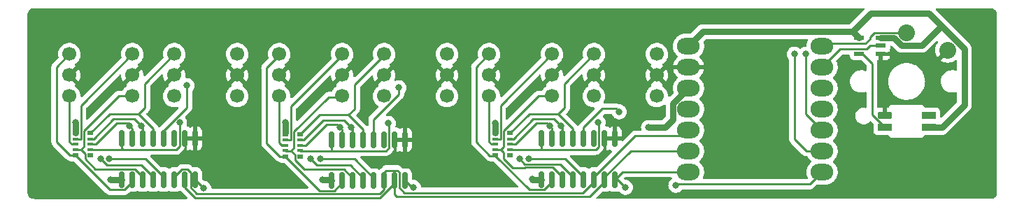
<source format=gbl>
G04 #@! TF.GenerationSoftware,KiCad,Pcbnew,(6.0.6-0)*
G04 #@! TF.CreationDate,2022-09-04T13:15:17-04:00*
G04 #@! TF.ProjectId,dial_toner_mx,6469616c-5f74-46f6-9e65-725f6d782e6b,rev?*
G04 #@! TF.SameCoordinates,Original*
G04 #@! TF.FileFunction,Copper,L2,Bot*
G04 #@! TF.FilePolarity,Positive*
%FSLAX46Y46*%
G04 Gerber Fmt 4.6, Leading zero omitted, Abs format (unit mm)*
G04 Created by KiCad (PCBNEW (6.0.6-0)) date 2022-09-04 13:15:17*
%MOMM*%
%LPD*%
G01*
G04 APERTURE LIST*
G04 Aperture macros list*
%AMRoundRect*
0 Rectangle with rounded corners*
0 $1 Rounding radius*
0 $2 $3 $4 $5 $6 $7 $8 $9 X,Y pos of 4 corners*
0 Add a 4 corners polygon primitive as box body*
4,1,4,$2,$3,$4,$5,$6,$7,$8,$9,$2,$3,0*
0 Add four circle primitives for the rounded corners*
1,1,$1+$1,$2,$3*
1,1,$1+$1,$4,$5*
1,1,$1+$1,$6,$7*
1,1,$1+$1,$8,$9*
0 Add four rect primitives between the rounded corners*
20,1,$1+$1,$2,$3,$4,$5,0*
20,1,$1+$1,$4,$5,$6,$7,0*
20,1,$1+$1,$6,$7,$8,$9,0*
20,1,$1+$1,$8,$9,$2,$3,0*%
G04 Aperture macros list end*
G04 #@! TA.AperFunction,SMDPad,CuDef*
%ADD10O,2.748280X1.998980*%
G04 #@! TD*
G04 #@! TA.AperFunction,ComponentPad*
%ADD11C,1.700000*%
G04 #@! TD*
G04 #@! TA.AperFunction,ComponentPad*
%ADD12C,2.032000*%
G04 #@! TD*
G04 #@! TA.AperFunction,SMDPad,CuDef*
%ADD13R,0.800000X0.480000*%
G04 #@! TD*
G04 #@! TA.AperFunction,SMDPad,CuDef*
%ADD14R,0.800000X0.320000*%
G04 #@! TD*
G04 #@! TA.AperFunction,SMDPad,CuDef*
%ADD15R,1.270000X0.558800*%
G04 #@! TD*
G04 #@! TA.AperFunction,SMDPad,CuDef*
%ADD16R,1.700000X0.820000*%
G04 #@! TD*
G04 #@! TA.AperFunction,SMDPad,CuDef*
%ADD17RoundRect,0.205000X0.645000X0.205000X-0.645000X0.205000X-0.645000X-0.205000X0.645000X-0.205000X0*%
G04 #@! TD*
G04 #@! TA.AperFunction,SMDPad,CuDef*
%ADD18RoundRect,0.150000X-0.150000X0.825000X-0.150000X-0.825000X0.150000X-0.825000X0.150000X0.825000X0*%
G04 #@! TD*
G04 #@! TA.AperFunction,ViaPad*
%ADD19C,0.800000*%
G04 #@! TD*
G04 #@! TA.AperFunction,Conductor*
%ADD20C,0.250000*%
G04 #@! TD*
G04 #@! TA.AperFunction,Conductor*
%ADD21C,0.750000*%
G04 #@! TD*
G04 APERTURE END LIST*
D10*
X183570880Y-121709180D03*
X183570880Y-124249180D03*
X183570880Y-126789180D03*
X183570880Y-129329180D03*
X183570880Y-131869180D03*
X183570880Y-134409180D03*
X183570880Y-136949180D03*
X167406320Y-136949180D03*
X167406320Y-134409180D03*
X167406320Y-131869180D03*
X167406320Y-129329180D03*
X167406320Y-126789180D03*
X167406320Y-124249180D03*
X167406320Y-121709180D03*
D11*
X143256000Y-122682000D03*
X143256000Y-125222000D03*
X143256000Y-127762000D03*
X150876000Y-122682000D03*
X150876000Y-125222000D03*
X150876000Y-127762000D03*
D12*
X193802000Y-120084000D03*
X198802000Y-122184000D03*
D11*
X105156000Y-122682000D03*
X105156000Y-125222000D03*
X105156000Y-127762000D03*
X112776000Y-122682000D03*
X112776000Y-125222000D03*
X112776000Y-127762000D03*
X130556000Y-122682000D03*
X130556000Y-125222000D03*
X130556000Y-127762000D03*
X138176000Y-122682000D03*
X138176000Y-125222000D03*
X138176000Y-127762000D03*
X117856000Y-122682000D03*
X117856000Y-125222000D03*
X117856000Y-127762000D03*
X125476000Y-122682000D03*
X125476000Y-125222000D03*
X125476000Y-127762000D03*
X155956000Y-122682000D03*
X155956000Y-125222000D03*
X155956000Y-127762000D03*
X163576000Y-122682000D03*
X163576000Y-125222000D03*
X163576000Y-127762000D03*
X92456000Y-122682000D03*
X92456000Y-125222000D03*
X92456000Y-127762000D03*
X100076000Y-122682000D03*
X100076000Y-125222000D03*
X100076000Y-127762000D03*
D13*
X145807000Y-132244000D03*
D14*
X145807000Y-132964000D03*
X145807000Y-133604000D03*
X145807000Y-134244000D03*
D13*
X145807000Y-134964000D03*
X144007000Y-134964000D03*
D14*
X144007000Y-134244000D03*
X144007000Y-133604000D03*
X144007000Y-132964000D03*
D13*
X144007000Y-132244000D03*
D15*
X188061600Y-120726200D03*
X188061600Y-122605800D03*
X190652400Y-122605800D03*
X190652400Y-121666000D03*
X190652400Y-120726200D03*
D13*
X120407000Y-132371000D03*
D14*
X120407000Y-133091000D03*
X120407000Y-133731000D03*
X120407000Y-134371000D03*
D13*
X120407000Y-135091000D03*
X118607000Y-135091000D03*
D14*
X118607000Y-134371000D03*
X118607000Y-133731000D03*
X118607000Y-133091000D03*
D13*
X118607000Y-132371000D03*
D16*
X196469000Y-131560000D03*
X196469000Y-130060000D03*
D17*
X191135000Y-130060000D03*
D16*
X191135000Y-131560000D03*
D13*
X95007000Y-132244000D03*
D14*
X95007000Y-132964000D03*
X95007000Y-133604000D03*
X95007000Y-134244000D03*
D13*
X95007000Y-134964000D03*
X93207000Y-134964000D03*
D14*
X93207000Y-134244000D03*
X93207000Y-133604000D03*
X93207000Y-132964000D03*
D13*
X93207000Y-132244000D03*
D18*
X149606000Y-137857000D03*
X150876000Y-137857000D03*
X152146000Y-137857000D03*
X153416000Y-137857000D03*
X154686000Y-137857000D03*
X155956000Y-137857000D03*
X157226000Y-137857000D03*
X158496000Y-137857000D03*
X158496000Y-132907000D03*
X157226000Y-132907000D03*
X155956000Y-132907000D03*
X154686000Y-132907000D03*
X153416000Y-132907000D03*
X152146000Y-132907000D03*
X150876000Y-132907000D03*
X149606000Y-132907000D03*
X124206000Y-133034000D03*
X125476000Y-133034000D03*
X126746000Y-133034000D03*
X128016000Y-133034000D03*
X129286000Y-133034000D03*
X130556000Y-133034000D03*
X131826000Y-133034000D03*
X133096000Y-133034000D03*
X133096000Y-137984000D03*
X131826000Y-137984000D03*
X130556000Y-137984000D03*
X129286000Y-137984000D03*
X128016000Y-137984000D03*
X126746000Y-137984000D03*
X125476000Y-137984000D03*
X124206000Y-137984000D03*
X98806000Y-132907000D03*
X100076000Y-132907000D03*
X101346000Y-132907000D03*
X102616000Y-132907000D03*
X103886000Y-132907000D03*
X105156000Y-132907000D03*
X106426000Y-132907000D03*
X107696000Y-132907000D03*
X107696000Y-137857000D03*
X106426000Y-137857000D03*
X105156000Y-137857000D03*
X103886000Y-137857000D03*
X102616000Y-137857000D03*
X101346000Y-137857000D03*
X100076000Y-137857000D03*
X98806000Y-137857000D03*
D19*
X203200000Y-138684000D03*
X108712000Y-138938000D03*
X134112000Y-138811000D03*
X159766000Y-138811000D03*
X132334000Y-126746000D03*
X180213000Y-122682000D03*
X106680000Y-126492000D03*
X181610000Y-122682000D03*
X165862000Y-138557000D03*
X159004000Y-129667000D03*
X93201500Y-130937000D03*
X118607500Y-130937000D03*
X144007500Y-131064000D03*
X162560000Y-131572000D03*
X97409000Y-137922000D03*
X123063000Y-137922000D03*
X148463000Y-137795000D03*
X150564500Y-131386500D03*
X151961500Y-131386500D03*
X156464000Y-130937000D03*
X146939000Y-135382000D03*
X148088000Y-135365500D03*
X125164500Y-131513500D03*
X126561500Y-131513500D03*
X131064000Y-131064000D03*
X121666000Y-135382000D03*
X122809000Y-135382000D03*
X96266000Y-135382000D03*
X97282000Y-135382000D03*
X105791000Y-130937000D03*
X101155500Y-131381500D03*
X99758500Y-131381500D03*
D20*
X148088000Y-135365500D02*
X148104500Y-135382000D01*
X148104500Y-135382000D02*
X152485514Y-135382000D01*
X152485514Y-135382000D02*
X154692000Y-137588486D01*
X154692000Y-137588486D02*
X154692000Y-137862000D01*
X146939000Y-135382000D02*
X147574000Y-136017000D01*
X147574000Y-136017000D02*
X151850514Y-136017000D01*
X153422000Y-137588486D02*
X153422000Y-137862000D01*
X151850514Y-136017000D02*
X153422000Y-137588486D01*
X122809000Y-135382000D02*
X126958514Y-135382000D01*
X129292000Y-137715486D02*
X129292000Y-137989000D01*
X126958514Y-135382000D02*
X129292000Y-137715486D01*
X121666000Y-135382000D02*
X122428000Y-136144000D01*
X122428000Y-136144000D02*
X126450514Y-136144000D01*
X126450514Y-136144000D02*
X128022000Y-137715486D01*
X128022000Y-137715486D02*
X128022000Y-137989000D01*
X97282000Y-135382000D02*
X101684514Y-135382000D01*
X101684514Y-135382000D02*
X103886000Y-137583486D01*
X103886000Y-137583486D02*
X103886000Y-137857000D01*
X96266000Y-135382000D02*
X97028000Y-136144000D01*
X97028000Y-136144000D02*
X101176514Y-136144000D01*
X101176514Y-136144000D02*
X102616000Y-137583486D01*
X102616000Y-137583486D02*
X102616000Y-137857000D01*
D21*
X195644000Y-121602000D02*
X198005389Y-119240611D01*
X200787000Y-128842000D02*
X198069000Y-131560000D01*
X200787000Y-122022223D02*
X200787000Y-128842000D01*
X198005389Y-119240611D02*
X200787000Y-122022223D01*
X196508389Y-117743612D02*
X198005389Y-119240611D01*
X189490414Y-117743612D02*
X196508389Y-117743612D01*
X187284713Y-119949313D02*
X189490414Y-117743612D01*
X193173223Y-121602000D02*
X195644000Y-121602000D01*
X198069000Y-131560000D02*
X196469000Y-131560000D01*
D20*
X159004000Y-129667000D02*
X158623000Y-129286000D01*
X158623000Y-129286000D02*
X156972000Y-129286000D01*
X156972000Y-129286000D02*
X154686000Y-131572000D01*
X154686000Y-131572000D02*
X154686000Y-132907000D01*
D21*
X162560000Y-131572000D02*
X164592000Y-131572000D01*
X164592000Y-131572000D02*
X165530180Y-130633820D01*
X165530180Y-130633820D02*
X165530180Y-128665320D01*
X165530180Y-128665320D02*
X167406320Y-126789180D01*
D20*
X167406320Y-131869180D02*
X166687500Y-132588000D01*
X166687500Y-132588000D02*
X160951486Y-132588000D01*
X160951486Y-132588000D02*
X155956000Y-137583486D01*
X155956000Y-137583486D02*
X155956000Y-137857000D01*
X165862000Y-138557000D02*
X165989000Y-138430000D01*
X165989000Y-138430000D02*
X182090060Y-138430000D01*
X182090060Y-138430000D02*
X183570880Y-136949180D01*
X108712000Y-138938000D02*
X108712000Y-138873000D01*
X108712000Y-138873000D02*
X107696000Y-137857000D01*
X158496000Y-137857000D02*
X158812000Y-137857000D01*
X158812000Y-137857000D02*
X159766000Y-138811000D01*
X134112000Y-138811000D02*
X133923000Y-138811000D01*
X133923000Y-138811000D02*
X133096000Y-137984000D01*
X131826000Y-137984000D02*
X131826000Y-138328158D01*
X131826000Y-138328158D02*
X130073158Y-140081000D01*
X130073158Y-140081000D02*
X107696000Y-140081000D01*
X106426000Y-138811000D02*
X106426000Y-137857000D01*
X107696000Y-140081000D02*
X106426000Y-138811000D01*
X155956000Y-137857000D02*
X155956000Y-138130514D01*
X130832000Y-136757000D02*
X130556000Y-137033000D01*
X155956000Y-138130514D02*
X154620514Y-139466000D01*
X154620514Y-139466000D02*
X132989000Y-139466000D01*
X132989000Y-139466000D02*
X132378000Y-138855000D01*
X132378000Y-138855000D02*
X132378000Y-136992486D01*
X132378000Y-136992486D02*
X132142514Y-136757000D01*
X132142514Y-136757000D02*
X130832000Y-136757000D01*
X130556000Y-137033000D02*
X130556000Y-137984000D01*
X130556000Y-137984000D02*
X130556000Y-139065000D01*
X130556000Y-139065000D02*
X130028000Y-139593000D01*
X106109486Y-136630000D02*
X105156000Y-137583486D01*
X130028000Y-139593000D02*
X107888486Y-139593000D01*
X107888486Y-139593000D02*
X107144000Y-138848514D01*
X107144000Y-137031486D02*
X106742514Y-136630000D01*
X107144000Y-138848514D02*
X107144000Y-137031486D01*
X106742514Y-136630000D02*
X106109486Y-136630000D01*
X155402514Y-139954000D02*
X132086486Y-139954000D01*
X131826000Y-139693514D02*
X131826000Y-137984000D01*
X132086486Y-139954000D02*
X131826000Y-139693514D01*
X157226000Y-138130514D02*
X155402514Y-139954000D01*
X157226000Y-137857000D02*
X157226000Y-138130514D01*
X157226000Y-137857000D02*
X157226000Y-138131500D01*
D21*
X192297423Y-120726200D02*
X193173223Y-121602000D01*
X190652400Y-120726200D02*
X192297423Y-120726200D01*
D20*
X119263000Y-134376000D02*
X119755000Y-134868000D01*
X119755000Y-134868000D02*
X119755000Y-135502000D01*
X119755000Y-135502000D02*
X120905000Y-136652000D01*
X120905000Y-136652000D02*
X125688514Y-136652000D01*
X126752000Y-137715486D02*
X126752000Y-137989000D01*
X125688514Y-136652000D02*
X126752000Y-137715486D01*
X144663000Y-134249000D02*
X145034000Y-134620000D01*
X150961514Y-136398000D02*
X152152000Y-137588486D01*
X145034000Y-134620000D02*
X145034000Y-135335000D01*
X145034000Y-135335000D02*
X146119000Y-136420000D01*
X146119000Y-136420000D02*
X147596068Y-136420000D01*
X152152000Y-137588486D02*
X152152000Y-137862000D01*
X147596068Y-136420000D02*
X147618068Y-136398000D01*
X147618068Y-136398000D02*
X150961514Y-136398000D01*
X105367514Y-134239000D02*
X98933000Y-134239000D01*
X98933000Y-134239000D02*
X97409000Y-134239000D01*
X98806000Y-132907000D02*
X98806000Y-134112000D01*
X98806000Y-134112000D02*
X98933000Y-134239000D01*
X105791000Y-130937000D02*
X105791000Y-133815514D01*
X105791000Y-133815514D02*
X105367514Y-134239000D01*
X156157514Y-134249000D02*
X149596000Y-134249000D01*
X149596000Y-134249000D02*
X145813000Y-134249000D01*
X149606000Y-132907000D02*
X149606000Y-134239000D01*
X149606000Y-134239000D02*
X149596000Y-134249000D01*
X130757514Y-134376000D02*
X124196000Y-134376000D01*
X124206000Y-133034000D02*
X124196000Y-133044000D01*
X124196000Y-134376000D02*
X120413000Y-134376000D01*
X124196000Y-133044000D02*
X124196000Y-134376000D01*
X180975000Y-133731000D02*
X180213000Y-132969000D01*
X129286000Y-130590464D02*
X129286000Y-133034000D01*
X181653180Y-134409180D02*
X180975000Y-133731000D01*
X183570880Y-134409180D02*
X181653180Y-134409180D01*
X180213000Y-132969000D02*
X180213000Y-122682000D01*
X132334000Y-126746000D02*
X132334000Y-127542464D01*
X132334000Y-127542464D02*
X129286000Y-130590464D01*
X103886000Y-131919932D02*
X103886000Y-132907000D01*
X183570880Y-131869180D02*
X181610000Y-129908300D01*
X181610000Y-129908300D02*
X181610000Y-122682000D01*
X106680000Y-126492000D02*
X106680000Y-129125932D01*
X106680000Y-129125932D02*
X103886000Y-131919932D01*
X167406320Y-134409180D02*
X160400306Y-134409180D01*
X160400306Y-134409180D02*
X157226000Y-137583486D01*
X157226000Y-137583486D02*
X157226000Y-137857000D01*
X167406320Y-136949180D02*
X159403820Y-136949180D01*
X159403820Y-136949180D02*
X158496000Y-137857000D01*
D21*
X93207000Y-132244000D02*
X93207000Y-130942500D01*
X93207000Y-130942500D02*
X93201500Y-130937000D01*
X118607000Y-132244000D02*
X118607000Y-130937500D01*
X118607000Y-130937500D02*
X118607500Y-130937000D01*
X144007000Y-132244000D02*
X144007000Y-131064500D01*
X144007000Y-131064500D02*
X144007500Y-131064000D01*
X97409000Y-137922000D02*
X98741000Y-137922000D01*
X98741000Y-137922000D02*
X98806000Y-137857000D01*
X149606000Y-137857000D02*
X148525000Y-137857000D01*
X124144000Y-137922000D02*
X124206000Y-137984000D01*
X148525000Y-137857000D02*
X148463000Y-137795000D01*
X123063000Y-137922000D02*
X124144000Y-137922000D01*
D20*
X131064000Y-131064000D02*
X131108000Y-131108000D01*
X131108000Y-131108000D02*
X131108000Y-134025514D01*
X131108000Y-134025514D02*
X130757514Y-134376000D01*
X156464000Y-130937000D02*
X156508000Y-130981000D01*
X156508000Y-130981000D02*
X156508000Y-133898514D01*
X156508000Y-133898514D02*
X156157514Y-134249000D01*
X149928514Y-139089000D02*
X150882000Y-138135514D01*
X150882000Y-138135514D02*
X150882000Y-137862000D01*
X148133000Y-139089000D02*
X149928514Y-139089000D01*
X144013000Y-134969000D02*
X148133000Y-139089000D01*
X150564500Y-131386500D02*
X150882000Y-131704000D01*
X144663000Y-134249000D02*
X145042000Y-133870000D01*
X144013000Y-134249000D02*
X144663000Y-134249000D01*
X149231000Y-127767000D02*
X150882000Y-127767000D01*
X145042000Y-133870000D02*
X145042000Y-131956000D01*
X146188000Y-132969000D02*
X148596000Y-130561000D01*
X148596000Y-130561000D02*
X151136000Y-130561000D01*
X145042000Y-131956000D02*
X149231000Y-127767000D01*
X151136000Y-130561000D02*
X151961500Y-131386500D01*
X145813000Y-132969000D02*
X146188000Y-132969000D01*
X152152000Y-131577000D02*
X152152000Y-132912000D01*
X152394512Y-126254488D02*
X155962000Y-122687000D01*
X152394512Y-129175488D02*
X152394512Y-126254488D01*
X151644000Y-129926000D02*
X152394512Y-129175488D01*
X143589000Y-133609000D02*
X144013000Y-133609000D01*
X151961500Y-131386500D02*
X152152000Y-131577000D01*
X143262000Y-127767000D02*
X143262000Y-133282000D01*
X143262000Y-133282000D02*
X143589000Y-133609000D01*
X148136000Y-129926000D02*
X151644000Y-129926000D01*
X153422000Y-131704000D02*
X153422000Y-132912000D01*
X141716978Y-124232022D02*
X143262000Y-122687000D01*
X144013000Y-134969000D02*
X143363000Y-134969000D01*
X141716978Y-133322978D02*
X141716978Y-124232022D01*
X151644000Y-129926000D02*
X153422000Y-131704000D01*
X145813000Y-132249000D02*
X148136000Y-129926000D01*
X143363000Y-134969000D02*
X141716978Y-133322978D01*
X144665000Y-131763000D02*
X144659000Y-131757000D01*
X148977000Y-131069000D02*
X150247000Y-131069000D01*
X144659000Y-131757000D02*
X144659000Y-128910000D01*
X146437000Y-133609000D02*
X148977000Y-131069000D01*
X150882000Y-131704000D02*
X150882000Y-132912000D01*
X144013000Y-132969000D02*
X144663000Y-132969000D01*
X145813000Y-133609000D02*
X146437000Y-133609000D01*
X144659000Y-128910000D02*
X150882000Y-122687000D01*
X144665000Y-132967000D02*
X144665000Y-131763000D01*
X150247000Y-131069000D02*
X150564500Y-131386500D01*
X144663000Y-132969000D02*
X144665000Y-132967000D01*
X124528514Y-139216000D02*
X125482000Y-138262514D01*
X125482000Y-138262514D02*
X125482000Y-137989000D01*
X122733000Y-139216000D02*
X124528514Y-139216000D01*
X118613000Y-135096000D02*
X122733000Y-139216000D01*
X125164500Y-131513500D02*
X125482000Y-131831000D01*
X119263000Y-134376000D02*
X119642000Y-133997000D01*
X118613000Y-134376000D02*
X119263000Y-134376000D01*
X123831000Y-127894000D02*
X125482000Y-127894000D01*
X119642000Y-133997000D02*
X119642000Y-132083000D01*
X120788000Y-133096000D02*
X123196000Y-130688000D01*
X123196000Y-130688000D02*
X125736000Y-130688000D01*
X119642000Y-132083000D02*
X123831000Y-127894000D01*
X125736000Y-130688000D02*
X126561500Y-131513500D01*
X120413000Y-133096000D02*
X120788000Y-133096000D01*
X126752000Y-131704000D02*
X126752000Y-133039000D01*
X126994512Y-126381488D02*
X130562000Y-122814000D01*
X126994512Y-129302488D02*
X126994512Y-126381488D01*
X126244000Y-130053000D02*
X126994512Y-129302488D01*
X118189000Y-133736000D02*
X118613000Y-133736000D01*
X126561500Y-131513500D02*
X126752000Y-131704000D01*
X117862000Y-127894000D02*
X117862000Y-133409000D01*
X117862000Y-133409000D02*
X118189000Y-133736000D01*
X122736000Y-130053000D02*
X126244000Y-130053000D01*
X128022000Y-131831000D02*
X128022000Y-133039000D01*
X116316978Y-124359022D02*
X117862000Y-122814000D01*
X118613000Y-135096000D02*
X117963000Y-135096000D01*
X116316978Y-133449978D02*
X116316978Y-124359022D01*
X126244000Y-130053000D02*
X128022000Y-131831000D01*
X120413000Y-132376000D02*
X122736000Y-130053000D01*
X117963000Y-135096000D02*
X116316978Y-133449978D01*
X119265000Y-131890000D02*
X119259000Y-131884000D01*
X123577000Y-131196000D02*
X124847000Y-131196000D01*
X119259000Y-131884000D02*
X119259000Y-129037000D01*
X121037000Y-133736000D02*
X123577000Y-131196000D01*
X125482000Y-131831000D02*
X125482000Y-133039000D01*
X118613000Y-133096000D02*
X119263000Y-133096000D01*
X120413000Y-133736000D02*
X121037000Y-133736000D01*
X119259000Y-129037000D02*
X125482000Y-122814000D01*
X119265000Y-133094000D02*
X119265000Y-131890000D01*
X124847000Y-131196000D02*
X125164500Y-131513500D01*
X119263000Y-133096000D02*
X119265000Y-133094000D01*
X97469000Y-134244000D02*
X95007000Y-134244000D01*
X100838000Y-129921000D02*
X101588512Y-129170488D01*
X101588512Y-129170488D02*
X101588512Y-126249488D01*
X101588512Y-126249488D02*
X105156000Y-122682000D01*
X101155500Y-131381500D02*
X101346000Y-131572000D01*
X99758500Y-131381500D02*
X100076000Y-131699000D01*
X94355000Y-134742000D02*
X94355000Y-135376000D01*
X101346000Y-137583486D02*
X101346000Y-137857000D01*
X94355000Y-135376000D02*
X95609000Y-136630000D01*
X95609000Y-136630000D02*
X100392514Y-136630000D01*
X93857000Y-134244000D02*
X94355000Y-134742000D01*
X100392514Y-136630000D02*
X101346000Y-137583486D01*
X93207000Y-134964000D02*
X97327000Y-139084000D01*
X97327000Y-139084000D02*
X99122514Y-139084000D01*
X99122514Y-139084000D02*
X100076000Y-138130514D01*
X100076000Y-138130514D02*
X100076000Y-137857000D01*
X95007000Y-133604000D02*
X95631000Y-133604000D01*
X99441000Y-131064000D02*
X99758500Y-131381500D01*
X95631000Y-133604000D02*
X98171000Y-131064000D01*
X98171000Y-131064000D02*
X99441000Y-131064000D01*
X100076000Y-131699000D02*
X100076000Y-132907000D01*
X95007000Y-132244000D02*
X97330000Y-129921000D01*
X100838000Y-129921000D02*
X102616000Y-131699000D01*
X102616000Y-131699000D02*
X102616000Y-132907000D01*
X97330000Y-129921000D02*
X100838000Y-129921000D01*
X95007000Y-132964000D02*
X95382000Y-132964000D01*
X95382000Y-132964000D02*
X97790000Y-130556000D01*
X100330000Y-130556000D02*
X101155500Y-131381500D01*
X101346000Y-131572000D02*
X101346000Y-132907000D01*
X97790000Y-130556000D02*
X100330000Y-130556000D01*
X93207000Y-134244000D02*
X93857000Y-134244000D01*
X94236000Y-133865000D02*
X94236000Y-131951000D01*
X93857000Y-134244000D02*
X94236000Y-133865000D01*
X94236000Y-131951000D02*
X98425000Y-127762000D01*
X98425000Y-127762000D02*
X100076000Y-127762000D01*
X93207000Y-132964000D02*
X93857000Y-132964000D01*
X93857000Y-132964000D02*
X93859000Y-132962000D01*
X93859000Y-132962000D02*
X93859000Y-131758000D01*
X93859000Y-131758000D02*
X93853000Y-131752000D01*
X93853000Y-131752000D02*
X93853000Y-128905000D01*
X93853000Y-128905000D02*
X100076000Y-122682000D01*
X93207000Y-134964000D02*
X92557000Y-134964000D01*
X92557000Y-134964000D02*
X90910978Y-133317978D01*
X90910978Y-133317978D02*
X90910978Y-124227022D01*
X90910978Y-124227022D02*
X92456000Y-122682000D01*
X92456000Y-127762000D02*
X92456000Y-133277000D01*
X92456000Y-133277000D02*
X92783000Y-133604000D01*
X92783000Y-133604000D02*
X93207000Y-133604000D01*
X189611000Y-130036000D02*
X191135000Y-131560000D01*
X189611000Y-123799600D02*
X189611000Y-130036000D01*
X188417200Y-122605800D02*
X189611000Y-123799600D01*
X188061600Y-122605800D02*
X188417200Y-122605800D01*
X190652400Y-121666000D02*
X189357000Y-121666000D01*
X189357000Y-121666000D02*
X188948600Y-122074400D01*
X185745660Y-122074400D02*
X183570880Y-124249180D01*
X188948600Y-122074400D02*
X185745660Y-122074400D01*
X183570880Y-121709180D02*
X183868060Y-121412000D01*
X189357000Y-120849200D02*
X189357000Y-120603200D01*
X183868060Y-121412000D02*
X188794200Y-121412000D01*
X188794200Y-121412000D02*
X189357000Y-120849200D01*
X189357000Y-120603200D02*
X189876200Y-120084000D01*
X189876200Y-120084000D02*
X193802000Y-120084000D01*
D21*
X188061600Y-120726200D02*
X187284713Y-119949313D01*
X187284713Y-119949313D02*
X169166187Y-119949313D01*
X169166187Y-119949313D02*
X167406320Y-121709180D01*
G04 #@! TA.AperFunction,Conductor*
G36*
X137497348Y-117107372D02*
G01*
X188569037Y-117111352D01*
X188637155Y-117131359D01*
X188683644Y-117185019D01*
X188693742Y-117255293D01*
X188664244Y-117319872D01*
X188658121Y-117326447D01*
X186955660Y-119028908D01*
X186893348Y-119062934D01*
X186866565Y-119065813D01*
X169245644Y-119065813D01*
X169225932Y-119064262D01*
X169219195Y-119063195D01*
X169219196Y-119063195D01*
X169212680Y-119062163D01*
X169206093Y-119062508D01*
X169206089Y-119062508D01*
X169146337Y-119065640D01*
X169139742Y-119065813D01*
X169119881Y-119065813D01*
X169100118Y-119067890D01*
X169093559Y-119068406D01*
X169077760Y-119069234D01*
X169033810Y-119071537D01*
X169033806Y-119071538D01*
X169027216Y-119071883D01*
X169014258Y-119075355D01*
X168994815Y-119078958D01*
X168981485Y-119080359D01*
X168918293Y-119100891D01*
X168911991Y-119102757D01*
X168858515Y-119117086D01*
X168847824Y-119119951D01*
X168841945Y-119122947D01*
X168841936Y-119122950D01*
X168835870Y-119126041D01*
X168817608Y-119133605D01*
X168811144Y-119135705D01*
X168811136Y-119135708D01*
X168804856Y-119137749D01*
X168799137Y-119141051D01*
X168799132Y-119141053D01*
X168747320Y-119170967D01*
X168741550Y-119174100D01*
X168682348Y-119204266D01*
X168672496Y-119212244D01*
X168671929Y-119212703D01*
X168655633Y-119223903D01*
X168649733Y-119227309D01*
X168649730Y-119227311D01*
X168644018Y-119230609D01*
X168639113Y-119235025D01*
X168639108Y-119235029D01*
X168594640Y-119275067D01*
X168589630Y-119279347D01*
X168574202Y-119291841D01*
X168560166Y-119305877D01*
X168555381Y-119310418D01*
X168506002Y-119354879D01*
X168502122Y-119360219D01*
X168502115Y-119360227D01*
X168498114Y-119365735D01*
X168485273Y-119380770D01*
X167701758Y-120164285D01*
X167639446Y-120198311D01*
X167612663Y-120201190D01*
X166970693Y-120201190D01*
X166968185Y-120201392D01*
X166968180Y-120201392D01*
X166794827Y-120215339D01*
X166794822Y-120215340D01*
X166789786Y-120215745D01*
X166784878Y-120216950D01*
X166784875Y-120216951D01*
X166560322Y-120272107D01*
X166554126Y-120273629D01*
X166549474Y-120275604D01*
X166549470Y-120275605D01*
X166448916Y-120318288D01*
X166330751Y-120368446D01*
X166326467Y-120371144D01*
X166129689Y-120495062D01*
X166129686Y-120495064D01*
X166125410Y-120497757D01*
X166121616Y-120501102D01*
X165947181Y-120654886D01*
X165947178Y-120654889D01*
X165943384Y-120658234D01*
X165940174Y-120662142D01*
X165940173Y-120662143D01*
X165893881Y-120718500D01*
X165789357Y-120845750D01*
X165667291Y-121055479D01*
X165665477Y-121060205D01*
X165665475Y-121060209D01*
X165586406Y-121266193D01*
X165580328Y-121282027D01*
X165530704Y-121519564D01*
X165530475Y-121524613D01*
X165530474Y-121524619D01*
X165529582Y-121544267D01*
X165519696Y-121761979D01*
X165520277Y-121766999D01*
X165520277Y-121767003D01*
X165532229Y-121870297D01*
X165547587Y-122003036D01*
X165548966Y-122007910D01*
X165548967Y-122007914D01*
X165605810Y-122208793D01*
X165613660Y-122236533D01*
X165615794Y-122241108D01*
X165615796Y-122241115D01*
X165714078Y-122451881D01*
X165716215Y-122456463D01*
X165719057Y-122460644D01*
X165719057Y-122460645D01*
X165849767Y-122652979D01*
X165849770Y-122652983D01*
X165852613Y-122657166D01*
X166019345Y-122833481D01*
X166023371Y-122836559D01*
X166023372Y-122836560D01*
X166078786Y-122878927D01*
X166120754Y-122936191D01*
X166125099Y-123007055D01*
X166085582Y-123073537D01*
X165947538Y-123195239D01*
X165940535Y-123202491D01*
X165792981Y-123382126D01*
X165787227Y-123390404D01*
X165670288Y-123591325D01*
X165665931Y-123600420D01*
X165582621Y-123817448D01*
X165579774Y-123827120D01*
X165548370Y-123977444D01*
X165549493Y-123991505D01*
X165559601Y-123995180D01*
X169251046Y-123995180D01*
X169265132Y-123991044D01*
X169267181Y-123978066D01*
X169265143Y-123960453D01*
X169263181Y-123950545D01*
X169199888Y-123726871D01*
X169196374Y-123717420D01*
X169098126Y-123506727D01*
X169093147Y-123497963D01*
X168962484Y-123305699D01*
X168956152Y-123297824D01*
X168796441Y-123128934D01*
X168788938Y-123122178D01*
X168733876Y-123080080D01*
X168691909Y-123022815D01*
X168687564Y-122951951D01*
X168727081Y-122885470D01*
X168865459Y-122763474D01*
X168865462Y-122763471D01*
X168869256Y-122760126D01*
X168881484Y-122745240D01*
X168957267Y-122652979D01*
X169023283Y-122572610D01*
X169145349Y-122362881D01*
X169149478Y-122352126D01*
X169230497Y-122141062D01*
X169230498Y-122141059D01*
X169232312Y-122136333D01*
X169281936Y-121898796D01*
X169282296Y-121890882D01*
X169290218Y-121716414D01*
X169292944Y-121656381D01*
X169286139Y-121597562D01*
X169275518Y-121505771D01*
X169265053Y-121415324D01*
X169250293Y-121363161D01*
X169226723Y-121279870D01*
X169215612Y-121240603D01*
X169216310Y-121169611D01*
X169247756Y-121117202D01*
X169495240Y-120869718D01*
X169557552Y-120835692D01*
X169584335Y-120832813D01*
X181742325Y-120832813D01*
X181810446Y-120852815D01*
X181856939Y-120906471D01*
X181867043Y-120976745D01*
X181851224Y-121022193D01*
X181831851Y-121055479D01*
X181830037Y-121060205D01*
X181830035Y-121060209D01*
X181750966Y-121266193D01*
X181744888Y-121282027D01*
X181695264Y-121519564D01*
X181695035Y-121524613D01*
X181695034Y-121524619D01*
X181689195Y-121653216D01*
X181666124Y-121720359D01*
X181610414Y-121764370D01*
X181563325Y-121773500D01*
X181514513Y-121773500D01*
X181508061Y-121774872D01*
X181508056Y-121774872D01*
X181421112Y-121793353D01*
X181327712Y-121813206D01*
X181321682Y-121815891D01*
X181321681Y-121815891D01*
X181159278Y-121888197D01*
X181159276Y-121888198D01*
X181153248Y-121890882D01*
X181147907Y-121894762D01*
X181147906Y-121894763D01*
X181007285Y-121996931D01*
X180998747Y-122003134D01*
X180995317Y-122006944D01*
X180931804Y-122037424D01*
X180861351Y-122028661D01*
X180827855Y-122007135D01*
X180824253Y-122003134D01*
X180815716Y-121996931D01*
X180675094Y-121894763D01*
X180675093Y-121894762D01*
X180669752Y-121890882D01*
X180663724Y-121888198D01*
X180663722Y-121888197D01*
X180501319Y-121815891D01*
X180501318Y-121815891D01*
X180495288Y-121813206D01*
X180401888Y-121793353D01*
X180314944Y-121774872D01*
X180314939Y-121774872D01*
X180308487Y-121773500D01*
X180117513Y-121773500D01*
X180111061Y-121774872D01*
X180111056Y-121774872D01*
X180024112Y-121793353D01*
X179930712Y-121813206D01*
X179924682Y-121815891D01*
X179924681Y-121815891D01*
X179762278Y-121888197D01*
X179762276Y-121888198D01*
X179756248Y-121890882D01*
X179601747Y-122003134D01*
X179597326Y-122008044D01*
X179597325Y-122008045D01*
X179530765Y-122081968D01*
X179473960Y-122145056D01*
X179446796Y-122192105D01*
X179384792Y-122299500D01*
X179378473Y-122310444D01*
X179319458Y-122492072D01*
X179318768Y-122498633D01*
X179318768Y-122498635D01*
X179310993Y-122572610D01*
X179299496Y-122682000D01*
X179300186Y-122688565D01*
X179318654Y-122864275D01*
X179319458Y-122871928D01*
X179378473Y-123053556D01*
X179381776Y-123059278D01*
X179381777Y-123059279D01*
X179402687Y-123095496D01*
X179473960Y-123218944D01*
X179547137Y-123300215D01*
X179577853Y-123364221D01*
X179579500Y-123384524D01*
X179579500Y-132890233D01*
X179578973Y-132901416D01*
X179577298Y-132908909D01*
X179577547Y-132916835D01*
X179577547Y-132916836D01*
X179579438Y-132976986D01*
X179579500Y-132980945D01*
X179579500Y-133008856D01*
X179579997Y-133012790D01*
X179579997Y-133012791D01*
X179580005Y-133012856D01*
X179580938Y-133024693D01*
X179582327Y-133068889D01*
X179587978Y-133088339D01*
X179591987Y-133107700D01*
X179594526Y-133127797D01*
X179597445Y-133135168D01*
X179597445Y-133135170D01*
X179610804Y-133168912D01*
X179614649Y-133180142D01*
X179619767Y-133197757D01*
X179626982Y-133222593D01*
X179631015Y-133229412D01*
X179631017Y-133229417D01*
X179637293Y-133240028D01*
X179645988Y-133257776D01*
X179653448Y-133276617D01*
X179658110Y-133283033D01*
X179658110Y-133283034D01*
X179679436Y-133312387D01*
X179685952Y-133322307D01*
X179701685Y-133348909D01*
X179708458Y-133360362D01*
X179722779Y-133374683D01*
X179735619Y-133389716D01*
X179747528Y-133406107D01*
X179770940Y-133425475D01*
X179781593Y-133434288D01*
X179790374Y-133442278D01*
X180555229Y-134207134D01*
X180555244Y-134207148D01*
X181149523Y-134801427D01*
X181157067Y-134809717D01*
X181161180Y-134816198D01*
X181166957Y-134821623D01*
X181210847Y-134862838D01*
X181213689Y-134865593D01*
X181233410Y-134885314D01*
X181236605Y-134887792D01*
X181245627Y-134895498D01*
X181277859Y-134925766D01*
X181284808Y-134929586D01*
X181295612Y-134935526D01*
X181312136Y-134946379D01*
X181328139Y-134958793D01*
X181368723Y-134976356D01*
X181379353Y-134981563D01*
X181418120Y-135002875D01*
X181425797Y-135004846D01*
X181425802Y-135004848D01*
X181437738Y-135007912D01*
X181456446Y-135014317D01*
X181475035Y-135022361D01*
X181482860Y-135023600D01*
X181482862Y-135023601D01*
X181518699Y-135029277D01*
X181530320Y-135031684D01*
X181565469Y-135040708D01*
X181573150Y-135042680D01*
X181593411Y-135042680D01*
X181613120Y-135044231D01*
X181633123Y-135047399D01*
X181641015Y-135046653D01*
X181646242Y-135046159D01*
X181677134Y-135043239D01*
X181688991Y-135042680D01*
X181747446Y-135042680D01*
X181815567Y-135062682D01*
X181861641Y-135115430D01*
X181880775Y-135156463D01*
X181883617Y-135160644D01*
X181883617Y-135160645D01*
X182014327Y-135352979D01*
X182014330Y-135352983D01*
X182017173Y-135357166D01*
X182183905Y-135533481D01*
X182242943Y-135578619D01*
X182284909Y-135635881D01*
X182289254Y-135706745D01*
X182249737Y-135773227D01*
X182111741Y-135894886D01*
X182111738Y-135894889D01*
X182107944Y-135898234D01*
X181953917Y-136085750D01*
X181831851Y-136295479D01*
X181830037Y-136300205D01*
X181830035Y-136300209D01*
X181750446Y-136507547D01*
X181744888Y-136522027D01*
X181695264Y-136759564D01*
X181695035Y-136764613D01*
X181695034Y-136764619D01*
X181694517Y-136776012D01*
X181684256Y-137001979D01*
X181684837Y-137006999D01*
X181684837Y-137007003D01*
X181689890Y-137050673D01*
X181712147Y-137243036D01*
X181713526Y-137247910D01*
X181713527Y-137247914D01*
X181776842Y-137471664D01*
X181778220Y-137476533D01*
X181780354Y-137481108D01*
X181780356Y-137481115D01*
X181843837Y-137617250D01*
X181854498Y-137687442D01*
X181825518Y-137752255D01*
X181766098Y-137791111D01*
X181729642Y-137796500D01*
X169251780Y-137796500D01*
X169183659Y-137776498D01*
X169137166Y-137722842D01*
X169127062Y-137652568D01*
X169141157Y-137612078D01*
X169140616Y-137611819D01*
X169142801Y-137607259D01*
X169145349Y-137602881D01*
X169153104Y-137582680D01*
X169230497Y-137381062D01*
X169230498Y-137381059D01*
X169232312Y-137376333D01*
X169281936Y-137138796D01*
X169282465Y-137127158D01*
X169291209Y-136934579D01*
X169292944Y-136896381D01*
X169265053Y-136655324D01*
X169263151Y-136648600D01*
X169200358Y-136426696D01*
X169200357Y-136426694D01*
X169198980Y-136421827D01*
X169196846Y-136417252D01*
X169196844Y-136417245D01*
X169098562Y-136206479D01*
X169098560Y-136206475D01*
X169096425Y-136201897D01*
X169093583Y-136197715D01*
X168962873Y-136005381D01*
X168962870Y-136005377D01*
X168960027Y-136001194D01*
X168793295Y-135824879D01*
X168734257Y-135779741D01*
X168692291Y-135722479D01*
X168687946Y-135651615D01*
X168727463Y-135585133D01*
X168865459Y-135463474D01*
X168865462Y-135463471D01*
X168869256Y-135460126D01*
X168900033Y-135422658D01*
X169020076Y-135276514D01*
X169023283Y-135272610D01*
X169145349Y-135062881D01*
X169151579Y-135046653D01*
X169230497Y-134841062D01*
X169230498Y-134841059D01*
X169232312Y-134836333D01*
X169281936Y-134598796D01*
X169284724Y-134537412D01*
X169287789Y-134469893D01*
X169292944Y-134356381D01*
X169291429Y-134343282D01*
X169272986Y-134183885D01*
X169265053Y-134115324D01*
X169259169Y-134094528D01*
X169200358Y-133886696D01*
X169200357Y-133886694D01*
X169198980Y-133881827D01*
X169196846Y-133877252D01*
X169196844Y-133877245D01*
X169098562Y-133666479D01*
X169098560Y-133666475D01*
X169096425Y-133661897D01*
X169060820Y-133609506D01*
X168962873Y-133465381D01*
X168962870Y-133465377D01*
X168960027Y-133461194D01*
X168793295Y-133284879D01*
X168734257Y-133239741D01*
X168692291Y-133182479D01*
X168687946Y-133111615D01*
X168727463Y-133045133D01*
X168865459Y-132923474D01*
X168865462Y-132923471D01*
X168869256Y-132920126D01*
X168884069Y-132902093D01*
X168952361Y-132818952D01*
X169023283Y-132732610D01*
X169145349Y-132522881D01*
X169158092Y-132489686D01*
X169230497Y-132301062D01*
X169230498Y-132301059D01*
X169232312Y-132296333D01*
X169281936Y-132058796D01*
X169283103Y-132033110D01*
X169290939Y-131860529D01*
X169292944Y-131816381D01*
X169292128Y-131809322D01*
X169269548Y-131614172D01*
X169265053Y-131575324D01*
X169263585Y-131570134D01*
X169200358Y-131346696D01*
X169200357Y-131346694D01*
X169198980Y-131341827D01*
X169196846Y-131337252D01*
X169196844Y-131337245D01*
X169098562Y-131126479D01*
X169098560Y-131126475D01*
X169096425Y-131121897D01*
X169093583Y-131117715D01*
X168962873Y-130925381D01*
X168962870Y-130925377D01*
X168960027Y-130921194D01*
X168793295Y-130744879D01*
X168734257Y-130699741D01*
X168692291Y-130642479D01*
X168687946Y-130571615D01*
X168727463Y-130505133D01*
X168865459Y-130383474D01*
X168865462Y-130383471D01*
X168869256Y-130380126D01*
X168878559Y-130368801D01*
X168970810Y-130256492D01*
X169023283Y-130192610D01*
X169145349Y-129982881D01*
X169156903Y-129952783D01*
X169230497Y-129761062D01*
X169230498Y-129761059D01*
X169232312Y-129756333D01*
X169281936Y-129518796D01*
X169282333Y-129510071D01*
X169288592Y-129372218D01*
X169292944Y-129276381D01*
X169292251Y-129270386D01*
X169278021Y-129147402D01*
X169265053Y-129035324D01*
X169263235Y-129028897D01*
X169200358Y-128806696D01*
X169200357Y-128806694D01*
X169198980Y-128801827D01*
X169196846Y-128797252D01*
X169196844Y-128797245D01*
X169098562Y-128586479D01*
X169098560Y-128586475D01*
X169096425Y-128581897D01*
X169086361Y-128567088D01*
X168962873Y-128385381D01*
X168962870Y-128385377D01*
X168960027Y-128381194D01*
X168793295Y-128204879D01*
X168734257Y-128159741D01*
X168692291Y-128102479D01*
X168687946Y-128031615D01*
X168727463Y-127965133D01*
X168865459Y-127843474D01*
X168865462Y-127843471D01*
X168869256Y-127840126D01*
X168881484Y-127825240D01*
X168952159Y-127739198D01*
X169023283Y-127652610D01*
X169145349Y-127442881D01*
X169157667Y-127410793D01*
X169230497Y-127221062D01*
X169230498Y-127221059D01*
X169232312Y-127216333D01*
X169281936Y-126978796D01*
X169284140Y-126930277D01*
X169289694Y-126807954D01*
X169292944Y-126736381D01*
X169292181Y-126729782D01*
X169273587Y-126569082D01*
X169265053Y-126495324D01*
X169259299Y-126474987D01*
X169200358Y-126266696D01*
X169200357Y-126266694D01*
X169198980Y-126261827D01*
X169196846Y-126257252D01*
X169196844Y-126257245D01*
X169098562Y-126046479D01*
X169098560Y-126046475D01*
X169096425Y-126041897D01*
X169054958Y-125980880D01*
X168962873Y-125845381D01*
X168962870Y-125845377D01*
X168960027Y-125841194D01*
X168793295Y-125664879D01*
X168733854Y-125619433D01*
X168691886Y-125562169D01*
X168687541Y-125491305D01*
X168727058Y-125424823D01*
X168865102Y-125303121D01*
X168872105Y-125295869D01*
X169019659Y-125116234D01*
X169025413Y-125107956D01*
X169142352Y-124907035D01*
X169146709Y-124897940D01*
X169230019Y-124680912D01*
X169232866Y-124671240D01*
X169264270Y-124520916D01*
X169263147Y-124506855D01*
X169253039Y-124503180D01*
X165561594Y-124503180D01*
X165547508Y-124507316D01*
X165545459Y-124520294D01*
X165547497Y-124537907D01*
X165549459Y-124547815D01*
X165612752Y-124771489D01*
X165616266Y-124780940D01*
X165714514Y-124991633D01*
X165719493Y-125000397D01*
X165850156Y-125192661D01*
X165856488Y-125200536D01*
X166016199Y-125369426D01*
X166023702Y-125376182D01*
X166078764Y-125418280D01*
X166120731Y-125475545D01*
X166125076Y-125546409D01*
X166085559Y-125612890D01*
X165947181Y-125734886D01*
X165947178Y-125734889D01*
X165943384Y-125738234D01*
X165940174Y-125742142D01*
X165940173Y-125742143D01*
X165927569Y-125757488D01*
X165789357Y-125925750D01*
X165667291Y-126135479D01*
X165665477Y-126140205D01*
X165665475Y-126140209D01*
X165583445Y-126353907D01*
X165580328Y-126362027D01*
X165530704Y-126599564D01*
X165530475Y-126604613D01*
X165530474Y-126604619D01*
X165529476Y-126626598D01*
X165519696Y-126841979D01*
X165520277Y-126846999D01*
X165520277Y-126847003D01*
X165526888Y-126904138D01*
X165547587Y-127083036D01*
X165548966Y-127087910D01*
X165548967Y-127087914D01*
X165567903Y-127154832D01*
X165596944Y-127257458D01*
X165597028Y-127257756D01*
X165596330Y-127328749D01*
X165564884Y-127381158D01*
X165150138Y-127795904D01*
X165087826Y-127829930D01*
X165017011Y-127824865D01*
X164960175Y-127782318D01*
X164935467Y-127717133D01*
X164931681Y-127671075D01*
X164920852Y-127539361D01*
X164866431Y-127322702D01*
X164777354Y-127117840D01*
X164737906Y-127056862D01*
X164658822Y-126934617D01*
X164658820Y-126934614D01*
X164656014Y-126930277D01*
X164505670Y-126765051D01*
X164501619Y-126761852D01*
X164501615Y-126761848D01*
X164334414Y-126629800D01*
X164334410Y-126629798D01*
X164330359Y-126626598D01*
X164288569Y-126603529D01*
X164238598Y-126553097D01*
X164223826Y-126483654D01*
X164248942Y-126417248D01*
X164276293Y-126390642D01*
X164325247Y-126355723D01*
X164333648Y-126345023D01*
X164326660Y-126331870D01*
X163588812Y-125594022D01*
X163574868Y-125586408D01*
X163573035Y-125586539D01*
X163566420Y-125590790D01*
X162822737Y-126334473D01*
X162815977Y-126346853D01*
X162821258Y-126353907D01*
X162867969Y-126381203D01*
X162916693Y-126432841D01*
X162929764Y-126502624D01*
X162903033Y-126568396D01*
X162862584Y-126601752D01*
X162849607Y-126608507D01*
X162845474Y-126611610D01*
X162845471Y-126611612D01*
X162675227Y-126739435D01*
X162670965Y-126742635D01*
X162667393Y-126746373D01*
X162571229Y-126847003D01*
X162516629Y-126904138D01*
X162513720Y-126908403D01*
X162513714Y-126908411D01*
X162477095Y-126962092D01*
X162390743Y-127088680D01*
X162346026Y-127185016D01*
X162303431Y-127276779D01*
X162296688Y-127291305D01*
X162236989Y-127506570D01*
X162213251Y-127728695D01*
X162213548Y-127733848D01*
X162213548Y-127733851D01*
X162222177Y-127883511D01*
X162226110Y-127951715D01*
X162227247Y-127956761D01*
X162227248Y-127956767D01*
X162245109Y-128036021D01*
X162275222Y-128169639D01*
X162359266Y-128376616D01*
X162396517Y-128437405D01*
X162473291Y-128562688D01*
X162475987Y-128567088D01*
X162622250Y-128735938D01*
X162748890Y-128841076D01*
X162787580Y-128873197D01*
X162794126Y-128878632D01*
X162987000Y-128991338D01*
X162991825Y-128993180D01*
X162991826Y-128993181D01*
X163027161Y-129006674D01*
X163195692Y-129071030D01*
X163200760Y-129072061D01*
X163200763Y-129072062D01*
X163259382Y-129083988D01*
X163414597Y-129115567D01*
X163419772Y-129115757D01*
X163419774Y-129115757D01*
X163632673Y-129123564D01*
X163632677Y-129123564D01*
X163637837Y-129123753D01*
X163642957Y-129123097D01*
X163642959Y-129123097D01*
X163854288Y-129096025D01*
X163854289Y-129096025D01*
X163859416Y-129095368D01*
X163864376Y-129093880D01*
X164068429Y-129032661D01*
X164068434Y-129032659D01*
X164073384Y-129031174D01*
X164273994Y-128932896D01*
X164402757Y-128841051D01*
X164447512Y-128809128D01*
X164514585Y-128785854D01*
X164583594Y-128802538D01*
X164632628Y-128853882D01*
X164646680Y-128911707D01*
X164646680Y-130215672D01*
X164626678Y-130283793D01*
X164609775Y-130304768D01*
X164262946Y-130651596D01*
X164200634Y-130685621D01*
X164173851Y-130688500D01*
X162786347Y-130688500D01*
X162760150Y-130685747D01*
X162661944Y-130664872D01*
X162661939Y-130664872D01*
X162655487Y-130663500D01*
X162464513Y-130663500D01*
X162458061Y-130664872D01*
X162458056Y-130664872D01*
X162371112Y-130683353D01*
X162277712Y-130703206D01*
X162271682Y-130705891D01*
X162271681Y-130705891D01*
X162109278Y-130778197D01*
X162109276Y-130778198D01*
X162103248Y-130780882D01*
X162097907Y-130784762D01*
X162097906Y-130784763D01*
X162070610Y-130804595D01*
X161948747Y-130893134D01*
X161944326Y-130898044D01*
X161944325Y-130898045D01*
X161838466Y-131015614D01*
X161820960Y-131035056D01*
X161773237Y-131117715D01*
X161732960Y-131187477D01*
X161725473Y-131200444D01*
X161666458Y-131382072D01*
X161665768Y-131388633D01*
X161665768Y-131388635D01*
X161649312Y-131545203D01*
X161646496Y-131572000D01*
X161647186Y-131578565D01*
X161658333Y-131684619D01*
X161666458Y-131761928D01*
X161668497Y-131768203D01*
X161668498Y-131768208D01*
X161675437Y-131789562D01*
X161677466Y-131860529D01*
X161640805Y-131921328D01*
X161577093Y-131952654D01*
X161555605Y-131954500D01*
X161030253Y-131954500D01*
X161019070Y-131953973D01*
X161011577Y-131952298D01*
X161003651Y-131952547D01*
X161003650Y-131952547D01*
X160943500Y-131954438D01*
X160939541Y-131954500D01*
X160911630Y-131954500D01*
X160907696Y-131954997D01*
X160907695Y-131954997D01*
X160907630Y-131955005D01*
X160895793Y-131955938D01*
X160863535Y-131956952D01*
X160859516Y-131957078D01*
X160851597Y-131957327D01*
X160832143Y-131962979D01*
X160812786Y-131966987D01*
X160800556Y-131968532D01*
X160800555Y-131968532D01*
X160792689Y-131969526D01*
X160785318Y-131972445D01*
X160785316Y-131972445D01*
X160751574Y-131985804D01*
X160740344Y-131989649D01*
X160705503Y-131999771D01*
X160705502Y-131999771D01*
X160697893Y-132001982D01*
X160691074Y-132006015D01*
X160691069Y-132006017D01*
X160680458Y-132012293D01*
X160662710Y-132020988D01*
X160643869Y-132028448D01*
X160637453Y-132033110D01*
X160637452Y-132033110D01*
X160608099Y-132054436D01*
X160598179Y-132060952D01*
X160566951Y-132079420D01*
X160566948Y-132079422D01*
X160560124Y-132083458D01*
X160545803Y-132097779D01*
X160530770Y-132110619D01*
X160514379Y-132122528D01*
X160487984Y-132154434D01*
X160486188Y-132156605D01*
X160478198Y-132165384D01*
X159479010Y-133164572D01*
X159416698Y-133198598D01*
X159345883Y-133193533D01*
X159307403Y-133170702D01*
X159298135Y-133162671D01*
X159290452Y-133161000D01*
X157498115Y-133161000D01*
X157482876Y-133165475D01*
X157481671Y-133166865D01*
X157480000Y-133174548D01*
X157480000Y-134368878D01*
X157483973Y-134382409D01*
X157491871Y-134383544D01*
X157631790Y-134342893D01*
X157646221Y-134336648D01*
X157775678Y-134260088D01*
X157783770Y-134253811D01*
X157849854Y-134227861D01*
X157919477Y-134241759D01*
X157938230Y-134253811D01*
X157946322Y-134260088D01*
X158081214Y-134339863D01*
X158129667Y-134391756D01*
X158142372Y-134461607D01*
X158115297Y-134527238D01*
X158106175Y-134537407D01*
X157203446Y-135440135D01*
X156304036Y-136339545D01*
X156241724Y-136373571D01*
X156205055Y-136376062D01*
X156174959Y-136373693D01*
X156174949Y-136373693D01*
X156172502Y-136373500D01*
X155739498Y-136373500D01*
X155737050Y-136373693D01*
X155737042Y-136373693D01*
X155708579Y-136375933D01*
X155708574Y-136375934D01*
X155702169Y-136376438D01*
X155657760Y-136389340D01*
X155550012Y-136420643D01*
X155550010Y-136420644D01*
X155542399Y-136422855D01*
X155399193Y-136507547D01*
X155396511Y-136510229D01*
X155332139Y-136535502D01*
X155262516Y-136521600D01*
X155246688Y-136511428D01*
X155242807Y-136507547D01*
X155099601Y-136422855D01*
X155091990Y-136420644D01*
X155091988Y-136420643D01*
X154984240Y-136389340D01*
X154939831Y-136376438D01*
X154933426Y-136375934D01*
X154933421Y-136375933D01*
X154904958Y-136373693D01*
X154904950Y-136373693D01*
X154902502Y-136373500D01*
X154469498Y-136373500D01*
X154467051Y-136373693D01*
X154467041Y-136373693D01*
X154437872Y-136375989D01*
X154368392Y-136361393D01*
X154338891Y-136339472D01*
X153097014Y-135097595D01*
X153062988Y-135035283D01*
X153068053Y-134964468D01*
X153110600Y-134907632D01*
X153177120Y-134882821D01*
X153186109Y-134882500D01*
X156078747Y-134882500D01*
X156089930Y-134883027D01*
X156097423Y-134884702D01*
X156105349Y-134884453D01*
X156105350Y-134884453D01*
X156165500Y-134882562D01*
X156169459Y-134882500D01*
X156197370Y-134882500D01*
X156201305Y-134882003D01*
X156201370Y-134881995D01*
X156213207Y-134881062D01*
X156245465Y-134880048D01*
X156249484Y-134879922D01*
X156257403Y-134879673D01*
X156276857Y-134874021D01*
X156296214Y-134870013D01*
X156308444Y-134868468D01*
X156308445Y-134868468D01*
X156316311Y-134867474D01*
X156323682Y-134864555D01*
X156323684Y-134864555D01*
X156357426Y-134851196D01*
X156368656Y-134847351D01*
X156403497Y-134837229D01*
X156403498Y-134837229D01*
X156411107Y-134835018D01*
X156417926Y-134830985D01*
X156417931Y-134830983D01*
X156428542Y-134824707D01*
X156446290Y-134816012D01*
X156465131Y-134808552D01*
X156500901Y-134782564D01*
X156510821Y-134776048D01*
X156527730Y-134766048D01*
X156548876Y-134753542D01*
X156554483Y-134747936D01*
X156563199Y-134739220D01*
X156578233Y-134726379D01*
X156588209Y-134719131D01*
X156588210Y-134719130D01*
X156594621Y-134714472D01*
X156622802Y-134680407D01*
X156630792Y-134671626D01*
X156883627Y-134418792D01*
X156945939Y-134384767D01*
X156968520Y-134382308D01*
X156976244Y-134365267D01*
X156992002Y-134311599D01*
X157006151Y-134293466D01*
X157019159Y-134279614D01*
X157024586Y-134273835D01*
X157028405Y-134266889D01*
X157028407Y-134266886D01*
X157034348Y-134256080D01*
X157045199Y-134239561D01*
X157052758Y-134229815D01*
X157057614Y-134223555D01*
X157060759Y-134216286D01*
X157060762Y-134216282D01*
X157075174Y-134182977D01*
X157080391Y-134172327D01*
X157101695Y-134133574D01*
X157106733Y-134113951D01*
X157113137Y-134095248D01*
X157118033Y-134083934D01*
X157118033Y-134083933D01*
X157121181Y-134076659D01*
X157122420Y-134068836D01*
X157122423Y-134068826D01*
X157128099Y-134032990D01*
X157130505Y-134021370D01*
X157139528Y-133986225D01*
X157139528Y-133986224D01*
X157141500Y-133978544D01*
X157141500Y-133958290D01*
X157143051Y-133938579D01*
X157144980Y-133926400D01*
X157146220Y-133918571D01*
X157142059Y-133874552D01*
X157141500Y-133862695D01*
X157141500Y-132779000D01*
X157161502Y-132710879D01*
X157215158Y-132664386D01*
X157267500Y-132653000D01*
X158223885Y-132653000D01*
X158239124Y-132648525D01*
X158240329Y-132647135D01*
X158242000Y-132639452D01*
X158242000Y-132634885D01*
X158750000Y-132634885D01*
X158754475Y-132650124D01*
X158755865Y-132651329D01*
X158763548Y-132653000D01*
X159285884Y-132653000D01*
X159301123Y-132648525D01*
X159302328Y-132647135D01*
X159303999Y-132639452D01*
X159303999Y-132018017D01*
X159303805Y-132013080D01*
X159301570Y-131984664D01*
X159299270Y-131972069D01*
X159256893Y-131826210D01*
X159250648Y-131811779D01*
X159174089Y-131682322D01*
X159164449Y-131669896D01*
X159058104Y-131563551D01*
X159045678Y-131553911D01*
X158916221Y-131477352D01*
X158901790Y-131471107D01*
X158767395Y-131432061D01*
X158753294Y-131432101D01*
X158750000Y-131439370D01*
X158750000Y-132634885D01*
X158242000Y-132634885D01*
X158242000Y-131445122D01*
X158238027Y-131431591D01*
X158230129Y-131430456D01*
X158090210Y-131471107D01*
X158075779Y-131477352D01*
X157946322Y-131553912D01*
X157938230Y-131560189D01*
X157872146Y-131586139D01*
X157802523Y-131572241D01*
X157783770Y-131560189D01*
X157775678Y-131553912D01*
X157646221Y-131477352D01*
X157631790Y-131471107D01*
X157485935Y-131428731D01*
X157473333Y-131426430D01*
X157444916Y-131424193D01*
X157439986Y-131424000D01*
X157434441Y-131424000D01*
X157366320Y-131403998D01*
X157319827Y-131350342D01*
X157309723Y-131280068D01*
X157314608Y-131259064D01*
X157334878Y-131196679D01*
X157357542Y-131126928D01*
X157358511Y-131117715D01*
X157376814Y-130943565D01*
X157377504Y-130937000D01*
X157368788Y-130854069D01*
X157358232Y-130753635D01*
X157358232Y-130753633D01*
X157357542Y-130747072D01*
X157298527Y-130565444D01*
X157203040Y-130400056D01*
X157075253Y-130258134D01*
X157075956Y-130257501D01*
X157041752Y-130201989D01*
X157043101Y-130131005D01*
X157074206Y-130079698D01*
X157197499Y-129956405D01*
X157259811Y-129922379D01*
X157286594Y-129919500D01*
X158039245Y-129919500D01*
X158107366Y-129939502D01*
X158153859Y-129993158D01*
X158159076Y-130006559D01*
X158169473Y-130038556D01*
X158264960Y-130203944D01*
X158269378Y-130208851D01*
X158269379Y-130208852D01*
X158370355Y-130320997D01*
X158392747Y-130345866D01*
X158436118Y-130377377D01*
X158515322Y-130434922D01*
X158547248Y-130458118D01*
X158553276Y-130460802D01*
X158553278Y-130460803D01*
X158714929Y-130532774D01*
X158721712Y-130535794D01*
X158790423Y-130550399D01*
X158902056Y-130574128D01*
X158902061Y-130574128D01*
X158908513Y-130575500D01*
X159099487Y-130575500D01*
X159105939Y-130574128D01*
X159105944Y-130574128D01*
X159217577Y-130550399D01*
X159286288Y-130535794D01*
X159293071Y-130532774D01*
X159454722Y-130460803D01*
X159454724Y-130460802D01*
X159460752Y-130458118D01*
X159492679Y-130434922D01*
X159571882Y-130377377D01*
X159615253Y-130345866D01*
X159637645Y-130320997D01*
X159738621Y-130208852D01*
X159738622Y-130208851D01*
X159743040Y-130203944D01*
X159838527Y-130038556D01*
X159897542Y-129856928D01*
X159898459Y-129848209D01*
X159916814Y-129673565D01*
X159917504Y-129667000D01*
X159916423Y-129656711D01*
X159898232Y-129483635D01*
X159898232Y-129483633D01*
X159897542Y-129477072D01*
X159838527Y-129295444D01*
X159830395Y-129281358D01*
X159786177Y-129204771D01*
X159743040Y-129130056D01*
X159735335Y-129121498D01*
X159619675Y-128993045D01*
X159619674Y-128993044D01*
X159615253Y-128988134D01*
X159509539Y-128911328D01*
X159466094Y-128879763D01*
X159466093Y-128879762D01*
X159460752Y-128875882D01*
X159454724Y-128873198D01*
X159454722Y-128873197D01*
X159292319Y-128800891D01*
X159292318Y-128800891D01*
X159286288Y-128798206D01*
X159181714Y-128775978D01*
X159105944Y-128759872D01*
X159105939Y-128759872D01*
X159099487Y-128758500D01*
X159017952Y-128758500D01*
X158953994Y-128741004D01*
X158948041Y-128736386D01*
X158937977Y-128732031D01*
X158907463Y-128718826D01*
X158896813Y-128713609D01*
X158858060Y-128692305D01*
X158838437Y-128687267D01*
X158819734Y-128680863D01*
X158808420Y-128675967D01*
X158808419Y-128675967D01*
X158801145Y-128672819D01*
X158793322Y-128671580D01*
X158793312Y-128671577D01*
X158757476Y-128665901D01*
X158745856Y-128663495D01*
X158710711Y-128654472D01*
X158710710Y-128654472D01*
X158703030Y-128652500D01*
X158682776Y-128652500D01*
X158663065Y-128650949D01*
X158650886Y-128649020D01*
X158643057Y-128647780D01*
X158635165Y-128648526D01*
X158599039Y-128651941D01*
X158587181Y-128652500D01*
X157233447Y-128652500D01*
X157165326Y-128632498D01*
X157118833Y-128578842D01*
X157108729Y-128508568D01*
X157124547Y-128464123D01*
X157124453Y-128464077D01*
X157124848Y-128463277D01*
X157128611Y-128455665D01*
X157221136Y-128268453D01*
X157221137Y-128268451D01*
X157223430Y-128263811D01*
X157284770Y-128061919D01*
X157286865Y-128055023D01*
X157286865Y-128055021D01*
X157288370Y-128050069D01*
X157317529Y-127828590D01*
X157319156Y-127762000D01*
X157300852Y-127539361D01*
X157246431Y-127322702D01*
X157157354Y-127117840D01*
X157117906Y-127056862D01*
X157038822Y-126934617D01*
X157038820Y-126934614D01*
X157036014Y-126930277D01*
X156885670Y-126765051D01*
X156881619Y-126761852D01*
X156881615Y-126761848D01*
X156714414Y-126629800D01*
X156714410Y-126629798D01*
X156710359Y-126626598D01*
X156668569Y-126603529D01*
X156618598Y-126553097D01*
X156603826Y-126483654D01*
X156628942Y-126417248D01*
X156656293Y-126390642D01*
X156705247Y-126355723D01*
X156713648Y-126345023D01*
X156706660Y-126331870D01*
X155968812Y-125594022D01*
X155954868Y-125586408D01*
X155953035Y-125586539D01*
X155946420Y-125590790D01*
X155202737Y-126334473D01*
X155195977Y-126346853D01*
X155201258Y-126353907D01*
X155247969Y-126381203D01*
X155296693Y-126432841D01*
X155309764Y-126502624D01*
X155283033Y-126568396D01*
X155242584Y-126601752D01*
X155229607Y-126608507D01*
X155225474Y-126611610D01*
X155225471Y-126611612D01*
X155055227Y-126739435D01*
X155050965Y-126742635D01*
X155047393Y-126746373D01*
X154951229Y-126847003D01*
X154896629Y-126904138D01*
X154893720Y-126908403D01*
X154893714Y-126908411D01*
X154857095Y-126962092D01*
X154770743Y-127088680D01*
X154726026Y-127185016D01*
X154683431Y-127276779D01*
X154676688Y-127291305D01*
X154616989Y-127506570D01*
X154593251Y-127728695D01*
X154593548Y-127733848D01*
X154593548Y-127733851D01*
X154602177Y-127883511D01*
X154606110Y-127951715D01*
X154607247Y-127956761D01*
X154607248Y-127956767D01*
X154625109Y-128036021D01*
X154655222Y-128169639D01*
X154739266Y-128376616D01*
X154776517Y-128437405D01*
X154853291Y-128562688D01*
X154855987Y-128567088D01*
X155002250Y-128735938D01*
X155128890Y-128841076D01*
X155167580Y-128873197D01*
X155174126Y-128878632D01*
X155367000Y-128991338D01*
X155371825Y-128993180D01*
X155371826Y-128993181D01*
X155407161Y-129006674D01*
X155575692Y-129071030D01*
X155580760Y-129072061D01*
X155580763Y-129072062D01*
X155639382Y-129083988D01*
X155794597Y-129115567D01*
X155799771Y-129115757D01*
X155799773Y-129115757D01*
X155867293Y-129118233D01*
X155941649Y-129120959D01*
X156008990Y-129143443D01*
X156053486Y-129198767D01*
X156061008Y-129269364D01*
X156026126Y-129335969D01*
X154293747Y-131068348D01*
X154285461Y-131075888D01*
X154278982Y-131080000D01*
X154273557Y-131085777D01*
X154232357Y-131129651D01*
X154229602Y-131132493D01*
X154209865Y-131152230D01*
X154207385Y-131155427D01*
X154199682Y-131164447D01*
X154169414Y-131196679D01*
X154165595Y-131203625D01*
X154165593Y-131203628D01*
X154159652Y-131214434D01*
X154148801Y-131230953D01*
X154136386Y-131246959D01*
X154133240Y-131254229D01*
X154133237Y-131254234D01*
X154126799Y-131269111D01*
X154081387Y-131323685D01*
X154013680Y-131345044D01*
X153945173Y-131326407D01*
X153922068Y-131308164D01*
X153912221Y-131298317D01*
X153899380Y-131283283D01*
X153897044Y-131280068D01*
X153887472Y-131266893D01*
X153853395Y-131238702D01*
X153844616Y-131230712D01*
X152628999Y-130015095D01*
X152594973Y-129952783D01*
X152600038Y-129881968D01*
X152628999Y-129836905D01*
X152786759Y-129679145D01*
X152795049Y-129671601D01*
X152801530Y-129667488D01*
X152848171Y-129617820D01*
X152850925Y-129614979D01*
X152870646Y-129595258D01*
X152873124Y-129592063D01*
X152880830Y-129583041D01*
X152905670Y-129556589D01*
X152911098Y-129550809D01*
X152920858Y-129533056D01*
X152931711Y-129516533D01*
X152939265Y-129506794D01*
X152944125Y-129500529D01*
X152961688Y-129459945D01*
X152966895Y-129449315D01*
X152988207Y-129410548D01*
X152990178Y-129402871D01*
X152990180Y-129402866D01*
X152993244Y-129390930D01*
X152999650Y-129372218D01*
X153001505Y-129367933D01*
X153007693Y-129353633D01*
X153008933Y-129345805D01*
X153008935Y-129345798D01*
X153014611Y-129309964D01*
X153017017Y-129298344D01*
X153026040Y-129263199D01*
X153026040Y-129263198D01*
X153028012Y-129255518D01*
X153028012Y-129235264D01*
X153029563Y-129215553D01*
X153031492Y-129203374D01*
X153032732Y-129195545D01*
X153028571Y-129151526D01*
X153028012Y-129139669D01*
X153028012Y-126569082D01*
X153048014Y-126500961D01*
X153064917Y-126479987D01*
X154382093Y-125162812D01*
X154444405Y-125128786D01*
X154515221Y-125133851D01*
X154572056Y-125176398D01*
X154596979Y-125244654D01*
X154606309Y-125406477D01*
X154607745Y-125416697D01*
X154654565Y-125624446D01*
X154657645Y-125634275D01*
X154737770Y-125831603D01*
X154742413Y-125840794D01*
X154822460Y-125971420D01*
X154832916Y-125980880D01*
X154841694Y-125977096D01*
X155595658Y-125223132D01*
X156320408Y-125223132D01*
X156320539Y-125224965D01*
X156324790Y-125231580D01*
X157066474Y-125973264D01*
X157078484Y-125979823D01*
X157090223Y-125970855D01*
X157121004Y-125928019D01*
X157126315Y-125919180D01*
X157220670Y-125728267D01*
X157224469Y-125718672D01*
X157286376Y-125514915D01*
X157288555Y-125504834D01*
X157316590Y-125291887D01*
X157317109Y-125285212D01*
X157318572Y-125225364D01*
X157318378Y-125218646D01*
X157316341Y-125193863D01*
X162214050Y-125193863D01*
X162226309Y-125406477D01*
X162227745Y-125416697D01*
X162274565Y-125624446D01*
X162277645Y-125634275D01*
X162357770Y-125831603D01*
X162362413Y-125840794D01*
X162442460Y-125971420D01*
X162452916Y-125980880D01*
X162461694Y-125977096D01*
X163203978Y-125234812D01*
X163210356Y-125223132D01*
X163940408Y-125223132D01*
X163940539Y-125224965D01*
X163944790Y-125231580D01*
X164686474Y-125973264D01*
X164698484Y-125979823D01*
X164710223Y-125970855D01*
X164741004Y-125928019D01*
X164746315Y-125919180D01*
X164840670Y-125728267D01*
X164844469Y-125718672D01*
X164906376Y-125514915D01*
X164908555Y-125504834D01*
X164936590Y-125291887D01*
X164937109Y-125285212D01*
X164938572Y-125225364D01*
X164938378Y-125218646D01*
X164920781Y-125004604D01*
X164919096Y-124994424D01*
X164867214Y-124787875D01*
X164863894Y-124778124D01*
X164778972Y-124582814D01*
X164774105Y-124573739D01*
X164709063Y-124473197D01*
X164698377Y-124463995D01*
X164688812Y-124468398D01*
X163948022Y-125209188D01*
X163940408Y-125223132D01*
X163210356Y-125223132D01*
X163211592Y-125220868D01*
X163211461Y-125219035D01*
X163207210Y-125212420D01*
X162465849Y-124471059D01*
X162454313Y-124464759D01*
X162442031Y-124474382D01*
X162394089Y-124544662D01*
X162389004Y-124553613D01*
X162299338Y-124746783D01*
X162295775Y-124756470D01*
X162238864Y-124961681D01*
X162236933Y-124971800D01*
X162214302Y-125183574D01*
X162214050Y-125193863D01*
X157316341Y-125193863D01*
X157300781Y-125004604D01*
X157299096Y-124994424D01*
X157247214Y-124787875D01*
X157243894Y-124778124D01*
X157158972Y-124582814D01*
X157154105Y-124573739D01*
X157089063Y-124473197D01*
X157078377Y-124463995D01*
X157068812Y-124468398D01*
X156328022Y-125209188D01*
X156320408Y-125223132D01*
X155595658Y-125223132D01*
X156709389Y-124109401D01*
X156716410Y-124096544D01*
X156709611Y-124087213D01*
X156705559Y-124084521D01*
X156668602Y-124064120D01*
X156618631Y-124013687D01*
X156603859Y-123944245D01*
X156628975Y-123877839D01*
X156656327Y-123851232D01*
X156700854Y-123819471D01*
X156835860Y-123723173D01*
X156851459Y-123707629D01*
X156959768Y-123599697D01*
X156994096Y-123565489D01*
X157026757Y-123520037D01*
X157121435Y-123388277D01*
X157124453Y-123384077D01*
X157134267Y-123364221D01*
X157221136Y-123188453D01*
X157221137Y-123188451D01*
X157223430Y-123183811D01*
X157270573Y-123028645D01*
X157286865Y-122975023D01*
X157286865Y-122975021D01*
X157288370Y-122970069D01*
X157317529Y-122748590D01*
X157317611Y-122745240D01*
X157319074Y-122685365D01*
X157319074Y-122685361D01*
X157319156Y-122682000D01*
X157316418Y-122648695D01*
X162213251Y-122648695D01*
X162213548Y-122653848D01*
X162213548Y-122653851D01*
X162219676Y-122760126D01*
X162226110Y-122871715D01*
X162227247Y-122876761D01*
X162227248Y-122876767D01*
X162240752Y-122936686D01*
X162275222Y-123089639D01*
X162359266Y-123296616D01*
X162361965Y-123301020D01*
X162419208Y-123394432D01*
X162475987Y-123487088D01*
X162622250Y-123655938D01*
X162794126Y-123798632D01*
X162842878Y-123827120D01*
X162867955Y-123841774D01*
X162916679Y-123893412D01*
X162929750Y-123963195D01*
X162903019Y-124028967D01*
X162862562Y-124062327D01*
X162854460Y-124066544D01*
X162845734Y-124072039D01*
X162825677Y-124087099D01*
X162817223Y-124098427D01*
X162823968Y-124110758D01*
X163563188Y-124849978D01*
X163577132Y-124857592D01*
X163578965Y-124857461D01*
X163585580Y-124853210D01*
X164329389Y-124109401D01*
X164336410Y-124096544D01*
X164329611Y-124087213D01*
X164325559Y-124084521D01*
X164288602Y-124064120D01*
X164238631Y-124013687D01*
X164223859Y-123944245D01*
X164248975Y-123877839D01*
X164276327Y-123851232D01*
X164320854Y-123819471D01*
X164455860Y-123723173D01*
X164471459Y-123707629D01*
X164579768Y-123599697D01*
X164614096Y-123565489D01*
X164646757Y-123520037D01*
X164741435Y-123388277D01*
X164744453Y-123384077D01*
X164754267Y-123364221D01*
X164841136Y-123188453D01*
X164841137Y-123188451D01*
X164843430Y-123183811D01*
X164890573Y-123028645D01*
X164906865Y-122975023D01*
X164906865Y-122975021D01*
X164908370Y-122970069D01*
X164937529Y-122748590D01*
X164937611Y-122745240D01*
X164939074Y-122685365D01*
X164939074Y-122685361D01*
X164939156Y-122682000D01*
X164920852Y-122459361D01*
X164866431Y-122242702D01*
X164777354Y-122037840D01*
X164720393Y-121949791D01*
X164658822Y-121854617D01*
X164658820Y-121854614D01*
X164656014Y-121850277D01*
X164505670Y-121685051D01*
X164501619Y-121681852D01*
X164501615Y-121681848D01*
X164334414Y-121549800D01*
X164334410Y-121549798D01*
X164330359Y-121546598D01*
X164315480Y-121538384D01*
X164236079Y-121494553D01*
X164134789Y-121438638D01*
X164129920Y-121436914D01*
X164129916Y-121436912D01*
X163929087Y-121365795D01*
X163929083Y-121365794D01*
X163924212Y-121364069D01*
X163919119Y-121363162D01*
X163919116Y-121363161D01*
X163709373Y-121325800D01*
X163709367Y-121325799D01*
X163704284Y-121324894D01*
X163630452Y-121323992D01*
X163486081Y-121322228D01*
X163486079Y-121322228D01*
X163480911Y-121322165D01*
X163260091Y-121355955D01*
X163047756Y-121425357D01*
X163017443Y-121441137D01*
X162904265Y-121500054D01*
X162849607Y-121528507D01*
X162845474Y-121531610D01*
X162845471Y-121531612D01*
X162675100Y-121659530D01*
X162670965Y-121662635D01*
X162628541Y-121707029D01*
X162571229Y-121767003D01*
X162516629Y-121824138D01*
X162513715Y-121828410D01*
X162513714Y-121828411D01*
X162507500Y-121837521D01*
X162390743Y-122008680D01*
X162350719Y-122094905D01*
X162308630Y-122185579D01*
X162296688Y-122211305D01*
X162236989Y-122426570D01*
X162213251Y-122648695D01*
X157316418Y-122648695D01*
X157300852Y-122459361D01*
X157246431Y-122242702D01*
X157157354Y-122037840D01*
X157100393Y-121949791D01*
X157038822Y-121854617D01*
X157038820Y-121854614D01*
X157036014Y-121850277D01*
X156885670Y-121685051D01*
X156881619Y-121681852D01*
X156881615Y-121681848D01*
X156714414Y-121549800D01*
X156714410Y-121549798D01*
X156710359Y-121546598D01*
X156695480Y-121538384D01*
X156616079Y-121494553D01*
X156514789Y-121438638D01*
X156509920Y-121436914D01*
X156509916Y-121436912D01*
X156309087Y-121365795D01*
X156309083Y-121365794D01*
X156304212Y-121364069D01*
X156299119Y-121363162D01*
X156299116Y-121363161D01*
X156089373Y-121325800D01*
X156089367Y-121325799D01*
X156084284Y-121324894D01*
X156010452Y-121323992D01*
X155866081Y-121322228D01*
X155866079Y-121322228D01*
X155860911Y-121322165D01*
X155640091Y-121355955D01*
X155427756Y-121425357D01*
X155397443Y-121441137D01*
X155284265Y-121500054D01*
X155229607Y-121528507D01*
X155225474Y-121531610D01*
X155225471Y-121531612D01*
X155055100Y-121659530D01*
X155050965Y-121662635D01*
X155008541Y-121707029D01*
X154951229Y-121767003D01*
X154896629Y-121824138D01*
X154893715Y-121828410D01*
X154893714Y-121828411D01*
X154887500Y-121837521D01*
X154770743Y-122008680D01*
X154730719Y-122094905D01*
X154688630Y-122185579D01*
X154676688Y-122211305D01*
X154616989Y-122426570D01*
X154593251Y-122648695D01*
X154593548Y-122653848D01*
X154593548Y-122653851D01*
X154599676Y-122760126D01*
X154606110Y-122871715D01*
X154607247Y-122876761D01*
X154607248Y-122876767D01*
X154641476Y-123028646D01*
X154636940Y-123099498D01*
X154607654Y-123145442D01*
X152453249Y-125299846D01*
X152390937Y-125333872D01*
X152320121Y-125328807D01*
X152263286Y-125286260D01*
X152238578Y-125221075D01*
X152220781Y-125004604D01*
X152219096Y-124994424D01*
X152167214Y-124787875D01*
X152163894Y-124778124D01*
X152078972Y-124582814D01*
X152074105Y-124573739D01*
X152009063Y-124473197D01*
X151998377Y-124463995D01*
X151988812Y-124468398D01*
X150122737Y-126334473D01*
X150115977Y-126346853D01*
X150121258Y-126353907D01*
X150167969Y-126381203D01*
X150216693Y-126432841D01*
X150229764Y-126502624D01*
X150203033Y-126568396D01*
X150162584Y-126601752D01*
X150149607Y-126608507D01*
X150145474Y-126611610D01*
X150145471Y-126611612D01*
X149975227Y-126739435D01*
X149970965Y-126742635D01*
X149967393Y-126746373D01*
X149871229Y-126847003D01*
X149816629Y-126904138D01*
X149697683Y-127078507D01*
X149642774Y-127123507D01*
X149593597Y-127133500D01*
X149309768Y-127133500D01*
X149298585Y-127132973D01*
X149291092Y-127131298D01*
X149283166Y-127131547D01*
X149283165Y-127131547D01*
X149223002Y-127133438D01*
X149219044Y-127133500D01*
X149191144Y-127133500D01*
X149187154Y-127134004D01*
X149175320Y-127134936D01*
X149131111Y-127136326D01*
X149123495Y-127138539D01*
X149123493Y-127138539D01*
X149111652Y-127141979D01*
X149092293Y-127145988D01*
X149090983Y-127146154D01*
X149072203Y-127148526D01*
X149064837Y-127151442D01*
X149064831Y-127151444D01*
X149031098Y-127164800D01*
X149019868Y-127168645D01*
X148994617Y-127175981D01*
X148977407Y-127180981D01*
X148970584Y-127185016D01*
X148959966Y-127191295D01*
X148942213Y-127199992D01*
X148936011Y-127202448D01*
X148923383Y-127207448D01*
X148916968Y-127212109D01*
X148887612Y-127233437D01*
X148877695Y-127239951D01*
X148839638Y-127262458D01*
X148825317Y-127276779D01*
X148810284Y-127289619D01*
X148793893Y-127301528D01*
X148788842Y-127307634D01*
X148765702Y-127335605D01*
X148757712Y-127344384D01*
X145507595Y-130594500D01*
X145445283Y-130628526D01*
X145374467Y-130623461D01*
X145317632Y-130580914D01*
X145292821Y-130514394D01*
X145292500Y-130505405D01*
X145292500Y-129224594D01*
X145312502Y-129156473D01*
X145329405Y-129135499D01*
X149302093Y-125162812D01*
X149364405Y-125128786D01*
X149435221Y-125133851D01*
X149492056Y-125176398D01*
X149516979Y-125244654D01*
X149526309Y-125406477D01*
X149527745Y-125416697D01*
X149574565Y-125624446D01*
X149577645Y-125634275D01*
X149657770Y-125831603D01*
X149662413Y-125840794D01*
X149742460Y-125971420D01*
X149752916Y-125980880D01*
X149761694Y-125977096D01*
X151629389Y-124109401D01*
X151636410Y-124096544D01*
X151629611Y-124087213D01*
X151625559Y-124084521D01*
X151588602Y-124064120D01*
X151538631Y-124013687D01*
X151523859Y-123944245D01*
X151548975Y-123877839D01*
X151576327Y-123851232D01*
X151620854Y-123819471D01*
X151755860Y-123723173D01*
X151771459Y-123707629D01*
X151879768Y-123599697D01*
X151914096Y-123565489D01*
X151946757Y-123520037D01*
X152041435Y-123388277D01*
X152044453Y-123384077D01*
X152054267Y-123364221D01*
X152141136Y-123188453D01*
X152141137Y-123188451D01*
X152143430Y-123183811D01*
X152190573Y-123028645D01*
X152206865Y-122975023D01*
X152206865Y-122975021D01*
X152208370Y-122970069D01*
X152237529Y-122748590D01*
X152237611Y-122745240D01*
X152239074Y-122685365D01*
X152239074Y-122685361D01*
X152239156Y-122682000D01*
X152220852Y-122459361D01*
X152166431Y-122242702D01*
X152077354Y-122037840D01*
X152020393Y-121949791D01*
X151958822Y-121854617D01*
X151958820Y-121854614D01*
X151956014Y-121850277D01*
X151805670Y-121685051D01*
X151801619Y-121681852D01*
X151801615Y-121681848D01*
X151634414Y-121549800D01*
X151634410Y-121549798D01*
X151630359Y-121546598D01*
X151615480Y-121538384D01*
X151536079Y-121494553D01*
X151434789Y-121438638D01*
X151429920Y-121436914D01*
X151429916Y-121436912D01*
X151229087Y-121365795D01*
X151229083Y-121365794D01*
X151224212Y-121364069D01*
X151219119Y-121363162D01*
X151219116Y-121363161D01*
X151009373Y-121325800D01*
X151009367Y-121325799D01*
X151004284Y-121324894D01*
X150930452Y-121323992D01*
X150786081Y-121322228D01*
X150786079Y-121322228D01*
X150780911Y-121322165D01*
X150560091Y-121355955D01*
X150347756Y-121425357D01*
X150317443Y-121441137D01*
X150204265Y-121500054D01*
X150149607Y-121528507D01*
X150145474Y-121531610D01*
X150145471Y-121531612D01*
X149975100Y-121659530D01*
X149970965Y-121662635D01*
X149928541Y-121707029D01*
X149871229Y-121767003D01*
X149816629Y-121824138D01*
X149813715Y-121828410D01*
X149813714Y-121828411D01*
X149807500Y-121837521D01*
X149690743Y-122008680D01*
X149650719Y-122094905D01*
X149608630Y-122185579D01*
X149596688Y-122211305D01*
X149536989Y-122426570D01*
X149513251Y-122648695D01*
X149513548Y-122653848D01*
X149513548Y-122653851D01*
X149519676Y-122760126D01*
X149526110Y-122871715D01*
X149527247Y-122876761D01*
X149527248Y-122876767D01*
X149561476Y-123028646D01*
X149556940Y-123099498D01*
X149527654Y-123145442D01*
X144833713Y-127839382D01*
X144771401Y-127873408D01*
X144700586Y-127868343D01*
X144643750Y-127825796D01*
X144619042Y-127760611D01*
X144606254Y-127605072D01*
X144600852Y-127539361D01*
X144546431Y-127322702D01*
X144457354Y-127117840D01*
X144417906Y-127056862D01*
X144338822Y-126934617D01*
X144338820Y-126934614D01*
X144336014Y-126930277D01*
X144185670Y-126765051D01*
X144181619Y-126761852D01*
X144181615Y-126761848D01*
X144014414Y-126629800D01*
X144014410Y-126629798D01*
X144010359Y-126626598D01*
X143968569Y-126603529D01*
X143918598Y-126553097D01*
X143903826Y-126483654D01*
X143928942Y-126417248D01*
X143956293Y-126390642D01*
X144005247Y-126355723D01*
X144013648Y-126345023D01*
X144006660Y-126331870D01*
X142985885Y-125311095D01*
X142951859Y-125248783D01*
X142953694Y-125223132D01*
X143620408Y-125223132D01*
X143620539Y-125224965D01*
X143624790Y-125231580D01*
X144366474Y-125973264D01*
X144378484Y-125979823D01*
X144390223Y-125970855D01*
X144421004Y-125928019D01*
X144426315Y-125919180D01*
X144520670Y-125728267D01*
X144524469Y-125718672D01*
X144586376Y-125514915D01*
X144588555Y-125504834D01*
X144616590Y-125291887D01*
X144617109Y-125285212D01*
X144618572Y-125225364D01*
X144618378Y-125218646D01*
X144600781Y-125004604D01*
X144599096Y-124994424D01*
X144547214Y-124787875D01*
X144543894Y-124778124D01*
X144458972Y-124582814D01*
X144454105Y-124573739D01*
X144389063Y-124473197D01*
X144378377Y-124463995D01*
X144368812Y-124468398D01*
X143628022Y-125209188D01*
X143620408Y-125223132D01*
X142953694Y-125223132D01*
X142956924Y-125177968D01*
X142985885Y-125132905D01*
X144009389Y-124109401D01*
X144016410Y-124096544D01*
X144009611Y-124087213D01*
X144005559Y-124084521D01*
X143968602Y-124064120D01*
X143918631Y-124013687D01*
X143903859Y-123944245D01*
X143928975Y-123877839D01*
X143956327Y-123851232D01*
X144000854Y-123819471D01*
X144135860Y-123723173D01*
X144151459Y-123707629D01*
X144259768Y-123599697D01*
X144294096Y-123565489D01*
X144326757Y-123520037D01*
X144421435Y-123388277D01*
X144424453Y-123384077D01*
X144434267Y-123364221D01*
X144521136Y-123188453D01*
X144521137Y-123188451D01*
X144523430Y-123183811D01*
X144570573Y-123028645D01*
X144586865Y-122975023D01*
X144586865Y-122975021D01*
X144588370Y-122970069D01*
X144617529Y-122748590D01*
X144617611Y-122745240D01*
X144619074Y-122685365D01*
X144619074Y-122685361D01*
X144619156Y-122682000D01*
X144600852Y-122459361D01*
X144546431Y-122242702D01*
X144457354Y-122037840D01*
X144400393Y-121949791D01*
X144338822Y-121854617D01*
X144338820Y-121854614D01*
X144336014Y-121850277D01*
X144185670Y-121685051D01*
X144181619Y-121681852D01*
X144181615Y-121681848D01*
X144014414Y-121549800D01*
X144014410Y-121549798D01*
X144010359Y-121546598D01*
X143995480Y-121538384D01*
X143916079Y-121494553D01*
X143814789Y-121438638D01*
X143809920Y-121436914D01*
X143809916Y-121436912D01*
X143609087Y-121365795D01*
X143609083Y-121365794D01*
X143604212Y-121364069D01*
X143599119Y-121363162D01*
X143599116Y-121363161D01*
X143389373Y-121325800D01*
X143389367Y-121325799D01*
X143384284Y-121324894D01*
X143310452Y-121323992D01*
X143166081Y-121322228D01*
X143166079Y-121322228D01*
X143160911Y-121322165D01*
X142940091Y-121355955D01*
X142727756Y-121425357D01*
X142697443Y-121441137D01*
X142584265Y-121500054D01*
X142529607Y-121528507D01*
X142525474Y-121531610D01*
X142525471Y-121531612D01*
X142355100Y-121659530D01*
X142350965Y-121662635D01*
X142308541Y-121707029D01*
X142251229Y-121767003D01*
X142196629Y-121824138D01*
X142193715Y-121828410D01*
X142193714Y-121828411D01*
X142187500Y-121837521D01*
X142070743Y-122008680D01*
X142030719Y-122094905D01*
X141988630Y-122185579D01*
X141976688Y-122211305D01*
X141916989Y-122426570D01*
X141893251Y-122648695D01*
X141893548Y-122653848D01*
X141893548Y-122653851D01*
X141899676Y-122760126D01*
X141906110Y-122871715D01*
X141907247Y-122876761D01*
X141907248Y-122876767D01*
X141941476Y-123028645D01*
X141936940Y-123099497D01*
X141907654Y-123145441D01*
X141324725Y-123728370D01*
X141316439Y-123735910D01*
X141309960Y-123740022D01*
X141304535Y-123745799D01*
X141263335Y-123789673D01*
X141260580Y-123792515D01*
X141240843Y-123812252D01*
X141238363Y-123815449D01*
X141230660Y-123824469D01*
X141200392Y-123856701D01*
X141196573Y-123863647D01*
X141196571Y-123863650D01*
X141190630Y-123874456D01*
X141179779Y-123890975D01*
X141167364Y-123906981D01*
X141164219Y-123914250D01*
X141164216Y-123914254D01*
X141149804Y-123947559D01*
X141144587Y-123958209D01*
X141123283Y-123996962D01*
X141118627Y-124015098D01*
X141118245Y-124016584D01*
X141111841Y-124035288D01*
X141103797Y-124053877D01*
X141102558Y-124061700D01*
X141102555Y-124061710D01*
X141096879Y-124097546D01*
X141094473Y-124109166D01*
X141088704Y-124131638D01*
X141083478Y-124151992D01*
X141083478Y-124172246D01*
X141081927Y-124191956D01*
X141078758Y-124211965D01*
X141079504Y-124219857D01*
X141082919Y-124255983D01*
X141083478Y-124267841D01*
X141083478Y-133244211D01*
X141082951Y-133255394D01*
X141081276Y-133262887D01*
X141081525Y-133270813D01*
X141081525Y-133270814D01*
X141083416Y-133330964D01*
X141083478Y-133334923D01*
X141083478Y-133362834D01*
X141083975Y-133366768D01*
X141083975Y-133366769D01*
X141083983Y-133366834D01*
X141084916Y-133378671D01*
X141086305Y-133422867D01*
X141091956Y-133442317D01*
X141095965Y-133461678D01*
X141098504Y-133481775D01*
X141101423Y-133489146D01*
X141101423Y-133489148D01*
X141114782Y-133522890D01*
X141118627Y-133534120D01*
X141128228Y-133567168D01*
X141130960Y-133576571D01*
X141134993Y-133583390D01*
X141134995Y-133583395D01*
X141141271Y-133594006D01*
X141149966Y-133611754D01*
X141157426Y-133630595D01*
X141162088Y-133637011D01*
X141162088Y-133637012D01*
X141183414Y-133666365D01*
X141189930Y-133676285D01*
X141201567Y-133695961D01*
X141212436Y-133714340D01*
X141226757Y-133728661D01*
X141239597Y-133743694D01*
X141251506Y-133760085D01*
X141279539Y-133783276D01*
X141285583Y-133788276D01*
X141294362Y-133796266D01*
X142859343Y-135361247D01*
X142866887Y-135369537D01*
X142871000Y-135376018D01*
X142916771Y-135418999D01*
X142920667Y-135422658D01*
X142923509Y-135425413D01*
X142943231Y-135445135D01*
X142946355Y-135447558D01*
X142946359Y-135447562D01*
X142946424Y-135447612D01*
X142955445Y-135455317D01*
X142987679Y-135485586D01*
X142994627Y-135489405D01*
X142994629Y-135489407D01*
X143005432Y-135495346D01*
X143021959Y-135506202D01*
X143031698Y-135513757D01*
X143031700Y-135513758D01*
X143037960Y-135518614D01*
X143078540Y-135536174D01*
X143089188Y-135541391D01*
X143111897Y-135553875D01*
X143127940Y-135562695D01*
X143135616Y-135564666D01*
X143135619Y-135564667D01*
X143147562Y-135567733D01*
X143166266Y-135574137D01*
X143176617Y-135578616D01*
X143184855Y-135582181D01*
X143192678Y-135583420D01*
X143192688Y-135583423D01*
X143228524Y-135589099D01*
X143240143Y-135591505D01*
X143270595Y-135599323D01*
X143314825Y-135620537D01*
X143360295Y-135654615D01*
X143496684Y-135705745D01*
X143558866Y-135712500D01*
X143808406Y-135712500D01*
X143876527Y-135732502D01*
X143897501Y-135749405D01*
X146765500Y-138617405D01*
X146799526Y-138679717D01*
X146794461Y-138750533D01*
X146751914Y-138807368D01*
X146685394Y-138832179D01*
X146676405Y-138832500D01*
X135141215Y-138832500D01*
X135073094Y-138812498D01*
X135026601Y-138758842D01*
X135015905Y-138719671D01*
X135006232Y-138627634D01*
X135006231Y-138627631D01*
X135005542Y-138621072D01*
X134946527Y-138439444D01*
X134851040Y-138274056D01*
X134771254Y-138185444D01*
X134727675Y-138137045D01*
X134727674Y-138137044D01*
X134723253Y-138132134D01*
X134624157Y-138060136D01*
X134574094Y-138023763D01*
X134574093Y-138023762D01*
X134568752Y-138019882D01*
X134562724Y-138017198D01*
X134562722Y-138017197D01*
X134400319Y-137944891D01*
X134400318Y-137944891D01*
X134394288Y-137942206D01*
X134294993Y-137921100D01*
X134213944Y-137903872D01*
X134213939Y-137903872D01*
X134207487Y-137902500D01*
X134030500Y-137902500D01*
X133962379Y-137882498D01*
X133915886Y-137828842D01*
X133904500Y-137776500D01*
X133904500Y-137092498D01*
X133901562Y-137055169D01*
X133866528Y-136934579D01*
X133857357Y-136903012D01*
X133857356Y-136903010D01*
X133855145Y-136895399D01*
X133784540Y-136776012D01*
X133774491Y-136759020D01*
X133774489Y-136759017D01*
X133770453Y-136752193D01*
X133652807Y-136634547D01*
X133645983Y-136630511D01*
X133645980Y-136630509D01*
X133538411Y-136566893D01*
X133509601Y-136549855D01*
X133501990Y-136547644D01*
X133501988Y-136547643D01*
X133413815Y-136522027D01*
X133349831Y-136503438D01*
X133343426Y-136502934D01*
X133343421Y-136502933D01*
X133314958Y-136500693D01*
X133314950Y-136500693D01*
X133312502Y-136500500D01*
X132879498Y-136500500D01*
X132877051Y-136500693D01*
X132877041Y-136500693D01*
X132846945Y-136503062D01*
X132777465Y-136488466D01*
X132747964Y-136466545D01*
X132646166Y-136364747D01*
X132638626Y-136356461D01*
X132634514Y-136349982D01*
X132584862Y-136303356D01*
X132582021Y-136300602D01*
X132562284Y-136280865D01*
X132559087Y-136278385D01*
X132550065Y-136270680D01*
X132531303Y-136253061D01*
X132517835Y-136240414D01*
X132510889Y-136236595D01*
X132510886Y-136236593D01*
X132500080Y-136230652D01*
X132483561Y-136219801D01*
X132480668Y-136217557D01*
X132467555Y-136207386D01*
X132460286Y-136204241D01*
X132460282Y-136204238D01*
X132426977Y-136189826D01*
X132416327Y-136184609D01*
X132377574Y-136163305D01*
X132357951Y-136158267D01*
X132339248Y-136151863D01*
X132327934Y-136146967D01*
X132327933Y-136146967D01*
X132320659Y-136143819D01*
X132312836Y-136142580D01*
X132312826Y-136142577D01*
X132276990Y-136136901D01*
X132265370Y-136134495D01*
X132230225Y-136125472D01*
X132230224Y-136125472D01*
X132222544Y-136123500D01*
X132202290Y-136123500D01*
X132182579Y-136121949D01*
X132170400Y-136120020D01*
X132162571Y-136118780D01*
X132133300Y-136121547D01*
X132118553Y-136122941D01*
X132106695Y-136123500D01*
X130910767Y-136123500D01*
X130899584Y-136122973D01*
X130892091Y-136121298D01*
X130884165Y-136121547D01*
X130884164Y-136121547D01*
X130824001Y-136123438D01*
X130820043Y-136123500D01*
X130792144Y-136123500D01*
X130788154Y-136124004D01*
X130776320Y-136124936D01*
X130732111Y-136126326D01*
X130724497Y-136128538D01*
X130724492Y-136128539D01*
X130712659Y-136131977D01*
X130693296Y-136135988D01*
X130673203Y-136138526D01*
X130665836Y-136141443D01*
X130665831Y-136141444D01*
X130632092Y-136154802D01*
X130620865Y-136158646D01*
X130578407Y-136170982D01*
X130571581Y-136175019D01*
X130560972Y-136181293D01*
X130543224Y-136189988D01*
X130524383Y-136197448D01*
X130517967Y-136202110D01*
X130517966Y-136202110D01*
X130488613Y-136223436D01*
X130478693Y-136229952D01*
X130447465Y-136248420D01*
X130447462Y-136248422D01*
X130440638Y-136252458D01*
X130426314Y-136266782D01*
X130411287Y-136279617D01*
X130394893Y-136291528D01*
X130389840Y-136297636D01*
X130366711Y-136325594D01*
X130358722Y-136334372D01*
X130163742Y-136529352D01*
X130155460Y-136536889D01*
X130148982Y-136541000D01*
X130143557Y-136546777D01*
X130141050Y-136548851D01*
X130124879Y-136560217D01*
X129999193Y-136634547D01*
X129996511Y-136637229D01*
X129932139Y-136662502D01*
X129862516Y-136648600D01*
X129846688Y-136638428D01*
X129842807Y-136634547D01*
X129699601Y-136549855D01*
X129691990Y-136547644D01*
X129691988Y-136547643D01*
X129603815Y-136522027D01*
X129539831Y-136503438D01*
X129533426Y-136502934D01*
X129533421Y-136502933D01*
X129504958Y-136500693D01*
X129504950Y-136500693D01*
X129502502Y-136500500D01*
X129069498Y-136500500D01*
X129067053Y-136500692D01*
X129067039Y-136500693D01*
X129037870Y-136502989D01*
X128968390Y-136488393D01*
X128938890Y-136466472D01*
X127697014Y-135224595D01*
X127662988Y-135162283D01*
X127668053Y-135091467D01*
X127710600Y-135034632D01*
X127777120Y-135009821D01*
X127786109Y-135009500D01*
X130678747Y-135009500D01*
X130689930Y-135010027D01*
X130697423Y-135011702D01*
X130705349Y-135011453D01*
X130705350Y-135011453D01*
X130765500Y-135009562D01*
X130769459Y-135009500D01*
X130797370Y-135009500D01*
X130801305Y-135009003D01*
X130801370Y-135008995D01*
X130813207Y-135008062D01*
X130845465Y-135007048D01*
X130849484Y-135006922D01*
X130857403Y-135006673D01*
X130876857Y-135001021D01*
X130896214Y-134997013D01*
X130908444Y-134995468D01*
X130908445Y-134995468D01*
X130916311Y-134994474D01*
X130923682Y-134991555D01*
X130923684Y-134991555D01*
X130957426Y-134978196D01*
X130968656Y-134974351D01*
X131003497Y-134964229D01*
X131003498Y-134964229D01*
X131011107Y-134962018D01*
X131017926Y-134957985D01*
X131017931Y-134957983D01*
X131028542Y-134951707D01*
X131046290Y-134943012D01*
X131065131Y-134935552D01*
X131078601Y-134925766D01*
X131100901Y-134909564D01*
X131110821Y-134903048D01*
X131130467Y-134891429D01*
X131148876Y-134880542D01*
X131154483Y-134874936D01*
X131163199Y-134866220D01*
X131178233Y-134853379D01*
X131188209Y-134846131D01*
X131188210Y-134846130D01*
X131194621Y-134841472D01*
X131222802Y-134807407D01*
X131230792Y-134798626D01*
X131483627Y-134545792D01*
X131545939Y-134511767D01*
X131568520Y-134509308D01*
X131574607Y-134495878D01*
X132080000Y-134495878D01*
X132083973Y-134509409D01*
X132091871Y-134510544D01*
X132231790Y-134469893D01*
X132246221Y-134463648D01*
X132375678Y-134387088D01*
X132383770Y-134380811D01*
X132449854Y-134354861D01*
X132519477Y-134368759D01*
X132538230Y-134380811D01*
X132546322Y-134387088D01*
X132675779Y-134463648D01*
X132690210Y-134469893D01*
X132824605Y-134508939D01*
X132838706Y-134508899D01*
X132842000Y-134501630D01*
X132842000Y-134495878D01*
X133350000Y-134495878D01*
X133353973Y-134509409D01*
X133361871Y-134510544D01*
X133501790Y-134469893D01*
X133516221Y-134463648D01*
X133645678Y-134387089D01*
X133658104Y-134377449D01*
X133764449Y-134271104D01*
X133774089Y-134258678D01*
X133850648Y-134129221D01*
X133856893Y-134114790D01*
X133899269Y-133968935D01*
X133901570Y-133956333D01*
X133903807Y-133927916D01*
X133904000Y-133922986D01*
X133904000Y-133306115D01*
X133899525Y-133290876D01*
X133898135Y-133289671D01*
X133890452Y-133288000D01*
X133368115Y-133288000D01*
X133352876Y-133292475D01*
X133351671Y-133293865D01*
X133350000Y-133301548D01*
X133350000Y-134495878D01*
X132842000Y-134495878D01*
X132842000Y-133306115D01*
X132837525Y-133290876D01*
X132836135Y-133289671D01*
X132828452Y-133288000D01*
X132098115Y-133288000D01*
X132082876Y-133292475D01*
X132081671Y-133293865D01*
X132080000Y-133301548D01*
X132080000Y-134495878D01*
X131574607Y-134495878D01*
X131576244Y-134492267D01*
X131592002Y-134438599D01*
X131606151Y-134420466D01*
X131619159Y-134406614D01*
X131624586Y-134400835D01*
X131628405Y-134393889D01*
X131628407Y-134393886D01*
X131634348Y-134383080D01*
X131645199Y-134366561D01*
X131652758Y-134356815D01*
X131657614Y-134350555D01*
X131660759Y-134343286D01*
X131660762Y-134343282D01*
X131675174Y-134309977D01*
X131680391Y-134299327D01*
X131701695Y-134260574D01*
X131706733Y-134240951D01*
X131713137Y-134222248D01*
X131718033Y-134210934D01*
X131718033Y-134210933D01*
X131721181Y-134203659D01*
X131722420Y-134195836D01*
X131722423Y-134195826D01*
X131728099Y-134159990D01*
X131730505Y-134148370D01*
X131739528Y-134113225D01*
X131739528Y-134113224D01*
X131741500Y-134105544D01*
X131741500Y-134085290D01*
X131743051Y-134065579D01*
X131744980Y-134053400D01*
X131746220Y-134045571D01*
X131742059Y-134001552D01*
X131741500Y-133989695D01*
X131741500Y-132906000D01*
X131761502Y-132837879D01*
X131815158Y-132791386D01*
X131867500Y-132780000D01*
X132823885Y-132780000D01*
X132839124Y-132775525D01*
X132840329Y-132774135D01*
X132842000Y-132766452D01*
X132842000Y-132761885D01*
X133350000Y-132761885D01*
X133354475Y-132777124D01*
X133355865Y-132778329D01*
X133363548Y-132780000D01*
X133885884Y-132780000D01*
X133901123Y-132775525D01*
X133902328Y-132774135D01*
X133903999Y-132766452D01*
X133903999Y-132145017D01*
X133903805Y-132140080D01*
X133901570Y-132111664D01*
X133899270Y-132099069D01*
X133856893Y-131953210D01*
X133850648Y-131938779D01*
X133774089Y-131809322D01*
X133764449Y-131796896D01*
X133658104Y-131690551D01*
X133645678Y-131680911D01*
X133516221Y-131604352D01*
X133501790Y-131598107D01*
X133367395Y-131559061D01*
X133353294Y-131559101D01*
X133350000Y-131566370D01*
X133350000Y-132761885D01*
X132842000Y-132761885D01*
X132842000Y-131572122D01*
X132838027Y-131558591D01*
X132830129Y-131557456D01*
X132690210Y-131598107D01*
X132675779Y-131604352D01*
X132546322Y-131680912D01*
X132538230Y-131687189D01*
X132472146Y-131713139D01*
X132402523Y-131699241D01*
X132383770Y-131687189D01*
X132375678Y-131680912D01*
X132246221Y-131604352D01*
X132231790Y-131598107D01*
X132085935Y-131555731D01*
X132073333Y-131553430D01*
X132044916Y-131551193D01*
X132039986Y-131551000D01*
X132034441Y-131551000D01*
X131966320Y-131530998D01*
X131919827Y-131477342D01*
X131909723Y-131407068D01*
X131914608Y-131386064D01*
X131924502Y-131355613D01*
X131957542Y-131253928D01*
X131958275Y-131246959D01*
X131976814Y-131070565D01*
X131977504Y-131064000D01*
X131973629Y-131027132D01*
X131958232Y-130880635D01*
X131958232Y-130880633D01*
X131957542Y-130874072D01*
X131898527Y-130692444D01*
X131894661Y-130685747D01*
X131843705Y-130597490D01*
X131803040Y-130527056D01*
X131783546Y-130505405D01*
X131679675Y-130390045D01*
X131679674Y-130390044D01*
X131675253Y-130385134D01*
X131564639Y-130304768D01*
X131526094Y-130276763D01*
X131526093Y-130276762D01*
X131520752Y-130272882D01*
X131514724Y-130270198D01*
X131514722Y-130270197D01*
X131352319Y-130197891D01*
X131352318Y-130197891D01*
X131346288Y-130195206D01*
X131245972Y-130173883D01*
X131165944Y-130156872D01*
X131165939Y-130156872D01*
X131159487Y-130155500D01*
X130968513Y-130155500D01*
X130962053Y-130156873D01*
X130962054Y-130156873D01*
X130938020Y-130161981D01*
X130867229Y-130156578D01*
X130810597Y-130113761D01*
X130786104Y-130047123D01*
X130801526Y-129977822D01*
X130822729Y-129949639D01*
X131328068Y-129444301D01*
X132726253Y-128046116D01*
X132734539Y-128038576D01*
X132741018Y-128034464D01*
X132787644Y-127984812D01*
X132790398Y-127981971D01*
X132810135Y-127962234D01*
X132812615Y-127959037D01*
X132820320Y-127950015D01*
X132845159Y-127923564D01*
X132850586Y-127917785D01*
X132854405Y-127910839D01*
X132854407Y-127910836D01*
X132860348Y-127900030D01*
X132871199Y-127883511D01*
X132878758Y-127873765D01*
X132883614Y-127867505D01*
X132886759Y-127860236D01*
X132886762Y-127860232D01*
X132901174Y-127826927D01*
X132906391Y-127816277D01*
X132927695Y-127777524D01*
X132932733Y-127757901D01*
X132939137Y-127739198D01*
X132943682Y-127728695D01*
X136813251Y-127728695D01*
X136813548Y-127733848D01*
X136813548Y-127733851D01*
X136822177Y-127883511D01*
X136826110Y-127951715D01*
X136827247Y-127956761D01*
X136827248Y-127956767D01*
X136845109Y-128036021D01*
X136875222Y-128169639D01*
X136959266Y-128376616D01*
X136996517Y-128437405D01*
X137073291Y-128562688D01*
X137075987Y-128567088D01*
X137222250Y-128735938D01*
X137348890Y-128841076D01*
X137387580Y-128873197D01*
X137394126Y-128878632D01*
X137587000Y-128991338D01*
X137591825Y-128993180D01*
X137591826Y-128993181D01*
X137627161Y-129006674D01*
X137795692Y-129071030D01*
X137800760Y-129072061D01*
X137800763Y-129072062D01*
X137859382Y-129083988D01*
X138014597Y-129115567D01*
X138019772Y-129115757D01*
X138019774Y-129115757D01*
X138232673Y-129123564D01*
X138232677Y-129123564D01*
X138237837Y-129123753D01*
X138242957Y-129123097D01*
X138242959Y-129123097D01*
X138454288Y-129096025D01*
X138454289Y-129096025D01*
X138459416Y-129095368D01*
X138464376Y-129093880D01*
X138668429Y-129032661D01*
X138668434Y-129032659D01*
X138673384Y-129031174D01*
X138873994Y-128932896D01*
X139055860Y-128803173D01*
X139060845Y-128798206D01*
X139187917Y-128671577D01*
X139214096Y-128645489D01*
X139261987Y-128578842D01*
X139341435Y-128468277D01*
X139344453Y-128464077D01*
X139348611Y-128455665D01*
X139441136Y-128268453D01*
X139441137Y-128268451D01*
X139443430Y-128263811D01*
X139504770Y-128061919D01*
X139506865Y-128055023D01*
X139506865Y-128055021D01*
X139508370Y-128050069D01*
X139537529Y-127828590D01*
X139539156Y-127762000D01*
X139520852Y-127539361D01*
X139466431Y-127322702D01*
X139377354Y-127117840D01*
X139337906Y-127056862D01*
X139258822Y-126934617D01*
X139258820Y-126934614D01*
X139256014Y-126930277D01*
X139105670Y-126765051D01*
X139101619Y-126761852D01*
X139101615Y-126761848D01*
X138934414Y-126629800D01*
X138934410Y-126629798D01*
X138930359Y-126626598D01*
X138888569Y-126603529D01*
X138838598Y-126553097D01*
X138823826Y-126483654D01*
X138848942Y-126417248D01*
X138876293Y-126390642D01*
X138925247Y-126355723D01*
X138933648Y-126345023D01*
X138926660Y-126331870D01*
X138188812Y-125594022D01*
X138174868Y-125586408D01*
X138173035Y-125586539D01*
X138166420Y-125590790D01*
X137422737Y-126334473D01*
X137415977Y-126346853D01*
X137421258Y-126353907D01*
X137467969Y-126381203D01*
X137516693Y-126432841D01*
X137529764Y-126502624D01*
X137503033Y-126568396D01*
X137462584Y-126601752D01*
X137449607Y-126608507D01*
X137445474Y-126611610D01*
X137445471Y-126611612D01*
X137275227Y-126739435D01*
X137270965Y-126742635D01*
X137267393Y-126746373D01*
X137171229Y-126847003D01*
X137116629Y-126904138D01*
X137113720Y-126908403D01*
X137113714Y-126908411D01*
X137077095Y-126962092D01*
X136990743Y-127088680D01*
X136946026Y-127185016D01*
X136903431Y-127276779D01*
X136896688Y-127291305D01*
X136836989Y-127506570D01*
X136813251Y-127728695D01*
X132943682Y-127728695D01*
X132944033Y-127727884D01*
X132944033Y-127727883D01*
X132947181Y-127720609D01*
X132948420Y-127712786D01*
X132948423Y-127712776D01*
X132954099Y-127676940D01*
X132956505Y-127665320D01*
X132965528Y-127630175D01*
X132965528Y-127630174D01*
X132967500Y-127622494D01*
X132967500Y-127602240D01*
X132969051Y-127582529D01*
X132970980Y-127570350D01*
X132972220Y-127562521D01*
X132968059Y-127518502D01*
X132967500Y-127506645D01*
X132967500Y-127448524D01*
X132987502Y-127380403D01*
X132999858Y-127364221D01*
X133073040Y-127282944D01*
X133141251Y-127164800D01*
X133165223Y-127123279D01*
X133165224Y-127123278D01*
X133168527Y-127117556D01*
X133227542Y-126935928D01*
X133228538Y-126926457D01*
X133246814Y-126752565D01*
X133247504Y-126746000D01*
X133244358Y-126716064D01*
X133228232Y-126562635D01*
X133228232Y-126562633D01*
X133227542Y-126556072D01*
X133168527Y-126374444D01*
X133157719Y-126355723D01*
X133113632Y-126279363D01*
X133073040Y-126209056D01*
X133024806Y-126155486D01*
X132949675Y-126072045D01*
X132949674Y-126072044D01*
X132945253Y-126067134D01*
X132821327Y-125977096D01*
X132796094Y-125958763D01*
X132796093Y-125958762D01*
X132790752Y-125954882D01*
X132784724Y-125952198D01*
X132784722Y-125952197D01*
X132622319Y-125879891D01*
X132622318Y-125879891D01*
X132616288Y-125877206D01*
X132522888Y-125857353D01*
X132435944Y-125838872D01*
X132435939Y-125838872D01*
X132429487Y-125837500D01*
X132238513Y-125837500D01*
X132232061Y-125838872D01*
X132232056Y-125838872D01*
X132145112Y-125857353D01*
X132051712Y-125877206D01*
X131987927Y-125905605D01*
X131979958Y-125909153D01*
X131909591Y-125918587D01*
X131845294Y-125888481D01*
X131807480Y-125828392D01*
X131808156Y-125757398D01*
X131815751Y-125738221D01*
X131820670Y-125728268D01*
X131824469Y-125718672D01*
X131886376Y-125514915D01*
X131888555Y-125504834D01*
X131916590Y-125291887D01*
X131917109Y-125285212D01*
X131918572Y-125225364D01*
X131918378Y-125218646D01*
X131916341Y-125193863D01*
X136814050Y-125193863D01*
X136826309Y-125406477D01*
X136827745Y-125416697D01*
X136874565Y-125624446D01*
X136877645Y-125634275D01*
X136957770Y-125831603D01*
X136962413Y-125840794D01*
X137042460Y-125971420D01*
X137052916Y-125980880D01*
X137061694Y-125977096D01*
X137803978Y-125234812D01*
X137810356Y-125223132D01*
X138540408Y-125223132D01*
X138540539Y-125224965D01*
X138544790Y-125231580D01*
X139286474Y-125973264D01*
X139298484Y-125979823D01*
X139310223Y-125970855D01*
X139341004Y-125928019D01*
X139346315Y-125919180D01*
X139440670Y-125728267D01*
X139444469Y-125718672D01*
X139506376Y-125514915D01*
X139508555Y-125504834D01*
X139536590Y-125291887D01*
X139537109Y-125285212D01*
X139538572Y-125225364D01*
X139538378Y-125218646D01*
X139520781Y-125004604D01*
X139519096Y-124994424D01*
X139467214Y-124787875D01*
X139463894Y-124778124D01*
X139378972Y-124582814D01*
X139374105Y-124573739D01*
X139309063Y-124473197D01*
X139298377Y-124463995D01*
X139288812Y-124468398D01*
X138548022Y-125209188D01*
X138540408Y-125223132D01*
X137810356Y-125223132D01*
X137811592Y-125220868D01*
X137811461Y-125219035D01*
X137807210Y-125212420D01*
X137065849Y-124471059D01*
X137054313Y-124464759D01*
X137042031Y-124474382D01*
X136994089Y-124544662D01*
X136989004Y-124553613D01*
X136899338Y-124746783D01*
X136895775Y-124756470D01*
X136838864Y-124961681D01*
X136836933Y-124971800D01*
X136814302Y-125183574D01*
X136814050Y-125193863D01*
X131916341Y-125193863D01*
X131900781Y-125004604D01*
X131899096Y-124994424D01*
X131847214Y-124787875D01*
X131843894Y-124778124D01*
X131758972Y-124582814D01*
X131754105Y-124573739D01*
X131689063Y-124473197D01*
X131678377Y-124463995D01*
X131668812Y-124468398D01*
X129802737Y-126334473D01*
X129795977Y-126346853D01*
X129801258Y-126353907D01*
X129847969Y-126381203D01*
X129896693Y-126432841D01*
X129909764Y-126502624D01*
X129883033Y-126568396D01*
X129842584Y-126601752D01*
X129829607Y-126608507D01*
X129825474Y-126611610D01*
X129825471Y-126611612D01*
X129655227Y-126739435D01*
X129650965Y-126742635D01*
X129647393Y-126746373D01*
X129551229Y-126847003D01*
X129496629Y-126904138D01*
X129493720Y-126908403D01*
X129493714Y-126908411D01*
X129457095Y-126962092D01*
X129370743Y-127088680D01*
X129326026Y-127185016D01*
X129283431Y-127276779D01*
X129276688Y-127291305D01*
X129216989Y-127506570D01*
X129193251Y-127728695D01*
X129193548Y-127733848D01*
X129193548Y-127733851D01*
X129202177Y-127883511D01*
X129206110Y-127951715D01*
X129207247Y-127956761D01*
X129207248Y-127956767D01*
X129225109Y-128036021D01*
X129255222Y-128169639D01*
X129339266Y-128376616D01*
X129376517Y-128437405D01*
X129453291Y-128562688D01*
X129455987Y-128567088D01*
X129602250Y-128735938D01*
X129728890Y-128841076D01*
X129767580Y-128873197D01*
X129774126Y-128878632D01*
X129778589Y-128881240D01*
X129778592Y-128881242D01*
X129796282Y-128891579D01*
X129840018Y-128917136D01*
X129888741Y-128968773D01*
X129901812Y-129038556D01*
X129875081Y-129104328D01*
X129865551Y-129115009D01*
X128893736Y-130086823D01*
X128885462Y-130094352D01*
X128878982Y-130098464D01*
X128873557Y-130104241D01*
X128832357Y-130148115D01*
X128829602Y-130150957D01*
X128809865Y-130170694D01*
X128807385Y-130173891D01*
X128799682Y-130182911D01*
X128769414Y-130215143D01*
X128765595Y-130222089D01*
X128765593Y-130222092D01*
X128759652Y-130232898D01*
X128748801Y-130249417D01*
X128736386Y-130265423D01*
X128733241Y-130272692D01*
X128733238Y-130272696D01*
X128718826Y-130306001D01*
X128713609Y-130316651D01*
X128692305Y-130355404D01*
X128690334Y-130363079D01*
X128690334Y-130363080D01*
X128687267Y-130375026D01*
X128680863Y-130393730D01*
X128678126Y-130400056D01*
X128672819Y-130412319D01*
X128671580Y-130420142D01*
X128671577Y-130420152D01*
X128665901Y-130455988D01*
X128663495Y-130467608D01*
X128652500Y-130510434D01*
X128652500Y-130530688D01*
X128650949Y-130550398D01*
X128647780Y-130570407D01*
X128648526Y-130578299D01*
X128651941Y-130614425D01*
X128652500Y-130626283D01*
X128652500Y-131261406D01*
X128632498Y-131329527D01*
X128578842Y-131376020D01*
X128508568Y-131386124D01*
X128443988Y-131356630D01*
X128437405Y-131350501D01*
X127228999Y-130142095D01*
X127194973Y-130079783D01*
X127200038Y-130008968D01*
X127228999Y-129963905D01*
X127386759Y-129806145D01*
X127395049Y-129798601D01*
X127401530Y-129794488D01*
X127448171Y-129744820D01*
X127450925Y-129741979D01*
X127470646Y-129722258D01*
X127473124Y-129719063D01*
X127480830Y-129710041D01*
X127505670Y-129683589D01*
X127511098Y-129677809D01*
X127519948Y-129661711D01*
X127520858Y-129660056D01*
X127531711Y-129643533D01*
X127539265Y-129633794D01*
X127544125Y-129627529D01*
X127561688Y-129586945D01*
X127566895Y-129576315D01*
X127588207Y-129537548D01*
X127590178Y-129529871D01*
X127590180Y-129529866D01*
X127593244Y-129517930D01*
X127599650Y-129499218D01*
X127600492Y-129497274D01*
X127607693Y-129480633D01*
X127608933Y-129472805D01*
X127608935Y-129472798D01*
X127614611Y-129436964D01*
X127617017Y-129425344D01*
X127626040Y-129390199D01*
X127626040Y-129390198D01*
X127628012Y-129382518D01*
X127628012Y-129362264D01*
X127629563Y-129342553D01*
X127631492Y-129330374D01*
X127632732Y-129322545D01*
X127628571Y-129278526D01*
X127628012Y-129266669D01*
X127628012Y-126696082D01*
X127648014Y-126627961D01*
X127664917Y-126606987D01*
X128989017Y-125282887D01*
X129051328Y-125248862D01*
X129122143Y-125253927D01*
X129178979Y-125296474D01*
X129203902Y-125364730D01*
X129206309Y-125406477D01*
X129207745Y-125416697D01*
X129254565Y-125624446D01*
X129257645Y-125634275D01*
X129337770Y-125831603D01*
X129342413Y-125840794D01*
X129422460Y-125971420D01*
X129432916Y-125980880D01*
X129441694Y-125977096D01*
X131309389Y-124109401D01*
X131316410Y-124096544D01*
X131309611Y-124087213D01*
X131305559Y-124084521D01*
X131268602Y-124064120D01*
X131218631Y-124013687D01*
X131203859Y-123944245D01*
X131228975Y-123877839D01*
X131256327Y-123851232D01*
X131300854Y-123819471D01*
X131435860Y-123723173D01*
X131451459Y-123707629D01*
X131559768Y-123599697D01*
X131594096Y-123565489D01*
X131626757Y-123520037D01*
X131721435Y-123388277D01*
X131724453Y-123384077D01*
X131734267Y-123364221D01*
X131821136Y-123188453D01*
X131821137Y-123188451D01*
X131823430Y-123183811D01*
X131870573Y-123028645D01*
X131886865Y-122975023D01*
X131886865Y-122975021D01*
X131888370Y-122970069D01*
X131917529Y-122748590D01*
X131917611Y-122745240D01*
X131919074Y-122685365D01*
X131919074Y-122685361D01*
X131919156Y-122682000D01*
X131916418Y-122648695D01*
X136813251Y-122648695D01*
X136813548Y-122653848D01*
X136813548Y-122653851D01*
X136819676Y-122760126D01*
X136826110Y-122871715D01*
X136827247Y-122876761D01*
X136827248Y-122876767D01*
X136840752Y-122936686D01*
X136875222Y-123089639D01*
X136959266Y-123296616D01*
X136961965Y-123301020D01*
X137019208Y-123394432D01*
X137075987Y-123487088D01*
X137222250Y-123655938D01*
X137394126Y-123798632D01*
X137442878Y-123827120D01*
X137467955Y-123841774D01*
X137516679Y-123893412D01*
X137529750Y-123963195D01*
X137503019Y-124028967D01*
X137462562Y-124062327D01*
X137454460Y-124066544D01*
X137445734Y-124072039D01*
X137425677Y-124087099D01*
X137417223Y-124098427D01*
X137423968Y-124110758D01*
X138163188Y-124849978D01*
X138177132Y-124857592D01*
X138178965Y-124857461D01*
X138185580Y-124853210D01*
X138929389Y-124109401D01*
X138936410Y-124096544D01*
X138929611Y-124087213D01*
X138925559Y-124084521D01*
X138888602Y-124064120D01*
X138838631Y-124013687D01*
X138823859Y-123944245D01*
X138848975Y-123877839D01*
X138876327Y-123851232D01*
X138920854Y-123819471D01*
X139055860Y-123723173D01*
X139071459Y-123707629D01*
X139179768Y-123599697D01*
X139214096Y-123565489D01*
X139246757Y-123520037D01*
X139341435Y-123388277D01*
X139344453Y-123384077D01*
X139354267Y-123364221D01*
X139441136Y-123188453D01*
X139441137Y-123188451D01*
X139443430Y-123183811D01*
X139490573Y-123028645D01*
X139506865Y-122975023D01*
X139506865Y-122975021D01*
X139508370Y-122970069D01*
X139537529Y-122748590D01*
X139537611Y-122745240D01*
X139539074Y-122685365D01*
X139539074Y-122685361D01*
X139539156Y-122682000D01*
X139520852Y-122459361D01*
X139466431Y-122242702D01*
X139377354Y-122037840D01*
X139320393Y-121949791D01*
X139258822Y-121854617D01*
X139258820Y-121854614D01*
X139256014Y-121850277D01*
X139105670Y-121685051D01*
X139101619Y-121681852D01*
X139101615Y-121681848D01*
X138934414Y-121549800D01*
X138934410Y-121549798D01*
X138930359Y-121546598D01*
X138915480Y-121538384D01*
X138836079Y-121494553D01*
X138734789Y-121438638D01*
X138729920Y-121436914D01*
X138729916Y-121436912D01*
X138529087Y-121365795D01*
X138529083Y-121365794D01*
X138524212Y-121364069D01*
X138519119Y-121363162D01*
X138519116Y-121363161D01*
X138309373Y-121325800D01*
X138309367Y-121325799D01*
X138304284Y-121324894D01*
X138230452Y-121323992D01*
X138086081Y-121322228D01*
X138086079Y-121322228D01*
X138080911Y-121322165D01*
X137860091Y-121355955D01*
X137647756Y-121425357D01*
X137617443Y-121441137D01*
X137504265Y-121500054D01*
X137449607Y-121528507D01*
X137445474Y-121531610D01*
X137445471Y-121531612D01*
X137275100Y-121659530D01*
X137270965Y-121662635D01*
X137228541Y-121707029D01*
X137171229Y-121767003D01*
X137116629Y-121824138D01*
X137113715Y-121828410D01*
X137113714Y-121828411D01*
X137107500Y-121837521D01*
X136990743Y-122008680D01*
X136950719Y-122094905D01*
X136908630Y-122185579D01*
X136896688Y-122211305D01*
X136836989Y-122426570D01*
X136813251Y-122648695D01*
X131916418Y-122648695D01*
X131900852Y-122459361D01*
X131846431Y-122242702D01*
X131757354Y-122037840D01*
X131700393Y-121949791D01*
X131638822Y-121854617D01*
X131638820Y-121854614D01*
X131636014Y-121850277D01*
X131485670Y-121685051D01*
X131481619Y-121681852D01*
X131481615Y-121681848D01*
X131314414Y-121549800D01*
X131314410Y-121549798D01*
X131310359Y-121546598D01*
X131295480Y-121538384D01*
X131216079Y-121494553D01*
X131114789Y-121438638D01*
X131109920Y-121436914D01*
X131109916Y-121436912D01*
X130909087Y-121365795D01*
X130909083Y-121365794D01*
X130904212Y-121364069D01*
X130899119Y-121363162D01*
X130899116Y-121363161D01*
X130689373Y-121325800D01*
X130689367Y-121325799D01*
X130684284Y-121324894D01*
X130610452Y-121323992D01*
X130466081Y-121322228D01*
X130466079Y-121322228D01*
X130460911Y-121322165D01*
X130240091Y-121355955D01*
X130027756Y-121425357D01*
X129997443Y-121441137D01*
X129884265Y-121500054D01*
X129829607Y-121528507D01*
X129825474Y-121531610D01*
X129825471Y-121531612D01*
X129655100Y-121659530D01*
X129650965Y-121662635D01*
X129608541Y-121707029D01*
X129551229Y-121767003D01*
X129496629Y-121824138D01*
X129493715Y-121828410D01*
X129493714Y-121828411D01*
X129487500Y-121837521D01*
X129370743Y-122008680D01*
X129330719Y-122094905D01*
X129288630Y-122185579D01*
X129276688Y-122211305D01*
X129216989Y-122426570D01*
X129193251Y-122648695D01*
X129193548Y-122653848D01*
X129193548Y-122653851D01*
X129199676Y-122760126D01*
X129206110Y-122871715D01*
X129207247Y-122876761D01*
X129207248Y-122876767D01*
X129220752Y-122936686D01*
X129255222Y-123089639D01*
X129257165Y-123094425D01*
X129257167Y-123094430D01*
X129262841Y-123108404D01*
X129269937Y-123179045D01*
X129235193Y-123244902D01*
X127045746Y-125434349D01*
X126983434Y-125468375D01*
X126912619Y-125463310D01*
X126855783Y-125420763D01*
X126830972Y-125354243D01*
X126831729Y-125328808D01*
X126836590Y-125291887D01*
X126837109Y-125285212D01*
X126838572Y-125225364D01*
X126838378Y-125218646D01*
X126820781Y-125004604D01*
X126819096Y-124994424D01*
X126767214Y-124787875D01*
X126763894Y-124778124D01*
X126678972Y-124582814D01*
X126674105Y-124573739D01*
X126609063Y-124473197D01*
X126598377Y-124463995D01*
X126588812Y-124468398D01*
X124722737Y-126334473D01*
X124715977Y-126346853D01*
X124721258Y-126353907D01*
X124767969Y-126381203D01*
X124816693Y-126432841D01*
X124829764Y-126502624D01*
X124803033Y-126568396D01*
X124762584Y-126601752D01*
X124749607Y-126608507D01*
X124745474Y-126611610D01*
X124745471Y-126611612D01*
X124575227Y-126739435D01*
X124570965Y-126742635D01*
X124567393Y-126746373D01*
X124471229Y-126847003D01*
X124416629Y-126904138D01*
X124413720Y-126908403D01*
X124413714Y-126908411D01*
X124377095Y-126962092D01*
X124290743Y-127088680D01*
X124245432Y-127186295D01*
X124244849Y-127187551D01*
X124198024Y-127240917D01*
X124130561Y-127260500D01*
X123909768Y-127260500D01*
X123898585Y-127259973D01*
X123891092Y-127258298D01*
X123883166Y-127258547D01*
X123883165Y-127258547D01*
X123823002Y-127260438D01*
X123819044Y-127260500D01*
X123791144Y-127260500D01*
X123787154Y-127261004D01*
X123775320Y-127261936D01*
X123731111Y-127263326D01*
X123723495Y-127265539D01*
X123723493Y-127265539D01*
X123711652Y-127268979D01*
X123692293Y-127272988D01*
X123690983Y-127273154D01*
X123672203Y-127275526D01*
X123664837Y-127278442D01*
X123664831Y-127278444D01*
X123631098Y-127291800D01*
X123619868Y-127295645D01*
X123585017Y-127305770D01*
X123577407Y-127307981D01*
X123570584Y-127312016D01*
X123559966Y-127318295D01*
X123542213Y-127326992D01*
X123540375Y-127327720D01*
X123523383Y-127334448D01*
X123511158Y-127343330D01*
X123487612Y-127360437D01*
X123477695Y-127366951D01*
X123439638Y-127389458D01*
X123425317Y-127403779D01*
X123410284Y-127416619D01*
X123393893Y-127428528D01*
X123388842Y-127434634D01*
X123365702Y-127462605D01*
X123357712Y-127471384D01*
X120107595Y-130721500D01*
X120045283Y-130755526D01*
X119974467Y-130750461D01*
X119917632Y-130707914D01*
X119892821Y-130641394D01*
X119892500Y-130632405D01*
X119892500Y-129351594D01*
X119912502Y-129283473D01*
X119929405Y-129262499D01*
X122516539Y-126675365D01*
X123909018Y-125282887D01*
X123971328Y-125248862D01*
X124042143Y-125253927D01*
X124098979Y-125296474D01*
X124123902Y-125364730D01*
X124126309Y-125406477D01*
X124127745Y-125416697D01*
X124174565Y-125624446D01*
X124177645Y-125634275D01*
X124257770Y-125831603D01*
X124262413Y-125840794D01*
X124342460Y-125971420D01*
X124352916Y-125980880D01*
X124361694Y-125977096D01*
X126229389Y-124109401D01*
X126236410Y-124096544D01*
X126229611Y-124087213D01*
X126225559Y-124084521D01*
X126188602Y-124064120D01*
X126138631Y-124013687D01*
X126123859Y-123944245D01*
X126148975Y-123877839D01*
X126176327Y-123851232D01*
X126220854Y-123819471D01*
X126355860Y-123723173D01*
X126371459Y-123707629D01*
X126479768Y-123599697D01*
X126514096Y-123565489D01*
X126546757Y-123520037D01*
X126641435Y-123388277D01*
X126644453Y-123384077D01*
X126654267Y-123364221D01*
X126741136Y-123188453D01*
X126741137Y-123188451D01*
X126743430Y-123183811D01*
X126790573Y-123028645D01*
X126806865Y-122975023D01*
X126806865Y-122975021D01*
X126808370Y-122970069D01*
X126837529Y-122748590D01*
X126837611Y-122745240D01*
X126839074Y-122685365D01*
X126839074Y-122685361D01*
X126839156Y-122682000D01*
X126820852Y-122459361D01*
X126766431Y-122242702D01*
X126677354Y-122037840D01*
X126620393Y-121949791D01*
X126558822Y-121854617D01*
X126558820Y-121854614D01*
X126556014Y-121850277D01*
X126405670Y-121685051D01*
X126401619Y-121681852D01*
X126401615Y-121681848D01*
X126234414Y-121549800D01*
X126234410Y-121549798D01*
X126230359Y-121546598D01*
X126215480Y-121538384D01*
X126136079Y-121494553D01*
X126034789Y-121438638D01*
X126029920Y-121436914D01*
X126029916Y-121436912D01*
X125829087Y-121365795D01*
X125829083Y-121365794D01*
X125824212Y-121364069D01*
X125819119Y-121363162D01*
X125819116Y-121363161D01*
X125609373Y-121325800D01*
X125609367Y-121325799D01*
X125604284Y-121324894D01*
X125530452Y-121323992D01*
X125386081Y-121322228D01*
X125386079Y-121322228D01*
X125380911Y-121322165D01*
X125160091Y-121355955D01*
X124947756Y-121425357D01*
X124917443Y-121441137D01*
X124804265Y-121500054D01*
X124749607Y-121528507D01*
X124745474Y-121531610D01*
X124745471Y-121531612D01*
X124575100Y-121659530D01*
X124570965Y-121662635D01*
X124528541Y-121707029D01*
X124471229Y-121767003D01*
X124416629Y-121824138D01*
X124413715Y-121828410D01*
X124413714Y-121828411D01*
X124407500Y-121837521D01*
X124290743Y-122008680D01*
X124250719Y-122094905D01*
X124208630Y-122185579D01*
X124196688Y-122211305D01*
X124136989Y-122426570D01*
X124113251Y-122648695D01*
X124113548Y-122653848D01*
X124113548Y-122653851D01*
X124119676Y-122760126D01*
X124126110Y-122871715D01*
X124127247Y-122876761D01*
X124127248Y-122876767D01*
X124140752Y-122936686D01*
X124175222Y-123089639D01*
X124177165Y-123094425D01*
X124177167Y-123094430D01*
X124182841Y-123108404D01*
X124189937Y-123179045D01*
X124155193Y-123244902D01*
X119426328Y-127973767D01*
X119364016Y-128007793D01*
X119293201Y-128002728D01*
X119236365Y-127960181D01*
X119211554Y-127893661D01*
X119212311Y-127868226D01*
X119217092Y-127831911D01*
X119217092Y-127831907D01*
X119217529Y-127828590D01*
X119219156Y-127762000D01*
X119200852Y-127539361D01*
X119146431Y-127322702D01*
X119057354Y-127117840D01*
X119017906Y-127056862D01*
X118938822Y-126934617D01*
X118938820Y-126934614D01*
X118936014Y-126930277D01*
X118785670Y-126765051D01*
X118781619Y-126761852D01*
X118781615Y-126761848D01*
X118614414Y-126629800D01*
X118614410Y-126629798D01*
X118610359Y-126626598D01*
X118568569Y-126603529D01*
X118518598Y-126553097D01*
X118503826Y-126483654D01*
X118528942Y-126417248D01*
X118556293Y-126390642D01*
X118605247Y-126355723D01*
X118613648Y-126345023D01*
X118606660Y-126331870D01*
X117585885Y-125311095D01*
X117551859Y-125248783D01*
X117553694Y-125223132D01*
X118220408Y-125223132D01*
X118220539Y-125224965D01*
X118224790Y-125231580D01*
X118966474Y-125973264D01*
X118978484Y-125979823D01*
X118990223Y-125970855D01*
X119021004Y-125928019D01*
X119026315Y-125919180D01*
X119120670Y-125728267D01*
X119124469Y-125718672D01*
X119186376Y-125514915D01*
X119188555Y-125504834D01*
X119216590Y-125291887D01*
X119217109Y-125285212D01*
X119218572Y-125225364D01*
X119218378Y-125218646D01*
X119200781Y-125004604D01*
X119199096Y-124994424D01*
X119147214Y-124787875D01*
X119143894Y-124778124D01*
X119058972Y-124582814D01*
X119054105Y-124573739D01*
X118989063Y-124473197D01*
X118978377Y-124463995D01*
X118968812Y-124468398D01*
X118228022Y-125209188D01*
X118220408Y-125223132D01*
X117553694Y-125223132D01*
X117556924Y-125177968D01*
X117585885Y-125132905D01*
X118609389Y-124109401D01*
X118616410Y-124096544D01*
X118609611Y-124087213D01*
X118605559Y-124084521D01*
X118568602Y-124064120D01*
X118518631Y-124013687D01*
X118503859Y-123944245D01*
X118528975Y-123877839D01*
X118556327Y-123851232D01*
X118600854Y-123819471D01*
X118735860Y-123723173D01*
X118751459Y-123707629D01*
X118859768Y-123599697D01*
X118894096Y-123565489D01*
X118926757Y-123520037D01*
X119021435Y-123388277D01*
X119024453Y-123384077D01*
X119034267Y-123364221D01*
X119121136Y-123188453D01*
X119121137Y-123188451D01*
X119123430Y-123183811D01*
X119170573Y-123028645D01*
X119186865Y-122975023D01*
X119186865Y-122975021D01*
X119188370Y-122970069D01*
X119217529Y-122748590D01*
X119217611Y-122745240D01*
X119219074Y-122685365D01*
X119219074Y-122685361D01*
X119219156Y-122682000D01*
X119200852Y-122459361D01*
X119146431Y-122242702D01*
X119057354Y-122037840D01*
X119000393Y-121949791D01*
X118938822Y-121854617D01*
X118938820Y-121854614D01*
X118936014Y-121850277D01*
X118785670Y-121685051D01*
X118781619Y-121681852D01*
X118781615Y-121681848D01*
X118614414Y-121549800D01*
X118614410Y-121549798D01*
X118610359Y-121546598D01*
X118595480Y-121538384D01*
X118516079Y-121494553D01*
X118414789Y-121438638D01*
X118409920Y-121436914D01*
X118409916Y-121436912D01*
X118209087Y-121365795D01*
X118209083Y-121365794D01*
X118204212Y-121364069D01*
X118199119Y-121363162D01*
X118199116Y-121363161D01*
X117989373Y-121325800D01*
X117989367Y-121325799D01*
X117984284Y-121324894D01*
X117910452Y-121323992D01*
X117766081Y-121322228D01*
X117766079Y-121322228D01*
X117760911Y-121322165D01*
X117540091Y-121355955D01*
X117327756Y-121425357D01*
X117297443Y-121441137D01*
X117184265Y-121500054D01*
X117129607Y-121528507D01*
X117125474Y-121531610D01*
X117125471Y-121531612D01*
X116955100Y-121659530D01*
X116950965Y-121662635D01*
X116908541Y-121707029D01*
X116851229Y-121767003D01*
X116796629Y-121824138D01*
X116793715Y-121828410D01*
X116793714Y-121828411D01*
X116787500Y-121837521D01*
X116670743Y-122008680D01*
X116630719Y-122094905D01*
X116588630Y-122185579D01*
X116576688Y-122211305D01*
X116516989Y-122426570D01*
X116493251Y-122648695D01*
X116493548Y-122653848D01*
X116493548Y-122653851D01*
X116499676Y-122760126D01*
X116506110Y-122871715D01*
X116507247Y-122876761D01*
X116507248Y-122876767D01*
X116520752Y-122936686D01*
X116555222Y-123089639D01*
X116557165Y-123094425D01*
X116557167Y-123094430D01*
X116562841Y-123108404D01*
X116569937Y-123179045D01*
X116535193Y-123244902D01*
X115924725Y-123855370D01*
X115916439Y-123862910D01*
X115909960Y-123867022D01*
X115904535Y-123872799D01*
X115863335Y-123916673D01*
X115860580Y-123919515D01*
X115840843Y-123939252D01*
X115838363Y-123942449D01*
X115830660Y-123951469D01*
X115800392Y-123983701D01*
X115796573Y-123990647D01*
X115796571Y-123990650D01*
X115790630Y-124001456D01*
X115779779Y-124017975D01*
X115767364Y-124033981D01*
X115764219Y-124041250D01*
X115764216Y-124041254D01*
X115749804Y-124074559D01*
X115744587Y-124085209D01*
X115723283Y-124123962D01*
X115721312Y-124131637D01*
X115721312Y-124131638D01*
X115718245Y-124143584D01*
X115711841Y-124162288D01*
X115709696Y-124167246D01*
X115703797Y-124180877D01*
X115702558Y-124188700D01*
X115702555Y-124188710D01*
X115696879Y-124224546D01*
X115694473Y-124236166D01*
X115683478Y-124278992D01*
X115683478Y-124299246D01*
X115681927Y-124318956D01*
X115678758Y-124338965D01*
X115679504Y-124346857D01*
X115682919Y-124382983D01*
X115683478Y-124394841D01*
X115683478Y-133371211D01*
X115682951Y-133382394D01*
X115681276Y-133389887D01*
X115681525Y-133397813D01*
X115681525Y-133397814D01*
X115683416Y-133457964D01*
X115683478Y-133461923D01*
X115683478Y-133489834D01*
X115683975Y-133493768D01*
X115683975Y-133493769D01*
X115683983Y-133493834D01*
X115684916Y-133505671D01*
X115686305Y-133549867D01*
X115691956Y-133569317D01*
X115695965Y-133588678D01*
X115698504Y-133608775D01*
X115701423Y-133616146D01*
X115701423Y-133616148D01*
X115714782Y-133649890D01*
X115718627Y-133661120D01*
X115721547Y-133671170D01*
X115730960Y-133703571D01*
X115734993Y-133710390D01*
X115734995Y-133710395D01*
X115741271Y-133721006D01*
X115749966Y-133738754D01*
X115757426Y-133757595D01*
X115762088Y-133764011D01*
X115762088Y-133764012D01*
X115783414Y-133793365D01*
X115789930Y-133803285D01*
X115797876Y-133816720D01*
X115812436Y-133841340D01*
X115826757Y-133855661D01*
X115839597Y-133870694D01*
X115851506Y-133887085D01*
X115857612Y-133892136D01*
X115885583Y-133915276D01*
X115894362Y-133923266D01*
X117459343Y-135488247D01*
X117466887Y-135496537D01*
X117471000Y-135503018D01*
X117476777Y-135508443D01*
X117520667Y-135549658D01*
X117523509Y-135552413D01*
X117543231Y-135572135D01*
X117546355Y-135574558D01*
X117546359Y-135574562D01*
X117546424Y-135574612D01*
X117555445Y-135582317D01*
X117587679Y-135612586D01*
X117594627Y-135616405D01*
X117594629Y-135616407D01*
X117605432Y-135622346D01*
X117621959Y-135633202D01*
X117631698Y-135640757D01*
X117631700Y-135640758D01*
X117637960Y-135645614D01*
X117678540Y-135663174D01*
X117689188Y-135668391D01*
X117713796Y-135681919D01*
X117727940Y-135689695D01*
X117735616Y-135691666D01*
X117735619Y-135691667D01*
X117747562Y-135694733D01*
X117766266Y-135701137D01*
X117776915Y-135705745D01*
X117784855Y-135709181D01*
X117792678Y-135710420D01*
X117792688Y-135710423D01*
X117828524Y-135716099D01*
X117840143Y-135718505D01*
X117870595Y-135726323D01*
X117914825Y-135747537D01*
X117960295Y-135781615D01*
X118096684Y-135832745D01*
X118158866Y-135839500D01*
X118408406Y-135839500D01*
X118476527Y-135859502D01*
X118497501Y-135876405D01*
X121365500Y-138744405D01*
X121399526Y-138806717D01*
X121394461Y-138877533D01*
X121351914Y-138934368D01*
X121285394Y-138959179D01*
X121276405Y-138959500D01*
X109741215Y-138959500D01*
X109673094Y-138939498D01*
X109626601Y-138885842D01*
X109615905Y-138846671D01*
X109606232Y-138754634D01*
X109606231Y-138754631D01*
X109605542Y-138748072D01*
X109546527Y-138566444D01*
X109541075Y-138557000D01*
X109483437Y-138457170D01*
X109451040Y-138401056D01*
X109350968Y-138289914D01*
X109327675Y-138264045D01*
X109327674Y-138264044D01*
X109323253Y-138259134D01*
X109187637Y-138160603D01*
X109174094Y-138150763D01*
X109174093Y-138150762D01*
X109168752Y-138146882D01*
X109162724Y-138144198D01*
X109162722Y-138144197D01*
X109000319Y-138071891D01*
X109000318Y-138071891D01*
X108994288Y-138069206D01*
X108807487Y-138029500D01*
X108803576Y-138029500D01*
X108738842Y-138002870D01*
X108728569Y-137993665D01*
X108541404Y-137806499D01*
X108507379Y-137744187D01*
X108504500Y-137717404D01*
X108504500Y-136965498D01*
X108501562Y-136928169D01*
X108455145Y-136768399D01*
X108391249Y-136660357D01*
X108374491Y-136632020D01*
X108374489Y-136632017D01*
X108370453Y-136625193D01*
X108252807Y-136507547D01*
X108245983Y-136503511D01*
X108245980Y-136503509D01*
X108116427Y-136426892D01*
X108116428Y-136426892D01*
X108109601Y-136422855D01*
X108101990Y-136420644D01*
X108101988Y-136420643D01*
X107994240Y-136389340D01*
X107949831Y-136376438D01*
X107943426Y-136375934D01*
X107943421Y-136375933D01*
X107914958Y-136373693D01*
X107914950Y-136373693D01*
X107912502Y-136373500D01*
X107479498Y-136373500D01*
X107477051Y-136373693D01*
X107477041Y-136373693D01*
X107446945Y-136376062D01*
X107377465Y-136361466D01*
X107347964Y-136339545D01*
X107246166Y-136237747D01*
X107238626Y-136229461D01*
X107234514Y-136222982D01*
X107184861Y-136176355D01*
X107182020Y-136173601D01*
X107162284Y-136153865D01*
X107159087Y-136151385D01*
X107150065Y-136143680D01*
X107117835Y-136113414D01*
X107110889Y-136109595D01*
X107110886Y-136109593D01*
X107100080Y-136103652D01*
X107083561Y-136092801D01*
X107083097Y-136092441D01*
X107067555Y-136080386D01*
X107060286Y-136077241D01*
X107060282Y-136077238D01*
X107026977Y-136062826D01*
X107016327Y-136057609D01*
X106977574Y-136036305D01*
X106957951Y-136031267D01*
X106939248Y-136024863D01*
X106927934Y-136019967D01*
X106927933Y-136019967D01*
X106920659Y-136016819D01*
X106912836Y-136015580D01*
X106912826Y-136015577D01*
X106876990Y-136009901D01*
X106865370Y-136007495D01*
X106830225Y-135998472D01*
X106830224Y-135998472D01*
X106822544Y-135996500D01*
X106802290Y-135996500D01*
X106782579Y-135994949D01*
X106770400Y-135993020D01*
X106762571Y-135991780D01*
X106733300Y-135994547D01*
X106718553Y-135995941D01*
X106706695Y-135996500D01*
X106188253Y-135996500D01*
X106177070Y-135995973D01*
X106169577Y-135994298D01*
X106161651Y-135994547D01*
X106161650Y-135994547D01*
X106101487Y-135996438D01*
X106097529Y-135996500D01*
X106069630Y-135996500D01*
X106065640Y-135997004D01*
X106053806Y-135997936D01*
X106009597Y-135999326D01*
X106001983Y-136001538D01*
X106001978Y-136001539D01*
X105990145Y-136004977D01*
X105970782Y-136008988D01*
X105950689Y-136011526D01*
X105943322Y-136014443D01*
X105943317Y-136014444D01*
X105909578Y-136027802D01*
X105898351Y-136031646D01*
X105855893Y-136043982D01*
X105849067Y-136048019D01*
X105838458Y-136054293D01*
X105820710Y-136062988D01*
X105801869Y-136070448D01*
X105795453Y-136075110D01*
X105795452Y-136075110D01*
X105766099Y-136096436D01*
X105756179Y-136102952D01*
X105724951Y-136121420D01*
X105724948Y-136121422D01*
X105718124Y-136125458D01*
X105703803Y-136139779D01*
X105688770Y-136152619D01*
X105672379Y-136164528D01*
X105667329Y-136170632D01*
X105667324Y-136170637D01*
X105644193Y-136198598D01*
X105636203Y-136207379D01*
X105504035Y-136339546D01*
X105441723Y-136373571D01*
X105405054Y-136376062D01*
X105374958Y-136373693D01*
X105374950Y-136373693D01*
X105372502Y-136373500D01*
X104939498Y-136373500D01*
X104937050Y-136373693D01*
X104937042Y-136373693D01*
X104908579Y-136375933D01*
X104908574Y-136375934D01*
X104902169Y-136376438D01*
X104857760Y-136389340D01*
X104750012Y-136420643D01*
X104750010Y-136420644D01*
X104742399Y-136422855D01*
X104599193Y-136507547D01*
X104596511Y-136510229D01*
X104532139Y-136535502D01*
X104462516Y-136521600D01*
X104446688Y-136511428D01*
X104442807Y-136507547D01*
X104299601Y-136422855D01*
X104291990Y-136420644D01*
X104291988Y-136420643D01*
X104184240Y-136389340D01*
X104139831Y-136376438D01*
X104133426Y-136375934D01*
X104133421Y-136375933D01*
X104104958Y-136373693D01*
X104104950Y-136373693D01*
X104102502Y-136373500D01*
X103669498Y-136373500D01*
X103667051Y-136373693D01*
X103667041Y-136373693D01*
X103636945Y-136376062D01*
X103567465Y-136361466D01*
X103537964Y-136339545D01*
X102286014Y-135087595D01*
X102251988Y-135025283D01*
X102257053Y-134954468D01*
X102299600Y-134897632D01*
X102366120Y-134872821D01*
X102375109Y-134872500D01*
X105288747Y-134872500D01*
X105299930Y-134873027D01*
X105307423Y-134874702D01*
X105315349Y-134874453D01*
X105315350Y-134874453D01*
X105375500Y-134872562D01*
X105379459Y-134872500D01*
X105407370Y-134872500D01*
X105411305Y-134872003D01*
X105411370Y-134871995D01*
X105423207Y-134871062D01*
X105455465Y-134870048D01*
X105459484Y-134869922D01*
X105467403Y-134869673D01*
X105486857Y-134864021D01*
X105506214Y-134860013D01*
X105518444Y-134858468D01*
X105518445Y-134858468D01*
X105526311Y-134857474D01*
X105533682Y-134854555D01*
X105533684Y-134854555D01*
X105567426Y-134841196D01*
X105578656Y-134837351D01*
X105613497Y-134827229D01*
X105613498Y-134827229D01*
X105621107Y-134825018D01*
X105627926Y-134820985D01*
X105627931Y-134820983D01*
X105638542Y-134814707D01*
X105656290Y-134806012D01*
X105675131Y-134798552D01*
X105710901Y-134772564D01*
X105720821Y-134766048D01*
X105752049Y-134747580D01*
X105752052Y-134747578D01*
X105758876Y-134743542D01*
X105773197Y-134729221D01*
X105788231Y-134716380D01*
X105798208Y-134709131D01*
X105804621Y-134704472D01*
X105832812Y-134670395D01*
X105840802Y-134661616D01*
X106083626Y-134418792D01*
X106145938Y-134384766D01*
X106168521Y-134382307D01*
X106180733Y-134355364D01*
X106192002Y-134316986D01*
X106206150Y-134298854D01*
X106224218Y-134279614D01*
X106244659Y-134257846D01*
X106247413Y-134255005D01*
X106267135Y-134235283D01*
X106269612Y-134232090D01*
X106277317Y-134223069D01*
X106292277Y-134207138D01*
X106307586Y-134190835D01*
X106314903Y-134177525D01*
X106317346Y-134173082D01*
X106328202Y-134156555D01*
X106335757Y-134146816D01*
X106335758Y-134146814D01*
X106340614Y-134140554D01*
X106358174Y-134099974D01*
X106363391Y-134089326D01*
X106380875Y-134057523D01*
X106380876Y-134057521D01*
X106384695Y-134050574D01*
X106389733Y-134030951D01*
X106396137Y-134012248D01*
X106401033Y-134000934D01*
X106401033Y-134000933D01*
X106404181Y-133993659D01*
X106405420Y-133985836D01*
X106405423Y-133985826D01*
X106411099Y-133949990D01*
X106413505Y-133938370D01*
X106422528Y-133903225D01*
X106422528Y-133903224D01*
X106424500Y-133895544D01*
X106424500Y-133875290D01*
X106426051Y-133855579D01*
X106427767Y-133844748D01*
X106429220Y-133835571D01*
X106429747Y-133835654D01*
X106429856Y-133835323D01*
X106428559Y-133828578D01*
X106428241Y-133825219D01*
X106677504Y-133825219D01*
X106680000Y-133844748D01*
X106680000Y-134368878D01*
X106683973Y-134382409D01*
X106691871Y-134383544D01*
X106831790Y-134342893D01*
X106846221Y-134336648D01*
X106975678Y-134260088D01*
X106983770Y-134253811D01*
X107049854Y-134227861D01*
X107119477Y-134241759D01*
X107138230Y-134253811D01*
X107146322Y-134260088D01*
X107275779Y-134336648D01*
X107290210Y-134342893D01*
X107424605Y-134381939D01*
X107438706Y-134381899D01*
X107442000Y-134374630D01*
X107442000Y-134368878D01*
X107950000Y-134368878D01*
X107953973Y-134382409D01*
X107961871Y-134383544D01*
X108101790Y-134342893D01*
X108116221Y-134336648D01*
X108245678Y-134260089D01*
X108258104Y-134250449D01*
X108364449Y-134144104D01*
X108374089Y-134131678D01*
X108450648Y-134002221D01*
X108456893Y-133987790D01*
X108499269Y-133841935D01*
X108501570Y-133829333D01*
X108503807Y-133800916D01*
X108504000Y-133795986D01*
X108504000Y-133179115D01*
X108499525Y-133163876D01*
X108498135Y-133162671D01*
X108490452Y-133161000D01*
X107968115Y-133161000D01*
X107952876Y-133165475D01*
X107951671Y-133166865D01*
X107950000Y-133174548D01*
X107950000Y-134368878D01*
X107442000Y-134368878D01*
X107442000Y-133179115D01*
X107437525Y-133163876D01*
X107436135Y-133162671D01*
X107428452Y-133161000D01*
X106698115Y-133161000D01*
X106682876Y-133165475D01*
X106681671Y-133166865D01*
X106680000Y-133174548D01*
X106680000Y-133816720D01*
X106677504Y-133825219D01*
X106428241Y-133825219D01*
X106425059Y-133791553D01*
X106424500Y-133779695D01*
X106424500Y-132779000D01*
X106444502Y-132710879D01*
X106498158Y-132664386D01*
X106550500Y-132653000D01*
X107423885Y-132653000D01*
X107439124Y-132648525D01*
X107440329Y-132647135D01*
X107442000Y-132639452D01*
X107442000Y-132634885D01*
X107950000Y-132634885D01*
X107954475Y-132650124D01*
X107955865Y-132651329D01*
X107963548Y-132653000D01*
X108485884Y-132653000D01*
X108501123Y-132648525D01*
X108502328Y-132647135D01*
X108503999Y-132639452D01*
X108503999Y-132018017D01*
X108503805Y-132013080D01*
X108501570Y-131984664D01*
X108499270Y-131972069D01*
X108456893Y-131826210D01*
X108450648Y-131811779D01*
X108374089Y-131682322D01*
X108364449Y-131669896D01*
X108258104Y-131563551D01*
X108245678Y-131553911D01*
X108116221Y-131477352D01*
X108101790Y-131471107D01*
X107967395Y-131432061D01*
X107953294Y-131432101D01*
X107950000Y-131439370D01*
X107950000Y-132634885D01*
X107442000Y-132634885D01*
X107442000Y-131445122D01*
X107438027Y-131431591D01*
X107430129Y-131430456D01*
X107290210Y-131471107D01*
X107275779Y-131477352D01*
X107146322Y-131553912D01*
X107138230Y-131560189D01*
X107072146Y-131586139D01*
X107002523Y-131572241D01*
X106983770Y-131560189D01*
X106975678Y-131553912D01*
X106846221Y-131477352D01*
X106831790Y-131471107D01*
X106719916Y-131438604D01*
X106660081Y-131400391D01*
X106630404Y-131335894D01*
X106635237Y-131278673D01*
X106684542Y-131126928D01*
X106685511Y-131117715D01*
X106703814Y-130943565D01*
X106704504Y-130937000D01*
X106695788Y-130854069D01*
X106685232Y-130753635D01*
X106685232Y-130753633D01*
X106684542Y-130747072D01*
X106625527Y-130565444D01*
X106593167Y-130509394D01*
X106533343Y-130405777D01*
X106533341Y-130405774D01*
X106530040Y-130400056D01*
X106516604Y-130385134D01*
X106501898Y-130368801D01*
X106471181Y-130304793D01*
X106479946Y-130234340D01*
X106506440Y-130195396D01*
X107072247Y-129629589D01*
X107080537Y-129622045D01*
X107087018Y-129617932D01*
X107093159Y-129611393D01*
X107133658Y-129568265D01*
X107136413Y-129565423D01*
X107156135Y-129545701D01*
X107158619Y-129542499D01*
X107166317Y-129533487D01*
X107191161Y-129507030D01*
X107196586Y-129501253D01*
X107200995Y-129493234D01*
X107206051Y-129484036D01*
X107206347Y-129483498D01*
X107217198Y-129466979D01*
X107229614Y-129450973D01*
X107243234Y-129419500D01*
X107247174Y-129410395D01*
X107252391Y-129399745D01*
X107273695Y-129360992D01*
X107278733Y-129341369D01*
X107285137Y-129322666D01*
X107290033Y-129311352D01*
X107290033Y-129311351D01*
X107293181Y-129304077D01*
X107294420Y-129296254D01*
X107294423Y-129296244D01*
X107300099Y-129260408D01*
X107302505Y-129248788D01*
X107311528Y-129213643D01*
X107311528Y-129213642D01*
X107313500Y-129205962D01*
X107313500Y-129185708D01*
X107315051Y-129165997D01*
X107316560Y-129156473D01*
X107318220Y-129145989D01*
X107314059Y-129101970D01*
X107313500Y-129090113D01*
X107313500Y-127728695D01*
X111413251Y-127728695D01*
X111413548Y-127733848D01*
X111413548Y-127733851D01*
X111422177Y-127883511D01*
X111426110Y-127951715D01*
X111427247Y-127956761D01*
X111427248Y-127956767D01*
X111445109Y-128036021D01*
X111475222Y-128169639D01*
X111559266Y-128376616D01*
X111596517Y-128437405D01*
X111673291Y-128562688D01*
X111675987Y-128567088D01*
X111822250Y-128735938D01*
X111948890Y-128841076D01*
X111987580Y-128873197D01*
X111994126Y-128878632D01*
X112187000Y-128991338D01*
X112191825Y-128993180D01*
X112191826Y-128993181D01*
X112227161Y-129006674D01*
X112395692Y-129071030D01*
X112400760Y-129072061D01*
X112400763Y-129072062D01*
X112459382Y-129083988D01*
X112614597Y-129115567D01*
X112619772Y-129115757D01*
X112619774Y-129115757D01*
X112832673Y-129123564D01*
X112832677Y-129123564D01*
X112837837Y-129123753D01*
X112842957Y-129123097D01*
X112842959Y-129123097D01*
X113054288Y-129096025D01*
X113054289Y-129096025D01*
X113059416Y-129095368D01*
X113064376Y-129093880D01*
X113268429Y-129032661D01*
X113268434Y-129032659D01*
X113273384Y-129031174D01*
X113473994Y-128932896D01*
X113655860Y-128803173D01*
X113660845Y-128798206D01*
X113787917Y-128671577D01*
X113814096Y-128645489D01*
X113861987Y-128578842D01*
X113941435Y-128468277D01*
X113944453Y-128464077D01*
X113948611Y-128455665D01*
X114041136Y-128268453D01*
X114041137Y-128268451D01*
X114043430Y-128263811D01*
X114104770Y-128061919D01*
X114106865Y-128055023D01*
X114106865Y-128055021D01*
X114108370Y-128050069D01*
X114137529Y-127828590D01*
X114139156Y-127762000D01*
X114120852Y-127539361D01*
X114066431Y-127322702D01*
X113977354Y-127117840D01*
X113937906Y-127056862D01*
X113858822Y-126934617D01*
X113858820Y-126934614D01*
X113856014Y-126930277D01*
X113705670Y-126765051D01*
X113701619Y-126761852D01*
X113701615Y-126761848D01*
X113534414Y-126629800D01*
X113534410Y-126629798D01*
X113530359Y-126626598D01*
X113488569Y-126603529D01*
X113438598Y-126553097D01*
X113423826Y-126483654D01*
X113448942Y-126417248D01*
X113476293Y-126390642D01*
X113525247Y-126355723D01*
X113533648Y-126345023D01*
X113526660Y-126331870D01*
X112788812Y-125594022D01*
X112774868Y-125586408D01*
X112773035Y-125586539D01*
X112766420Y-125590790D01*
X112022737Y-126334473D01*
X112015977Y-126346853D01*
X112021258Y-126353907D01*
X112067969Y-126381203D01*
X112116693Y-126432841D01*
X112129764Y-126502624D01*
X112103033Y-126568396D01*
X112062584Y-126601752D01*
X112049607Y-126608507D01*
X112045474Y-126611610D01*
X112045471Y-126611612D01*
X111875227Y-126739435D01*
X111870965Y-126742635D01*
X111867393Y-126746373D01*
X111771229Y-126847003D01*
X111716629Y-126904138D01*
X111713720Y-126908403D01*
X111713714Y-126908411D01*
X111677095Y-126962092D01*
X111590743Y-127088680D01*
X111546026Y-127185016D01*
X111503431Y-127276779D01*
X111496688Y-127291305D01*
X111436989Y-127506570D01*
X111413251Y-127728695D01*
X107313500Y-127728695D01*
X107313500Y-127194524D01*
X107333502Y-127126403D01*
X107345858Y-127110221D01*
X107419040Y-127028944D01*
X107491097Y-126904138D01*
X107511223Y-126869279D01*
X107511224Y-126869278D01*
X107514527Y-126863556D01*
X107573542Y-126681928D01*
X107580933Y-126611612D01*
X107592814Y-126498565D01*
X107593504Y-126492000D01*
X107580365Y-126366987D01*
X107574232Y-126308635D01*
X107574232Y-126308633D01*
X107573542Y-126302072D01*
X107514527Y-126120444D01*
X107486179Y-126071343D01*
X107463813Y-126032605D01*
X107419040Y-125955056D01*
X107403090Y-125937341D01*
X107295675Y-125818045D01*
X107295674Y-125818044D01*
X107291253Y-125813134D01*
X107178950Y-125731541D01*
X107142094Y-125704763D01*
X107142093Y-125704762D01*
X107136752Y-125700882D01*
X107130724Y-125698198D01*
X107130722Y-125698197D01*
X106968319Y-125625891D01*
X106968318Y-125625891D01*
X106962288Y-125623206D01*
X106868888Y-125603353D01*
X106781944Y-125584872D01*
X106781939Y-125584872D01*
X106775487Y-125583500D01*
X106621874Y-125583500D01*
X106553753Y-125563498D01*
X106507260Y-125509842D01*
X106496952Y-125441054D01*
X106516590Y-125291887D01*
X106517109Y-125285212D01*
X106518572Y-125225364D01*
X106518378Y-125218646D01*
X106516341Y-125193863D01*
X111414050Y-125193863D01*
X111426309Y-125406477D01*
X111427745Y-125416697D01*
X111474565Y-125624446D01*
X111477645Y-125634275D01*
X111557770Y-125831603D01*
X111562413Y-125840794D01*
X111642460Y-125971420D01*
X111652916Y-125980880D01*
X111661694Y-125977096D01*
X112403978Y-125234812D01*
X112410356Y-125223132D01*
X113140408Y-125223132D01*
X113140539Y-125224965D01*
X113144790Y-125231580D01*
X113886474Y-125973264D01*
X113898484Y-125979823D01*
X113910223Y-125970855D01*
X113941004Y-125928019D01*
X113946315Y-125919180D01*
X114040670Y-125728267D01*
X114044469Y-125718672D01*
X114106376Y-125514915D01*
X114108555Y-125504834D01*
X114136590Y-125291887D01*
X114137109Y-125285212D01*
X114138572Y-125225364D01*
X114138378Y-125218646D01*
X114120781Y-125004604D01*
X114119096Y-124994424D01*
X114067214Y-124787875D01*
X114063894Y-124778124D01*
X113978972Y-124582814D01*
X113974105Y-124573739D01*
X113909063Y-124473197D01*
X113898377Y-124463995D01*
X113888812Y-124468398D01*
X113148022Y-125209188D01*
X113140408Y-125223132D01*
X112410356Y-125223132D01*
X112411592Y-125220868D01*
X112411461Y-125219035D01*
X112407210Y-125212420D01*
X111665849Y-124471059D01*
X111654313Y-124464759D01*
X111642031Y-124474382D01*
X111594089Y-124544662D01*
X111589004Y-124553613D01*
X111499338Y-124746783D01*
X111495775Y-124756470D01*
X111438864Y-124961681D01*
X111436933Y-124971800D01*
X111414302Y-125183574D01*
X111414050Y-125193863D01*
X106516341Y-125193863D01*
X106500781Y-125004604D01*
X106499096Y-124994424D01*
X106447214Y-124787875D01*
X106443894Y-124778124D01*
X106358972Y-124582814D01*
X106354105Y-124573739D01*
X106289063Y-124473197D01*
X106278377Y-124463995D01*
X106268812Y-124468398D01*
X104402737Y-126334473D01*
X104395977Y-126346853D01*
X104401258Y-126353907D01*
X104447969Y-126381203D01*
X104496693Y-126432841D01*
X104509764Y-126502624D01*
X104483033Y-126568396D01*
X104442584Y-126601752D01*
X104429607Y-126608507D01*
X104425474Y-126611610D01*
X104425471Y-126611612D01*
X104255227Y-126739435D01*
X104250965Y-126742635D01*
X104247393Y-126746373D01*
X104151229Y-126847003D01*
X104096629Y-126904138D01*
X104093720Y-126908403D01*
X104093714Y-126908411D01*
X104057095Y-126962092D01*
X103970743Y-127088680D01*
X103926026Y-127185016D01*
X103883431Y-127276779D01*
X103876688Y-127291305D01*
X103816989Y-127506570D01*
X103793251Y-127728695D01*
X103793548Y-127733848D01*
X103793548Y-127733851D01*
X103802177Y-127883511D01*
X103806110Y-127951715D01*
X103807247Y-127956761D01*
X103807248Y-127956767D01*
X103825109Y-128036021D01*
X103855222Y-128169639D01*
X103939266Y-128376616D01*
X103976517Y-128437405D01*
X104053291Y-128562688D01*
X104055987Y-128567088D01*
X104202250Y-128735938D01*
X104328890Y-128841076D01*
X104367580Y-128873197D01*
X104374126Y-128878632D01*
X104567000Y-128991338D01*
X104571825Y-128993180D01*
X104571826Y-128993181D01*
X104607161Y-129006674D01*
X104775692Y-129071030D01*
X104780760Y-129072061D01*
X104780763Y-129072062D01*
X104839382Y-129083988D01*
X104994597Y-129115567D01*
X104999772Y-129115757D01*
X104999774Y-129115757D01*
X105212673Y-129123564D01*
X105212677Y-129123564D01*
X105217837Y-129123753D01*
X105222957Y-129123097D01*
X105222959Y-129123097D01*
X105434288Y-129096025D01*
X105434289Y-129096025D01*
X105439416Y-129095368D01*
X105444373Y-129093881D01*
X105444377Y-129093880D01*
X105496789Y-129078156D01*
X105567784Y-129077738D01*
X105627735Y-129115771D01*
X105657607Y-129180177D01*
X105647916Y-129250509D01*
X105622092Y-129287935D01*
X103493747Y-131416280D01*
X103485461Y-131423820D01*
X103478982Y-131427932D01*
X103473557Y-131433709D01*
X103432357Y-131477583D01*
X103429602Y-131480425D01*
X103411677Y-131498350D01*
X103349365Y-131532376D01*
X103278550Y-131527311D01*
X103221714Y-131484764D01*
X103206944Y-131459294D01*
X103204232Y-131453026D01*
X103202018Y-131445407D01*
X103191707Y-131427972D01*
X103183012Y-131410224D01*
X103175552Y-131391383D01*
X103149564Y-131355613D01*
X103143048Y-131345693D01*
X103124580Y-131314465D01*
X103124578Y-131314462D01*
X103120542Y-131307638D01*
X103106221Y-131293317D01*
X103093380Y-131278283D01*
X103086131Y-131268306D01*
X103081472Y-131261893D01*
X103047395Y-131233702D01*
X103038616Y-131225712D01*
X101822999Y-130010095D01*
X101788973Y-129947783D01*
X101794038Y-129876968D01*
X101822999Y-129831905D01*
X101980759Y-129674145D01*
X101989049Y-129666601D01*
X101995530Y-129662488D01*
X102042171Y-129612820D01*
X102044925Y-129609979D01*
X102064646Y-129590258D01*
X102067124Y-129587063D01*
X102074830Y-129578041D01*
X102099670Y-129551589D01*
X102105098Y-129545809D01*
X102114858Y-129528056D01*
X102125711Y-129511533D01*
X102133265Y-129501794D01*
X102138125Y-129495529D01*
X102155688Y-129454945D01*
X102160895Y-129444315D01*
X102182207Y-129405548D01*
X102184178Y-129397871D01*
X102184180Y-129397866D01*
X102187244Y-129385930D01*
X102193650Y-129367218D01*
X102194970Y-129364169D01*
X102201693Y-129348633D01*
X102202933Y-129340805D01*
X102202935Y-129340798D01*
X102208611Y-129304964D01*
X102211017Y-129293344D01*
X102220040Y-129258199D01*
X102220040Y-129258198D01*
X102222012Y-129250518D01*
X102222012Y-129230264D01*
X102223563Y-129210553D01*
X102225492Y-129198374D01*
X102226732Y-129190545D01*
X102222571Y-129146526D01*
X102222012Y-129134669D01*
X102222012Y-126564082D01*
X102242014Y-126495961D01*
X102258917Y-126474987D01*
X103581493Y-125152411D01*
X103643805Y-125118385D01*
X103714620Y-125123450D01*
X103771456Y-125165997D01*
X103796379Y-125234253D01*
X103806309Y-125406477D01*
X103807745Y-125416697D01*
X103854565Y-125624446D01*
X103857645Y-125634275D01*
X103937770Y-125831603D01*
X103942413Y-125840794D01*
X104022460Y-125971420D01*
X104032916Y-125980880D01*
X104041694Y-125977096D01*
X105909389Y-124109401D01*
X105916410Y-124096544D01*
X105909611Y-124087213D01*
X105905559Y-124084521D01*
X105868602Y-124064120D01*
X105818631Y-124013687D01*
X105803859Y-123944245D01*
X105828975Y-123877839D01*
X105856327Y-123851232D01*
X105900854Y-123819471D01*
X106035860Y-123723173D01*
X106051459Y-123707629D01*
X106159768Y-123599697D01*
X106194096Y-123565489D01*
X106226757Y-123520037D01*
X106321435Y-123388277D01*
X106324453Y-123384077D01*
X106334267Y-123364221D01*
X106421136Y-123188453D01*
X106421137Y-123188451D01*
X106423430Y-123183811D01*
X106470573Y-123028645D01*
X106486865Y-122975023D01*
X106486865Y-122975021D01*
X106488370Y-122970069D01*
X106517529Y-122748590D01*
X106517611Y-122745240D01*
X106519074Y-122685365D01*
X106519074Y-122685361D01*
X106519156Y-122682000D01*
X106516418Y-122648695D01*
X111413251Y-122648695D01*
X111413548Y-122653848D01*
X111413548Y-122653851D01*
X111419676Y-122760126D01*
X111426110Y-122871715D01*
X111427247Y-122876761D01*
X111427248Y-122876767D01*
X111440752Y-122936686D01*
X111475222Y-123089639D01*
X111559266Y-123296616D01*
X111561965Y-123301020D01*
X111619208Y-123394432D01*
X111675987Y-123487088D01*
X111822250Y-123655938D01*
X111994126Y-123798632D01*
X112042878Y-123827120D01*
X112067955Y-123841774D01*
X112116679Y-123893412D01*
X112129750Y-123963195D01*
X112103019Y-124028967D01*
X112062562Y-124062327D01*
X112054460Y-124066544D01*
X112045734Y-124072039D01*
X112025677Y-124087099D01*
X112017223Y-124098427D01*
X112023968Y-124110758D01*
X112763188Y-124849978D01*
X112777132Y-124857592D01*
X112778965Y-124857461D01*
X112785580Y-124853210D01*
X113529389Y-124109401D01*
X113536410Y-124096544D01*
X113529611Y-124087213D01*
X113525559Y-124084521D01*
X113488602Y-124064120D01*
X113438631Y-124013687D01*
X113423859Y-123944245D01*
X113448975Y-123877839D01*
X113476327Y-123851232D01*
X113520854Y-123819471D01*
X113655860Y-123723173D01*
X113671459Y-123707629D01*
X113779768Y-123599697D01*
X113814096Y-123565489D01*
X113846757Y-123520037D01*
X113941435Y-123388277D01*
X113944453Y-123384077D01*
X113954267Y-123364221D01*
X114041136Y-123188453D01*
X114041137Y-123188451D01*
X114043430Y-123183811D01*
X114090573Y-123028645D01*
X114106865Y-122975023D01*
X114106865Y-122975021D01*
X114108370Y-122970069D01*
X114137529Y-122748590D01*
X114137611Y-122745240D01*
X114139074Y-122685365D01*
X114139074Y-122685361D01*
X114139156Y-122682000D01*
X114120852Y-122459361D01*
X114066431Y-122242702D01*
X113977354Y-122037840D01*
X113920393Y-121949791D01*
X113858822Y-121854617D01*
X113858820Y-121854614D01*
X113856014Y-121850277D01*
X113705670Y-121685051D01*
X113701619Y-121681852D01*
X113701615Y-121681848D01*
X113534414Y-121549800D01*
X113534410Y-121549798D01*
X113530359Y-121546598D01*
X113515480Y-121538384D01*
X113436079Y-121494553D01*
X113334789Y-121438638D01*
X113329920Y-121436914D01*
X113329916Y-121436912D01*
X113129087Y-121365795D01*
X113129083Y-121365794D01*
X113124212Y-121364069D01*
X113119119Y-121363162D01*
X113119116Y-121363161D01*
X112909373Y-121325800D01*
X112909367Y-121325799D01*
X112904284Y-121324894D01*
X112830452Y-121323992D01*
X112686081Y-121322228D01*
X112686079Y-121322228D01*
X112680911Y-121322165D01*
X112460091Y-121355955D01*
X112247756Y-121425357D01*
X112217443Y-121441137D01*
X112104265Y-121500054D01*
X112049607Y-121528507D01*
X112045474Y-121531610D01*
X112045471Y-121531612D01*
X111875100Y-121659530D01*
X111870965Y-121662635D01*
X111828541Y-121707029D01*
X111771229Y-121767003D01*
X111716629Y-121824138D01*
X111713715Y-121828410D01*
X111713714Y-121828411D01*
X111707500Y-121837521D01*
X111590743Y-122008680D01*
X111550719Y-122094905D01*
X111508630Y-122185579D01*
X111496688Y-122211305D01*
X111436989Y-122426570D01*
X111413251Y-122648695D01*
X106516418Y-122648695D01*
X106500852Y-122459361D01*
X106446431Y-122242702D01*
X106357354Y-122037840D01*
X106300393Y-121949791D01*
X106238822Y-121854617D01*
X106238820Y-121854614D01*
X106236014Y-121850277D01*
X106085670Y-121685051D01*
X106081619Y-121681852D01*
X106081615Y-121681848D01*
X105914414Y-121549800D01*
X105914410Y-121549798D01*
X105910359Y-121546598D01*
X105895480Y-121538384D01*
X105816079Y-121494553D01*
X105714789Y-121438638D01*
X105709920Y-121436914D01*
X105709916Y-121436912D01*
X105509087Y-121365795D01*
X105509083Y-121365794D01*
X105504212Y-121364069D01*
X105499119Y-121363162D01*
X105499116Y-121363161D01*
X105289373Y-121325800D01*
X105289367Y-121325799D01*
X105284284Y-121324894D01*
X105210452Y-121323992D01*
X105066081Y-121322228D01*
X105066079Y-121322228D01*
X105060911Y-121322165D01*
X104840091Y-121355955D01*
X104627756Y-121425357D01*
X104597443Y-121441137D01*
X104484265Y-121500054D01*
X104429607Y-121528507D01*
X104425474Y-121531610D01*
X104425471Y-121531612D01*
X104255100Y-121659530D01*
X104250965Y-121662635D01*
X104208541Y-121707029D01*
X104151229Y-121767003D01*
X104096629Y-121824138D01*
X104093715Y-121828410D01*
X104093714Y-121828411D01*
X104087500Y-121837521D01*
X103970743Y-122008680D01*
X103930719Y-122094905D01*
X103888630Y-122185579D01*
X103876688Y-122211305D01*
X103816989Y-122426570D01*
X103793251Y-122648695D01*
X103793548Y-122653848D01*
X103793548Y-122653851D01*
X103799676Y-122760126D01*
X103806110Y-122871715D01*
X103807247Y-122876761D01*
X103807248Y-122876767D01*
X103839453Y-123019668D01*
X103834917Y-123090520D01*
X103805631Y-123136464D01*
X101652413Y-125289682D01*
X101590101Y-125323708D01*
X101519286Y-125318643D01*
X101462450Y-125276096D01*
X101437742Y-125210911D01*
X101420781Y-125004604D01*
X101419096Y-124994424D01*
X101367214Y-124787875D01*
X101363894Y-124778124D01*
X101278972Y-124582814D01*
X101274105Y-124573739D01*
X101209063Y-124473197D01*
X101198377Y-124463995D01*
X101188812Y-124468398D01*
X99322737Y-126334473D01*
X99315977Y-126346853D01*
X99321258Y-126353907D01*
X99367969Y-126381203D01*
X99416693Y-126432841D01*
X99429764Y-126502624D01*
X99403033Y-126568396D01*
X99362584Y-126601752D01*
X99349607Y-126608507D01*
X99345474Y-126611610D01*
X99345471Y-126611612D01*
X99175227Y-126739435D01*
X99170965Y-126742635D01*
X99167393Y-126746373D01*
X99071229Y-126847003D01*
X99016629Y-126904138D01*
X99013720Y-126908403D01*
X99013714Y-126908411D01*
X98901095Y-127073504D01*
X98846184Y-127118507D01*
X98797007Y-127128500D01*
X98503768Y-127128500D01*
X98492585Y-127127973D01*
X98485092Y-127126298D01*
X98477166Y-127126547D01*
X98477165Y-127126547D01*
X98417002Y-127128438D01*
X98413044Y-127128500D01*
X98385144Y-127128500D01*
X98381154Y-127129004D01*
X98369320Y-127129936D01*
X98325111Y-127131326D01*
X98317495Y-127133539D01*
X98317493Y-127133539D01*
X98305652Y-127136979D01*
X98286293Y-127140988D01*
X98284983Y-127141154D01*
X98266203Y-127143526D01*
X98258837Y-127146442D01*
X98258831Y-127146444D01*
X98225098Y-127159800D01*
X98213868Y-127163645D01*
X98198768Y-127168032D01*
X98171407Y-127175981D01*
X98164584Y-127180016D01*
X98153966Y-127186295D01*
X98136213Y-127194992D01*
X98132804Y-127196342D01*
X98117383Y-127202448D01*
X98110968Y-127207109D01*
X98081612Y-127228437D01*
X98071695Y-127234951D01*
X98033638Y-127257458D01*
X98019317Y-127271779D01*
X98004284Y-127284619D01*
X97987893Y-127296528D01*
X97962691Y-127326992D01*
X97959702Y-127330605D01*
X97951712Y-127339384D01*
X94701595Y-130589500D01*
X94639283Y-130623526D01*
X94568467Y-130618461D01*
X94511632Y-130575914D01*
X94486821Y-130509394D01*
X94486500Y-130500405D01*
X94486500Y-129219594D01*
X94506502Y-129151473D01*
X94523405Y-129130499D01*
X98501493Y-125152412D01*
X98563805Y-125118386D01*
X98634621Y-125123451D01*
X98691456Y-125165998D01*
X98716379Y-125234254D01*
X98726309Y-125406477D01*
X98727745Y-125416697D01*
X98774565Y-125624446D01*
X98777645Y-125634275D01*
X98857770Y-125831603D01*
X98862413Y-125840794D01*
X98942460Y-125971420D01*
X98952916Y-125980880D01*
X98961694Y-125977096D01*
X100829389Y-124109401D01*
X100836410Y-124096544D01*
X100829611Y-124087213D01*
X100825559Y-124084521D01*
X100788602Y-124064120D01*
X100738631Y-124013687D01*
X100723859Y-123944245D01*
X100748975Y-123877839D01*
X100776327Y-123851232D01*
X100820854Y-123819471D01*
X100955860Y-123723173D01*
X100971459Y-123707629D01*
X101079768Y-123599697D01*
X101114096Y-123565489D01*
X101146757Y-123520037D01*
X101241435Y-123388277D01*
X101244453Y-123384077D01*
X101254267Y-123364221D01*
X101341136Y-123188453D01*
X101341137Y-123188451D01*
X101343430Y-123183811D01*
X101390573Y-123028645D01*
X101406865Y-122975023D01*
X101406865Y-122975021D01*
X101408370Y-122970069D01*
X101437529Y-122748590D01*
X101437611Y-122745240D01*
X101439074Y-122685365D01*
X101439074Y-122685361D01*
X101439156Y-122682000D01*
X101420852Y-122459361D01*
X101366431Y-122242702D01*
X101277354Y-122037840D01*
X101220393Y-121949791D01*
X101158822Y-121854617D01*
X101158820Y-121854614D01*
X101156014Y-121850277D01*
X101005670Y-121685051D01*
X101001619Y-121681852D01*
X101001615Y-121681848D01*
X100834414Y-121549800D01*
X100834410Y-121549798D01*
X100830359Y-121546598D01*
X100815480Y-121538384D01*
X100736079Y-121494553D01*
X100634789Y-121438638D01*
X100629920Y-121436914D01*
X100629916Y-121436912D01*
X100429087Y-121365795D01*
X100429083Y-121365794D01*
X100424212Y-121364069D01*
X100419119Y-121363162D01*
X100419116Y-121363161D01*
X100209373Y-121325800D01*
X100209367Y-121325799D01*
X100204284Y-121324894D01*
X100130452Y-121323992D01*
X99986081Y-121322228D01*
X99986079Y-121322228D01*
X99980911Y-121322165D01*
X99760091Y-121355955D01*
X99547756Y-121425357D01*
X99517443Y-121441137D01*
X99404265Y-121500054D01*
X99349607Y-121528507D01*
X99345474Y-121531610D01*
X99345471Y-121531612D01*
X99175100Y-121659530D01*
X99170965Y-121662635D01*
X99128541Y-121707029D01*
X99071229Y-121767003D01*
X99016629Y-121824138D01*
X99013715Y-121828410D01*
X99013714Y-121828411D01*
X99007500Y-121837521D01*
X98890743Y-122008680D01*
X98850719Y-122094905D01*
X98808630Y-122185579D01*
X98796688Y-122211305D01*
X98736989Y-122426570D01*
X98713251Y-122648695D01*
X98713548Y-122653848D01*
X98713548Y-122653851D01*
X98719676Y-122760126D01*
X98726110Y-122871715D01*
X98727247Y-122876761D01*
X98727248Y-122876767D01*
X98759453Y-123019668D01*
X98754917Y-123090520D01*
X98725631Y-123136464D01*
X94032877Y-127829218D01*
X93970565Y-127863244D01*
X93899750Y-127858179D01*
X93842914Y-127815632D01*
X93818206Y-127750447D01*
X93800852Y-127539361D01*
X93746431Y-127322702D01*
X93657354Y-127117840D01*
X93617906Y-127056862D01*
X93538822Y-126934617D01*
X93538820Y-126934614D01*
X93536014Y-126930277D01*
X93385670Y-126765051D01*
X93381619Y-126761852D01*
X93381615Y-126761848D01*
X93214414Y-126629800D01*
X93214410Y-126629798D01*
X93210359Y-126626598D01*
X93168569Y-126603529D01*
X93118598Y-126553097D01*
X93103826Y-126483654D01*
X93128942Y-126417248D01*
X93156293Y-126390642D01*
X93205247Y-126355723D01*
X93213648Y-126345023D01*
X93206660Y-126331870D01*
X92185885Y-125311095D01*
X92151859Y-125248783D01*
X92153694Y-125223132D01*
X92820408Y-125223132D01*
X92820539Y-125224965D01*
X92824790Y-125231580D01*
X93566474Y-125973264D01*
X93578484Y-125979823D01*
X93590223Y-125970855D01*
X93621004Y-125928019D01*
X93626315Y-125919180D01*
X93720670Y-125728267D01*
X93724469Y-125718672D01*
X93786376Y-125514915D01*
X93788555Y-125504834D01*
X93816590Y-125291887D01*
X93817109Y-125285212D01*
X93818572Y-125225364D01*
X93818378Y-125218646D01*
X93800781Y-125004604D01*
X93799096Y-124994424D01*
X93747214Y-124787875D01*
X93743894Y-124778124D01*
X93658972Y-124582814D01*
X93654105Y-124573739D01*
X93589063Y-124473197D01*
X93578377Y-124463995D01*
X93568812Y-124468398D01*
X92828022Y-125209188D01*
X92820408Y-125223132D01*
X92153694Y-125223132D01*
X92156924Y-125177968D01*
X92185885Y-125132905D01*
X93209389Y-124109401D01*
X93216410Y-124096544D01*
X93209611Y-124087213D01*
X93205559Y-124084521D01*
X93168602Y-124064120D01*
X93118631Y-124013687D01*
X93103859Y-123944245D01*
X93128975Y-123877839D01*
X93156327Y-123851232D01*
X93200854Y-123819471D01*
X93335860Y-123723173D01*
X93351459Y-123707629D01*
X93459768Y-123599697D01*
X93494096Y-123565489D01*
X93526757Y-123520037D01*
X93621435Y-123388277D01*
X93624453Y-123384077D01*
X93634267Y-123364221D01*
X93721136Y-123188453D01*
X93721137Y-123188451D01*
X93723430Y-123183811D01*
X93770573Y-123028645D01*
X93786865Y-122975023D01*
X93786865Y-122975021D01*
X93788370Y-122970069D01*
X93817529Y-122748590D01*
X93817611Y-122745240D01*
X93819074Y-122685365D01*
X93819074Y-122685361D01*
X93819156Y-122682000D01*
X93800852Y-122459361D01*
X93746431Y-122242702D01*
X93657354Y-122037840D01*
X93600393Y-121949791D01*
X93538822Y-121854617D01*
X93538820Y-121854614D01*
X93536014Y-121850277D01*
X93385670Y-121685051D01*
X93381619Y-121681852D01*
X93381615Y-121681848D01*
X93214414Y-121549800D01*
X93214410Y-121549798D01*
X93210359Y-121546598D01*
X93195480Y-121538384D01*
X93116079Y-121494553D01*
X93014789Y-121438638D01*
X93009920Y-121436914D01*
X93009916Y-121436912D01*
X92809087Y-121365795D01*
X92809083Y-121365794D01*
X92804212Y-121364069D01*
X92799119Y-121363162D01*
X92799116Y-121363161D01*
X92589373Y-121325800D01*
X92589367Y-121325799D01*
X92584284Y-121324894D01*
X92510452Y-121323992D01*
X92366081Y-121322228D01*
X92366079Y-121322228D01*
X92360911Y-121322165D01*
X92140091Y-121355955D01*
X91927756Y-121425357D01*
X91897443Y-121441137D01*
X91784265Y-121500054D01*
X91729607Y-121528507D01*
X91725474Y-121531610D01*
X91725471Y-121531612D01*
X91555100Y-121659530D01*
X91550965Y-121662635D01*
X91508541Y-121707029D01*
X91451229Y-121767003D01*
X91396629Y-121824138D01*
X91393715Y-121828410D01*
X91393714Y-121828411D01*
X91387500Y-121837521D01*
X91270743Y-122008680D01*
X91230719Y-122094905D01*
X91188630Y-122185579D01*
X91176688Y-122211305D01*
X91116989Y-122426570D01*
X91093251Y-122648695D01*
X91093548Y-122653848D01*
X91093548Y-122653851D01*
X91099676Y-122760126D01*
X91106110Y-122871715D01*
X91107247Y-122876761D01*
X91107248Y-122876767D01*
X91139453Y-123019668D01*
X91134917Y-123090520D01*
X91105631Y-123136464D01*
X90518725Y-123723370D01*
X90510439Y-123730910D01*
X90503960Y-123735022D01*
X90498535Y-123740799D01*
X90457335Y-123784673D01*
X90454580Y-123787515D01*
X90434843Y-123807252D01*
X90432363Y-123810449D01*
X90424660Y-123819469D01*
X90394392Y-123851701D01*
X90390573Y-123858647D01*
X90390571Y-123858650D01*
X90384630Y-123869456D01*
X90373779Y-123885975D01*
X90361364Y-123901981D01*
X90358219Y-123909250D01*
X90358216Y-123909254D01*
X90343804Y-123942559D01*
X90338587Y-123953209D01*
X90317283Y-123991962D01*
X90315312Y-123999637D01*
X90315312Y-123999638D01*
X90312245Y-124011584D01*
X90305841Y-124030288D01*
X90297797Y-124048877D01*
X90296558Y-124056700D01*
X90296555Y-124056710D01*
X90290879Y-124092546D01*
X90288473Y-124104166D01*
X90285173Y-124117021D01*
X90277478Y-124146992D01*
X90277478Y-124167246D01*
X90275927Y-124186956D01*
X90272758Y-124206965D01*
X90273504Y-124214857D01*
X90276919Y-124250983D01*
X90277478Y-124262841D01*
X90277478Y-133239211D01*
X90276951Y-133250394D01*
X90275276Y-133257887D01*
X90275525Y-133265813D01*
X90275525Y-133265814D01*
X90277416Y-133325964D01*
X90277478Y-133329923D01*
X90277478Y-133357834D01*
X90277975Y-133361768D01*
X90277975Y-133361769D01*
X90277983Y-133361834D01*
X90278916Y-133373671D01*
X90280305Y-133417867D01*
X90283097Y-133427476D01*
X90285956Y-133437317D01*
X90289965Y-133456678D01*
X90291065Y-133465381D01*
X90292504Y-133476775D01*
X90295423Y-133484146D01*
X90295423Y-133484148D01*
X90308782Y-133517890D01*
X90312627Y-133529120D01*
X90318728Y-133550120D01*
X90324960Y-133571571D01*
X90328993Y-133578390D01*
X90328995Y-133578395D01*
X90335271Y-133589006D01*
X90343966Y-133606754D01*
X90351426Y-133625595D01*
X90356088Y-133632011D01*
X90356088Y-133632012D01*
X90377414Y-133661365D01*
X90383930Y-133671285D01*
X90398524Y-133695961D01*
X90406436Y-133709340D01*
X90420757Y-133723661D01*
X90433597Y-133738694D01*
X90445506Y-133755085D01*
X90456297Y-133764012D01*
X90479583Y-133783276D01*
X90488362Y-133791266D01*
X92053343Y-135356247D01*
X92060887Y-135364537D01*
X92065000Y-135371018D01*
X92070777Y-135376443D01*
X92114667Y-135417658D01*
X92117509Y-135420413D01*
X92137231Y-135440135D01*
X92140355Y-135442558D01*
X92140359Y-135442562D01*
X92140424Y-135442612D01*
X92149445Y-135450317D01*
X92181679Y-135480586D01*
X92188627Y-135484405D01*
X92188629Y-135484407D01*
X92199432Y-135490346D01*
X92215959Y-135501202D01*
X92225698Y-135508757D01*
X92225700Y-135508758D01*
X92231960Y-135513614D01*
X92272540Y-135531174D01*
X92283188Y-135536391D01*
X92307321Y-135549658D01*
X92321940Y-135557695D01*
X92329616Y-135559666D01*
X92329619Y-135559667D01*
X92341562Y-135562733D01*
X92360267Y-135569137D01*
X92378855Y-135577181D01*
X92386678Y-135578420D01*
X92386688Y-135578423D01*
X92422524Y-135584099D01*
X92434144Y-135586505D01*
X92463575Y-135594061D01*
X92507804Y-135615275D01*
X92560295Y-135654615D01*
X92696684Y-135705745D01*
X92758866Y-135712500D01*
X93007406Y-135712500D01*
X93075527Y-135732502D01*
X93096501Y-135749405D01*
X94960696Y-137613601D01*
X96823348Y-139476253D01*
X96830888Y-139484539D01*
X96835000Y-139491018D01*
X96840777Y-139496443D01*
X96884651Y-139537643D01*
X96887493Y-139540398D01*
X96907230Y-139560135D01*
X96910427Y-139562615D01*
X96919447Y-139570318D01*
X96951679Y-139600586D01*
X96958625Y-139604405D01*
X96958628Y-139604407D01*
X96969434Y-139610348D01*
X96985953Y-139621199D01*
X97001959Y-139633614D01*
X97009228Y-139636759D01*
X97009232Y-139636762D01*
X97042537Y-139651174D01*
X97053187Y-139656391D01*
X97091940Y-139677695D01*
X97099615Y-139679666D01*
X97099616Y-139679666D01*
X97111562Y-139682733D01*
X97130267Y-139689137D01*
X97148855Y-139697181D01*
X97156678Y-139698420D01*
X97156688Y-139698423D01*
X97192524Y-139704099D01*
X97204144Y-139706505D01*
X97235959Y-139714673D01*
X97246970Y-139717500D01*
X97267224Y-139717500D01*
X97286934Y-139719051D01*
X97306943Y-139722220D01*
X97314835Y-139721474D01*
X97335717Y-139719500D01*
X97350962Y-139718059D01*
X97362819Y-139717500D01*
X99043747Y-139717500D01*
X99054930Y-139718027D01*
X99062423Y-139719702D01*
X99070349Y-139719453D01*
X99070350Y-139719453D01*
X99130500Y-139717562D01*
X99134459Y-139717500D01*
X99162370Y-139717500D01*
X99166305Y-139717003D01*
X99166370Y-139716995D01*
X99178207Y-139716062D01*
X99210465Y-139715048D01*
X99214484Y-139714922D01*
X99222403Y-139714673D01*
X99241857Y-139709021D01*
X99261214Y-139705013D01*
X99273444Y-139703468D01*
X99273445Y-139703468D01*
X99281311Y-139702474D01*
X99288682Y-139699555D01*
X99288684Y-139699555D01*
X99322426Y-139686196D01*
X99333656Y-139682351D01*
X99368497Y-139672229D01*
X99368498Y-139672229D01*
X99376107Y-139670018D01*
X99382926Y-139665985D01*
X99382931Y-139665983D01*
X99393542Y-139659707D01*
X99411290Y-139651012D01*
X99430131Y-139643552D01*
X99465901Y-139617564D01*
X99475821Y-139611048D01*
X99507049Y-139592580D01*
X99507052Y-139592578D01*
X99513876Y-139588542D01*
X99528197Y-139574221D01*
X99543231Y-139561380D01*
X99553208Y-139554131D01*
X99559621Y-139549472D01*
X99564671Y-139543368D01*
X99564676Y-139543363D01*
X99587807Y-139515402D01*
X99595797Y-139506621D01*
X99727965Y-139374454D01*
X99790277Y-139340429D01*
X99826946Y-139337938D01*
X99857042Y-139340307D01*
X99857050Y-139340307D01*
X99859498Y-139340500D01*
X100292502Y-139340500D01*
X100294950Y-139340307D01*
X100294958Y-139340307D01*
X100323421Y-139338067D01*
X100323426Y-139338066D01*
X100329831Y-139337562D01*
X100467400Y-139297595D01*
X100481988Y-139293357D01*
X100481990Y-139293356D01*
X100489601Y-139291145D01*
X100632807Y-139206453D01*
X100635489Y-139203771D01*
X100699861Y-139178498D01*
X100769484Y-139192400D01*
X100785312Y-139202572D01*
X100789193Y-139206453D01*
X100932399Y-139291145D01*
X100940010Y-139293356D01*
X100940012Y-139293357D01*
X100954600Y-139297595D01*
X101092169Y-139337562D01*
X101098574Y-139338066D01*
X101098579Y-139338067D01*
X101127042Y-139340307D01*
X101127050Y-139340307D01*
X101129498Y-139340500D01*
X101562502Y-139340500D01*
X101564950Y-139340307D01*
X101564958Y-139340307D01*
X101593421Y-139338067D01*
X101593426Y-139338066D01*
X101599831Y-139337562D01*
X101737400Y-139297595D01*
X101751988Y-139293357D01*
X101751990Y-139293356D01*
X101759601Y-139291145D01*
X101902807Y-139206453D01*
X101905489Y-139203771D01*
X101969861Y-139178498D01*
X102039484Y-139192400D01*
X102055312Y-139202572D01*
X102059193Y-139206453D01*
X102202399Y-139291145D01*
X102210010Y-139293356D01*
X102210012Y-139293357D01*
X102224600Y-139297595D01*
X102362169Y-139337562D01*
X102368574Y-139338066D01*
X102368579Y-139338067D01*
X102397042Y-139340307D01*
X102397050Y-139340307D01*
X102399498Y-139340500D01*
X102832502Y-139340500D01*
X102834950Y-139340307D01*
X102834958Y-139340307D01*
X102863421Y-139338067D01*
X102863426Y-139338066D01*
X102869831Y-139337562D01*
X103007400Y-139297595D01*
X103021988Y-139293357D01*
X103021990Y-139293356D01*
X103029601Y-139291145D01*
X103172807Y-139206453D01*
X103175489Y-139203771D01*
X103239861Y-139178498D01*
X103309484Y-139192400D01*
X103325312Y-139202572D01*
X103329193Y-139206453D01*
X103472399Y-139291145D01*
X103480010Y-139293356D01*
X103480012Y-139293357D01*
X103494600Y-139297595D01*
X103632169Y-139337562D01*
X103638574Y-139338066D01*
X103638579Y-139338067D01*
X103667042Y-139340307D01*
X103667050Y-139340307D01*
X103669498Y-139340500D01*
X104102502Y-139340500D01*
X104104950Y-139340307D01*
X104104958Y-139340307D01*
X104133421Y-139338067D01*
X104133426Y-139338066D01*
X104139831Y-139337562D01*
X104277400Y-139297595D01*
X104291988Y-139293357D01*
X104291990Y-139293356D01*
X104299601Y-139291145D01*
X104442807Y-139206453D01*
X104445489Y-139203771D01*
X104509861Y-139178498D01*
X104579484Y-139192400D01*
X104595312Y-139202572D01*
X104599193Y-139206453D01*
X104742399Y-139291145D01*
X104750010Y-139293356D01*
X104750012Y-139293357D01*
X104764600Y-139297595D01*
X104902169Y-139337562D01*
X104908574Y-139338066D01*
X104908579Y-139338067D01*
X104937042Y-139340307D01*
X104937050Y-139340307D01*
X104939498Y-139340500D01*
X105372502Y-139340500D01*
X105374950Y-139340307D01*
X105374958Y-139340307D01*
X105403421Y-139338067D01*
X105403426Y-139338066D01*
X105409831Y-139337562D01*
X105547400Y-139297595D01*
X105561988Y-139293357D01*
X105561990Y-139293356D01*
X105569601Y-139291145D01*
X105712807Y-139206453D01*
X105715489Y-139203771D01*
X105779861Y-139178498D01*
X105849484Y-139192400D01*
X105865312Y-139202572D01*
X105869193Y-139206453D01*
X105993421Y-139279922D01*
X106018374Y-139299278D01*
X106719087Y-139999991D01*
X106753113Y-140062303D01*
X106748048Y-140133118D01*
X106705501Y-140189954D01*
X106638981Y-140214765D01*
X106630010Y-140215086D01*
X96432953Y-140215880D01*
X88196368Y-140216522D01*
X88176976Y-140215022D01*
X88168937Y-140213771D01*
X88153291Y-140211335D01*
X88144391Y-140212499D01*
X88144383Y-140212499D01*
X88142269Y-140212776D01*
X88113584Y-140213234D01*
X88010798Y-140203113D01*
X87986571Y-140198294D01*
X87867466Y-140162166D01*
X87844646Y-140152714D01*
X87734875Y-140094043D01*
X87714338Y-140080321D01*
X87692382Y-140062303D01*
X87618126Y-140001365D01*
X87600662Y-139983902D01*
X87521695Y-139887685D01*
X87507971Y-139867147D01*
X87449296Y-139757379D01*
X87439845Y-139734563D01*
X87435875Y-139721474D01*
X87403712Y-139615454D01*
X87398893Y-139591230D01*
X87398005Y-139582210D01*
X87393614Y-139537643D01*
X87389454Y-139495408D01*
X87389910Y-139479144D01*
X87389227Y-139479136D01*
X87389336Y-139470161D01*
X87390717Y-139461291D01*
X87388258Y-139442485D01*
X87386590Y-139429735D01*
X87385526Y-139413395D01*
X87385526Y-117914382D01*
X87387026Y-117894999D01*
X87390717Y-117871291D01*
X87389276Y-117860272D01*
X87388818Y-117831584D01*
X87398939Y-117728804D01*
X87403758Y-117704577D01*
X87439885Y-117585480D01*
X87449337Y-117562660D01*
X87508006Y-117452895D01*
X87521730Y-117432356D01*
X87600685Y-117336150D01*
X87618150Y-117318685D01*
X87714356Y-117239730D01*
X87734895Y-117226006D01*
X87844660Y-117167337D01*
X87867480Y-117157885D01*
X87986578Y-117121758D01*
X88010806Y-117116939D01*
X88106828Y-117107484D01*
X88122886Y-117107936D01*
X88122895Y-117107226D01*
X88131868Y-117107336D01*
X88140739Y-117108717D01*
X88149642Y-117107553D01*
X88149643Y-117107553D01*
X88172288Y-117104593D01*
X88188630Y-117103530D01*
X137497348Y-117107372D01*
G37*
G04 #@! TD.AperFunction*
G04 #@! TA.AperFunction,Conductor*
G36*
X201292343Y-117112344D02*
G01*
X203912622Y-117112548D01*
X203931992Y-117114048D01*
X203955724Y-117117743D01*
X203966746Y-117116302D01*
X203995430Y-117115845D01*
X204098207Y-117125968D01*
X204122427Y-117130785D01*
X204183058Y-117149178D01*
X204241527Y-117166915D01*
X204264344Y-117176366D01*
X204368153Y-117231855D01*
X204374102Y-117235035D01*
X204394639Y-117248758D01*
X204458339Y-117301037D01*
X204490143Y-117327138D01*
X204490841Y-117327711D01*
X204508307Y-117345178D01*
X204587260Y-117441387D01*
X204600983Y-117461925D01*
X204659644Y-117571680D01*
X204669096Y-117594501D01*
X204705220Y-117713600D01*
X204710038Y-117737827D01*
X204719511Y-117834047D01*
X204719064Y-117849900D01*
X204719801Y-117849909D01*
X204719691Y-117858882D01*
X204718309Y-117867755D01*
X204719473Y-117876659D01*
X204719473Y-117876661D01*
X204722454Y-117899465D01*
X204723517Y-117915744D01*
X204730850Y-135442332D01*
X204732464Y-139297595D01*
X204732505Y-139396716D01*
X204731005Y-139416153D01*
X204727335Y-139439724D01*
X204728499Y-139448626D01*
X204728776Y-139450746D01*
X204729233Y-139479431D01*
X204719111Y-139582210D01*
X204714293Y-139606434D01*
X204684386Y-139705027D01*
X204678162Y-139725546D01*
X204668709Y-139748367D01*
X204610037Y-139858134D01*
X204596316Y-139878669D01*
X204517357Y-139974884D01*
X204499899Y-139992343D01*
X204408578Y-140067289D01*
X204403681Y-140071308D01*
X204383144Y-140085030D01*
X204273378Y-140143703D01*
X204250560Y-140153156D01*
X204232734Y-140158564D01*
X204131449Y-140189290D01*
X204107232Y-140194107D01*
X204050234Y-140199723D01*
X204011308Y-140203557D01*
X203995147Y-140203102D01*
X203995138Y-140203800D01*
X203986164Y-140203691D01*
X203977291Y-140202309D01*
X203945703Y-140206440D01*
X203929385Y-140207504D01*
X177760674Y-140209543D01*
X156345407Y-140211211D01*
X156277285Y-140191214D01*
X156230787Y-140137562D01*
X156220678Y-140067289D01*
X156250166Y-140002706D01*
X156256302Y-139996116D01*
X156877963Y-139374455D01*
X156940275Y-139340429D01*
X156976944Y-139337938D01*
X157007041Y-139340307D01*
X157007051Y-139340307D01*
X157009498Y-139340500D01*
X157442502Y-139340500D01*
X157444950Y-139340307D01*
X157444958Y-139340307D01*
X157473421Y-139338067D01*
X157473426Y-139338066D01*
X157479831Y-139337562D01*
X157617400Y-139297595D01*
X157631988Y-139293357D01*
X157631990Y-139293356D01*
X157639601Y-139291145D01*
X157782807Y-139206453D01*
X157785489Y-139203771D01*
X157849861Y-139178498D01*
X157919484Y-139192400D01*
X157935312Y-139202572D01*
X157939193Y-139206453D01*
X158082399Y-139291145D01*
X158090010Y-139293356D01*
X158090012Y-139293357D01*
X158104600Y-139297595D01*
X158242169Y-139337562D01*
X158248574Y-139338066D01*
X158248579Y-139338067D01*
X158277042Y-139340307D01*
X158277050Y-139340307D01*
X158279498Y-139340500D01*
X158712502Y-139340500D01*
X158714950Y-139340307D01*
X158714958Y-139340307D01*
X158743421Y-139338067D01*
X158743426Y-139338066D01*
X158749831Y-139337562D01*
X158756003Y-139335769D01*
X158756008Y-139335768D01*
X158831413Y-139313860D01*
X158888098Y-139297392D01*
X158959093Y-139297595D01*
X159018710Y-139336149D01*
X159024029Y-139342867D01*
X159026960Y-139347944D01*
X159031375Y-139352848D01*
X159031377Y-139352850D01*
X159123387Y-139455037D01*
X159154747Y-139489866D01*
X159309248Y-139602118D01*
X159315276Y-139604802D01*
X159315278Y-139604803D01*
X159477681Y-139677109D01*
X159483712Y-139679794D01*
X159565511Y-139697181D01*
X159664056Y-139718128D01*
X159664061Y-139718128D01*
X159670513Y-139719500D01*
X159861487Y-139719500D01*
X159867939Y-139718128D01*
X159867944Y-139718128D01*
X159966489Y-139697181D01*
X160048288Y-139679794D01*
X160054319Y-139677109D01*
X160216722Y-139604803D01*
X160216724Y-139604802D01*
X160222752Y-139602118D01*
X160377253Y-139489866D01*
X160408613Y-139455037D01*
X160500621Y-139352852D01*
X160500622Y-139352851D01*
X160505040Y-139347944D01*
X160600527Y-139182556D01*
X160659542Y-139000928D01*
X160665999Y-138939498D01*
X160678814Y-138817565D01*
X160679504Y-138811000D01*
X160659542Y-138621072D01*
X160600527Y-138439444D01*
X160505040Y-138274056D01*
X160425254Y-138185444D01*
X160381675Y-138137045D01*
X160381674Y-138137044D01*
X160377253Y-138132134D01*
X160278157Y-138060136D01*
X160228094Y-138023763D01*
X160228093Y-138023762D01*
X160222752Y-138019882D01*
X160216724Y-138017198D01*
X160216722Y-138017197D01*
X160054319Y-137944891D01*
X160054318Y-137944891D01*
X160048288Y-137942206D01*
X159948993Y-137921100D01*
X159867944Y-137903872D01*
X159867939Y-137903872D01*
X159861487Y-137902500D01*
X159805594Y-137902500D01*
X159737473Y-137882498D01*
X159716499Y-137865595D01*
X159648679Y-137797775D01*
X159614653Y-137735463D01*
X159619718Y-137664648D01*
X159662265Y-137607812D01*
X159728785Y-137583001D01*
X159737774Y-137582680D01*
X165269616Y-137582680D01*
X165337737Y-137602682D01*
X165384230Y-137656338D01*
X165394334Y-137726612D01*
X165364840Y-137791192D01*
X165343677Y-137810616D01*
X165250747Y-137878134D01*
X165246326Y-137883044D01*
X165246325Y-137883045D01*
X165146723Y-137993665D01*
X165122960Y-138020056D01*
X165027473Y-138185444D01*
X164968458Y-138367072D01*
X164967768Y-138373633D01*
X164967768Y-138373635D01*
X164960191Y-138445729D01*
X164948496Y-138557000D01*
X164968458Y-138746928D01*
X165027473Y-138928556D01*
X165030776Y-138934278D01*
X165030777Y-138934279D01*
X165062689Y-138989552D01*
X165122960Y-139093944D01*
X165127378Y-139098851D01*
X165127379Y-139098852D01*
X165224263Y-139206453D01*
X165250747Y-139235866D01*
X165405248Y-139348118D01*
X165411276Y-139350802D01*
X165411278Y-139350803D01*
X165464402Y-139374455D01*
X165579712Y-139425794D01*
X165658237Y-139442485D01*
X165760056Y-139464128D01*
X165760061Y-139464128D01*
X165766513Y-139465500D01*
X165957487Y-139465500D01*
X165963939Y-139464128D01*
X165963944Y-139464128D01*
X166065763Y-139442485D01*
X166144288Y-139425794D01*
X166259598Y-139374455D01*
X166312722Y-139350803D01*
X166312724Y-139350802D01*
X166318752Y-139348118D01*
X166473253Y-139235866D01*
X166501546Y-139204444D01*
X166590914Y-139105190D01*
X166651360Y-139067950D01*
X166684550Y-139063500D01*
X182011293Y-139063500D01*
X182022476Y-139064027D01*
X182029969Y-139065702D01*
X182037895Y-139065453D01*
X182037896Y-139065453D01*
X182098046Y-139063562D01*
X182102005Y-139063500D01*
X182129916Y-139063500D01*
X182133851Y-139063003D01*
X182133916Y-139062995D01*
X182145753Y-139062062D01*
X182178011Y-139061048D01*
X182182030Y-139060922D01*
X182189949Y-139060673D01*
X182209403Y-139055021D01*
X182228760Y-139051013D01*
X182240990Y-139049468D01*
X182240991Y-139049468D01*
X182248857Y-139048474D01*
X182256228Y-139045555D01*
X182256230Y-139045555D01*
X182289972Y-139032196D01*
X182301202Y-139028351D01*
X182336043Y-139018229D01*
X182336044Y-139018229D01*
X182343653Y-139016018D01*
X182350472Y-139011985D01*
X182350477Y-139011983D01*
X182361088Y-139005707D01*
X182378836Y-138997012D01*
X182397677Y-138989552D01*
X182433447Y-138963564D01*
X182443367Y-138957048D01*
X182474595Y-138938580D01*
X182474598Y-138938578D01*
X182481422Y-138934542D01*
X182495743Y-138920221D01*
X182510777Y-138907380D01*
X182520754Y-138900131D01*
X182527167Y-138895472D01*
X182532217Y-138889368D01*
X182532222Y-138889363D01*
X182555353Y-138861402D01*
X182563343Y-138852621D01*
X182928514Y-138487451D01*
X182990826Y-138453426D01*
X183039052Y-138452385D01*
X183059112Y-138455850D01*
X183063071Y-138456030D01*
X183063073Y-138456030D01*
X183086763Y-138457106D01*
X183086784Y-138457106D01*
X183088183Y-138457170D01*
X184006507Y-138457170D01*
X184009015Y-138456968D01*
X184009020Y-138456968D01*
X184182373Y-138443021D01*
X184182378Y-138443020D01*
X184187414Y-138442615D01*
X184192322Y-138441410D01*
X184192325Y-138441409D01*
X184418160Y-138385938D01*
X184423074Y-138384731D01*
X184427726Y-138382756D01*
X184427730Y-138382755D01*
X184641791Y-138291891D01*
X184646449Y-138289914D01*
X184802363Y-138191729D01*
X184847511Y-138163298D01*
X184847514Y-138163296D01*
X184851790Y-138160603D01*
X184895465Y-138122099D01*
X185030019Y-138003474D01*
X185030022Y-138003471D01*
X185033816Y-138000126D01*
X185187843Y-137812610D01*
X185309909Y-137602881D01*
X185317664Y-137582680D01*
X185395057Y-137381062D01*
X185395058Y-137381059D01*
X185396872Y-137376333D01*
X185446496Y-137138796D01*
X185447025Y-137127158D01*
X185455769Y-136934579D01*
X185457504Y-136896381D01*
X185429613Y-136655324D01*
X185427711Y-136648600D01*
X185364918Y-136426696D01*
X185364917Y-136426694D01*
X185363540Y-136421827D01*
X185361406Y-136417252D01*
X185361404Y-136417245D01*
X185263122Y-136206479D01*
X185263120Y-136206475D01*
X185260985Y-136201897D01*
X185258143Y-136197715D01*
X185127433Y-136005381D01*
X185127430Y-136005377D01*
X185124587Y-136001194D01*
X184957855Y-135824879D01*
X184898817Y-135779741D01*
X184856851Y-135722479D01*
X184852506Y-135651615D01*
X184892023Y-135585133D01*
X185030019Y-135463474D01*
X185030022Y-135463471D01*
X185033816Y-135460126D01*
X185064593Y-135422658D01*
X185184636Y-135276514D01*
X185187843Y-135272610D01*
X185309909Y-135062881D01*
X185316139Y-135046653D01*
X185395057Y-134841062D01*
X185395058Y-134841059D01*
X185396872Y-134836333D01*
X185446496Y-134598796D01*
X185449284Y-134537412D01*
X185452349Y-134469893D01*
X185457504Y-134356381D01*
X185455989Y-134343282D01*
X185437546Y-134183885D01*
X185429613Y-134115324D01*
X185423729Y-134094528D01*
X185364918Y-133886696D01*
X185364917Y-133886694D01*
X185363540Y-133881827D01*
X185361406Y-133877252D01*
X185361404Y-133877245D01*
X185263122Y-133666479D01*
X185263120Y-133666475D01*
X185260985Y-133661897D01*
X185225380Y-133609506D01*
X185127433Y-133465381D01*
X185127430Y-133465377D01*
X185124587Y-133461194D01*
X184957855Y-133284879D01*
X184898817Y-133239741D01*
X184856851Y-133182479D01*
X184852506Y-133111615D01*
X184892023Y-133045133D01*
X185030019Y-132923474D01*
X185030022Y-132923471D01*
X185033816Y-132920126D01*
X185048629Y-132902093D01*
X185116921Y-132818952D01*
X185187843Y-132732610D01*
X185309909Y-132522881D01*
X185322652Y-132489686D01*
X185395057Y-132301062D01*
X185395058Y-132301059D01*
X185396872Y-132296333D01*
X185446496Y-132058796D01*
X185447663Y-132033110D01*
X185455499Y-131860529D01*
X185457504Y-131816381D01*
X185456688Y-131809322D01*
X185434108Y-131614172D01*
X185429613Y-131575324D01*
X185428145Y-131570134D01*
X185364918Y-131346696D01*
X185364917Y-131346694D01*
X185363540Y-131341827D01*
X185361406Y-131337252D01*
X185361404Y-131337245D01*
X185263122Y-131126479D01*
X185263120Y-131126475D01*
X185260985Y-131121897D01*
X185258143Y-131117715D01*
X185127433Y-130925381D01*
X185127430Y-130925377D01*
X185124587Y-130921194D01*
X184957855Y-130744879D01*
X184898817Y-130699741D01*
X184856851Y-130642479D01*
X184852506Y-130571615D01*
X184892023Y-130505133D01*
X185030019Y-130383474D01*
X185030022Y-130383471D01*
X185033816Y-130380126D01*
X185043119Y-130368801D01*
X185135370Y-130256492D01*
X185187843Y-130192610D01*
X185309909Y-129982881D01*
X185321463Y-129952783D01*
X185395057Y-129761062D01*
X185395058Y-129761059D01*
X185396872Y-129756333D01*
X185446496Y-129518796D01*
X185446893Y-129510071D01*
X185453152Y-129372218D01*
X185457504Y-129276381D01*
X185456811Y-129270386D01*
X185442581Y-129147402D01*
X185429613Y-129035324D01*
X185427795Y-129028897D01*
X185364918Y-128806696D01*
X185364917Y-128806694D01*
X185363540Y-128801827D01*
X185361406Y-128797252D01*
X185361404Y-128797245D01*
X185263122Y-128586479D01*
X185263120Y-128586475D01*
X185260985Y-128581897D01*
X185250921Y-128567088D01*
X185127433Y-128385381D01*
X185127430Y-128385377D01*
X185124587Y-128381194D01*
X184957855Y-128204879D01*
X184898817Y-128159741D01*
X184856851Y-128102479D01*
X184852506Y-128031615D01*
X184892023Y-127965133D01*
X185030019Y-127843474D01*
X185030022Y-127843471D01*
X185033816Y-127840126D01*
X185046044Y-127825240D01*
X185116719Y-127739198D01*
X185187843Y-127652610D01*
X185309909Y-127442881D01*
X185322227Y-127410793D01*
X185395057Y-127221062D01*
X185395058Y-127221059D01*
X185396872Y-127216333D01*
X185446496Y-126978796D01*
X185448700Y-126930277D01*
X185454254Y-126807954D01*
X185457504Y-126736381D01*
X185456741Y-126729782D01*
X185438147Y-126569082D01*
X185429613Y-126495324D01*
X185423859Y-126474987D01*
X185364918Y-126266696D01*
X185364917Y-126266694D01*
X185363540Y-126261827D01*
X185361406Y-126257252D01*
X185361404Y-126257245D01*
X185263122Y-126046479D01*
X185263120Y-126046475D01*
X185260985Y-126041897D01*
X185219518Y-125980880D01*
X185127433Y-125845381D01*
X185127430Y-125845377D01*
X185124587Y-125841194D01*
X184957855Y-125664879D01*
X184898817Y-125619741D01*
X184856851Y-125562479D01*
X184852506Y-125491615D01*
X184892023Y-125425133D01*
X185030019Y-125303474D01*
X185030022Y-125303471D01*
X185033816Y-125300126D01*
X185046067Y-125285212D01*
X185121101Y-125193863D01*
X185187843Y-125112610D01*
X185309909Y-124902881D01*
X185313491Y-124893551D01*
X185395057Y-124681062D01*
X185395058Y-124681059D01*
X185396872Y-124676333D01*
X185446496Y-124438796D01*
X185447242Y-124422383D01*
X185451938Y-124318957D01*
X185457504Y-124196381D01*
X185456617Y-124188710D01*
X185438714Y-124033981D01*
X185429613Y-123955324D01*
X185425968Y-123942441D01*
X185364918Y-123726696D01*
X185364917Y-123726694D01*
X185363540Y-123721827D01*
X185361406Y-123717252D01*
X185361404Y-123717245D01*
X185283350Y-123549859D01*
X185272689Y-123479667D01*
X185301669Y-123414855D01*
X185308450Y-123407514D01*
X185971159Y-122744805D01*
X186033471Y-122710779D01*
X186060254Y-122707900D01*
X186792100Y-122707900D01*
X186860221Y-122727902D01*
X186906714Y-122781558D01*
X186918100Y-122833900D01*
X186918100Y-122933334D01*
X186924855Y-122995516D01*
X186975985Y-123131905D01*
X187063339Y-123248461D01*
X187179895Y-123335815D01*
X187316284Y-123386945D01*
X187378466Y-123393700D01*
X188257006Y-123393700D01*
X188325127Y-123413702D01*
X188346101Y-123430605D01*
X188940595Y-124025099D01*
X188974621Y-124087411D01*
X188977500Y-124114194D01*
X188977500Y-124603199D01*
X188957498Y-124671320D01*
X188903842Y-124717813D01*
X188833568Y-124727917D01*
X188808515Y-124721640D01*
X188657410Y-124666791D01*
X188652161Y-124665842D01*
X188652158Y-124665841D01*
X188434477Y-124626478D01*
X188434470Y-124626477D01*
X188430393Y-124625740D01*
X188412656Y-124624904D01*
X188407708Y-124624670D01*
X188407701Y-124624670D01*
X188406220Y-124624600D01*
X188244075Y-124624600D01*
X188177119Y-124630281D01*
X188077438Y-124638739D01*
X188077434Y-124638740D01*
X188072127Y-124639190D01*
X188066972Y-124640528D01*
X188066966Y-124640529D01*
X187853997Y-124695805D01*
X187853993Y-124695806D01*
X187848828Y-124697147D01*
X187843962Y-124699339D01*
X187843959Y-124699340D01*
X187662813Y-124780940D01*
X187638485Y-124791899D01*
X187634065Y-124794875D01*
X187634061Y-124794877D01*
X187596350Y-124820266D01*
X187447115Y-124920738D01*
X187280188Y-125079978D01*
X187277000Y-125084263D01*
X187150767Y-125253927D01*
X187142479Y-125265066D01*
X187037923Y-125470712D01*
X187022023Y-125521919D01*
X186971095Y-125685930D01*
X186971094Y-125685936D01*
X186969511Y-125691033D01*
X186962737Y-125742143D01*
X186950097Y-125837517D01*
X186939200Y-125919732D01*
X186939400Y-125925062D01*
X186939400Y-125925063D01*
X186943364Y-126030659D01*
X186947854Y-126150268D01*
X186995228Y-126376050D01*
X187079967Y-126590622D01*
X187199647Y-126787849D01*
X187203144Y-126791879D01*
X187319925Y-126926457D01*
X187350847Y-126962092D01*
X187354978Y-126965479D01*
X187525115Y-127104984D01*
X187525121Y-127104988D01*
X187529243Y-127108368D01*
X187729735Y-127222494D01*
X187734751Y-127224315D01*
X187734756Y-127224317D01*
X187941575Y-127299389D01*
X187941579Y-127299390D01*
X187946590Y-127301209D01*
X187951839Y-127302158D01*
X187951842Y-127302159D01*
X188169523Y-127341522D01*
X188169530Y-127341523D01*
X188173607Y-127342260D01*
X188191344Y-127343096D01*
X188196292Y-127343330D01*
X188196299Y-127343330D01*
X188197780Y-127343400D01*
X188359925Y-127343400D01*
X188426881Y-127337719D01*
X188526562Y-127329261D01*
X188526566Y-127329260D01*
X188531873Y-127328810D01*
X188537028Y-127327472D01*
X188537034Y-127327471D01*
X188750003Y-127272195D01*
X188750007Y-127272194D01*
X188755172Y-127270853D01*
X188799751Y-127250772D01*
X188870074Y-127241031D01*
X188934502Y-127270856D01*
X188972578Y-127330779D01*
X188977500Y-127365654D01*
X188977500Y-129086099D01*
X188957498Y-129154220D01*
X188903842Y-129200713D01*
X188833568Y-129210817D01*
X188825738Y-129209437D01*
X188762536Y-129196233D01*
X188692212Y-129181541D01*
X188692208Y-129181541D01*
X188687467Y-129180550D01*
X188682630Y-129180297D01*
X188682626Y-129180296D01*
X188682560Y-129180293D01*
X188680788Y-129180200D01*
X188531033Y-129180200D01*
X188506884Y-129182653D01*
X188385466Y-129194986D01*
X188385465Y-129194986D01*
X188379117Y-129195631D01*
X188184522Y-129256614D01*
X188006163Y-129355479D01*
X187851327Y-129488190D01*
X187726339Y-129649324D01*
X187636304Y-129832299D01*
X187634695Y-129838477D01*
X187634694Y-129838479D01*
X187603546Y-129958060D01*
X187584900Y-130029641D01*
X187584566Y-130036020D01*
X187574815Y-130222092D01*
X187574228Y-130233288D01*
X187604722Y-130434922D01*
X187606928Y-130440917D01*
X187606928Y-130440918D01*
X187672251Y-130618461D01*
X187675137Y-130626306D01*
X187782598Y-130799622D01*
X187786979Y-130804255D01*
X187786980Y-130804256D01*
X187912509Y-130937000D01*
X187922714Y-130947791D01*
X187927944Y-130951453D01*
X187927945Y-130951454D01*
X188083678Y-131060499D01*
X188089761Y-131064758D01*
X188276916Y-131145747D01*
X188307948Y-131152230D01*
X188471788Y-131186459D01*
X188471792Y-131186459D01*
X188476533Y-131187450D01*
X188481370Y-131187703D01*
X188481374Y-131187704D01*
X188481440Y-131187707D01*
X188483212Y-131187800D01*
X188632967Y-131187800D01*
X188713606Y-131179609D01*
X188778534Y-131173014D01*
X188778535Y-131173014D01*
X188784883Y-131172369D01*
X188979478Y-131111386D01*
X189157837Y-131012521D01*
X189312673Y-130879810D01*
X189332641Y-130854068D01*
X189390195Y-130812502D01*
X189461087Y-130808650D01*
X189521295Y-130842199D01*
X189739595Y-131060499D01*
X189773621Y-131122811D01*
X189776500Y-131149594D01*
X189776500Y-132018134D01*
X189783255Y-132080316D01*
X189834385Y-132216705D01*
X189921739Y-132333261D01*
X190038295Y-132420615D01*
X190174684Y-132471745D01*
X190236866Y-132478500D01*
X191537527Y-132478500D01*
X191605648Y-132498502D01*
X191644090Y-132537267D01*
X191648832Y-132544783D01*
X191656969Y-132559863D01*
X191669208Y-132586782D01*
X191675069Y-132593584D01*
X191685970Y-132606235D01*
X191697073Y-132621239D01*
X191710776Y-132642958D01*
X191717501Y-132648897D01*
X191717504Y-132648901D01*
X191732938Y-132662532D01*
X191744982Y-132674724D01*
X191758427Y-132690327D01*
X191758430Y-132690329D01*
X191764287Y-132697127D01*
X191771816Y-132702007D01*
X191771817Y-132702008D01*
X191785835Y-132711094D01*
X191800709Y-132722385D01*
X191813217Y-132733431D01*
X191819951Y-132739378D01*
X191846711Y-132751942D01*
X191861691Y-132760263D01*
X191878983Y-132771471D01*
X191878988Y-132771473D01*
X191886515Y-132776352D01*
X191895108Y-132778922D01*
X191895113Y-132778924D01*
X191911120Y-132783711D01*
X191928564Y-132790372D01*
X191943676Y-132797467D01*
X191943678Y-132797468D01*
X191951800Y-132801281D01*
X191960667Y-132802662D01*
X191960668Y-132802662D01*
X191963353Y-132803080D01*
X191981017Y-132805830D01*
X191997732Y-132809613D01*
X192017466Y-132815515D01*
X192017472Y-132815516D01*
X192026066Y-132818086D01*
X192035037Y-132818141D01*
X192035038Y-132818141D01*
X192045097Y-132818202D01*
X192060506Y-132818296D01*
X192061289Y-132818329D01*
X192062386Y-132818500D01*
X192093377Y-132818500D01*
X192094147Y-132818502D01*
X192167785Y-132818952D01*
X192167786Y-132818952D01*
X192171721Y-132818976D01*
X192173065Y-132818592D01*
X192174410Y-132818500D01*
X195493377Y-132818500D01*
X195494148Y-132818502D01*
X195571721Y-132818976D01*
X195600152Y-132810850D01*
X195616915Y-132807272D01*
X195617753Y-132807152D01*
X195646187Y-132803080D01*
X195669564Y-132792451D01*
X195687087Y-132786004D01*
X195711771Y-132778949D01*
X195719365Y-132774157D01*
X195719368Y-132774156D01*
X195736780Y-132763170D01*
X195751865Y-132755030D01*
X195778782Y-132742792D01*
X195798235Y-132726030D01*
X195813239Y-132714927D01*
X195834958Y-132701224D01*
X195840897Y-132694499D01*
X195840901Y-132694496D01*
X195854532Y-132679062D01*
X195866724Y-132667018D01*
X195882327Y-132653573D01*
X195882329Y-132653570D01*
X195889127Y-132647713D01*
X195903094Y-132626165D01*
X195914385Y-132611291D01*
X195925431Y-132598783D01*
X195925432Y-132598782D01*
X195931378Y-132592049D01*
X195943943Y-132565287D01*
X195952261Y-132550311D01*
X195961555Y-132535971D01*
X196015390Y-132489686D01*
X196067290Y-132478500D01*
X197367134Y-132478500D01*
X197429316Y-132471745D01*
X197483271Y-132451518D01*
X197527501Y-132443500D01*
X197989543Y-132443500D01*
X198009255Y-132445051D01*
X198022507Y-132447150D01*
X198029094Y-132446805D01*
X198029098Y-132446805D01*
X198088850Y-132443673D01*
X198095445Y-132443500D01*
X198115306Y-132443500D01*
X198135069Y-132441423D01*
X198141628Y-132440907D01*
X198157427Y-132440079D01*
X198201377Y-132437776D01*
X198201381Y-132437775D01*
X198207971Y-132437430D01*
X198220929Y-132433958D01*
X198240372Y-132430355D01*
X198240795Y-132430311D01*
X198253702Y-132428954D01*
X198316894Y-132408422D01*
X198323196Y-132406556D01*
X198380985Y-132391071D01*
X198387363Y-132389362D01*
X198393242Y-132386366D01*
X198393251Y-132386363D01*
X198399317Y-132383272D01*
X198417579Y-132375708D01*
X198424043Y-132373608D01*
X198424051Y-132373605D01*
X198430331Y-132371564D01*
X198436050Y-132368262D01*
X198436055Y-132368260D01*
X198487867Y-132338346D01*
X198493637Y-132335213D01*
X198552839Y-132305047D01*
X198563259Y-132296609D01*
X198579552Y-132285411D01*
X198579903Y-132285209D01*
X198591169Y-132278704D01*
X198596075Y-132274287D01*
X198596080Y-132274283D01*
X198640538Y-132234253D01*
X198645554Y-132229969D01*
X198658409Y-132219559D01*
X198658412Y-132219556D01*
X198660986Y-132217472D01*
X198675031Y-132203427D01*
X198679816Y-132198886D01*
X198724274Y-132158856D01*
X198724275Y-132158855D01*
X198729185Y-132154434D01*
X198737075Y-132143574D01*
X198749912Y-132128546D01*
X201355546Y-129522912D01*
X201370574Y-129510075D01*
X201381434Y-129502185D01*
X201389477Y-129493253D01*
X201425886Y-129452816D01*
X201430427Y-129448031D01*
X201444472Y-129433986D01*
X201456979Y-129418542D01*
X201461255Y-129413536D01*
X201501282Y-129369081D01*
X201501285Y-129369077D01*
X201505704Y-129364169D01*
X201512413Y-129352549D01*
X201523607Y-129336263D01*
X201527892Y-129330971D01*
X201532047Y-129325840D01*
X201562206Y-129266649D01*
X201565347Y-129260865D01*
X201595263Y-129209049D01*
X201595264Y-129209047D01*
X201598564Y-129203331D01*
X201600603Y-129197055D01*
X201600605Y-129197051D01*
X201602708Y-129190579D01*
X201610272Y-129172317D01*
X201613364Y-129166248D01*
X201613366Y-129166244D01*
X201616362Y-129160363D01*
X201618069Y-129153992D01*
X201618071Y-129153987D01*
X201633555Y-129096197D01*
X201635429Y-129089871D01*
X201637165Y-129084528D01*
X201655954Y-129026702D01*
X201657356Y-129013364D01*
X201660958Y-128993931D01*
X201662718Y-128987361D01*
X201662719Y-128987354D01*
X201664429Y-128980972D01*
X201664947Y-128971099D01*
X201667905Y-128914654D01*
X201668422Y-128908080D01*
X201670156Y-128891579D01*
X201670500Y-128888306D01*
X201670500Y-128868426D01*
X201670673Y-128861832D01*
X201673804Y-128802099D01*
X201673804Y-128802094D01*
X201674149Y-128795507D01*
X201672051Y-128782260D01*
X201670500Y-128762550D01*
X201670500Y-122101680D01*
X201672051Y-122081968D01*
X201673118Y-122075231D01*
X201674150Y-122068716D01*
X201670673Y-122002370D01*
X201670500Y-121995776D01*
X201670500Y-121975917D01*
X201668423Y-121956154D01*
X201667907Y-121949590D01*
X201664776Y-121889852D01*
X201664776Y-121889851D01*
X201664430Y-121883252D01*
X201660959Y-121870297D01*
X201657357Y-121850862D01*
X201656645Y-121844092D01*
X201656644Y-121844088D01*
X201655954Y-121837521D01*
X201635418Y-121774315D01*
X201633567Y-121768068D01*
X201616362Y-121703861D01*
X201613369Y-121697986D01*
X201613366Y-121697979D01*
X201610273Y-121691909D01*
X201602712Y-121673654D01*
X201600607Y-121667178D01*
X201600605Y-121667174D01*
X201598564Y-121660892D01*
X201595265Y-121655177D01*
X201595260Y-121655167D01*
X201565349Y-121603362D01*
X201562214Y-121597590D01*
X201532048Y-121538384D01*
X201523607Y-121527960D01*
X201512412Y-121511672D01*
X201509005Y-121505771D01*
X201509004Y-121505770D01*
X201505704Y-121500054D01*
X201501287Y-121495148D01*
X201501283Y-121495143D01*
X201461253Y-121450685D01*
X201456969Y-121445670D01*
X201446548Y-121432802D01*
X201444472Y-121430238D01*
X201430436Y-121416202D01*
X201425895Y-121411417D01*
X201385856Y-121366949D01*
X201385855Y-121366948D01*
X201381434Y-121362038D01*
X201376094Y-121358158D01*
X201376086Y-121358151D01*
X201370578Y-121354150D01*
X201355543Y-121341309D01*
X200669121Y-120654886D01*
X198597375Y-118583139D01*
X198564456Y-118550220D01*
X197341372Y-117327137D01*
X197307346Y-117264826D01*
X197312411Y-117194010D01*
X197354958Y-117137175D01*
X197421478Y-117112364D01*
X197430477Y-117112043D01*
X201292343Y-117112344D01*
G37*
G04 #@! TD.AperFunction*
G04 #@! TA.AperFunction,Conductor*
G36*
X197511872Y-121087752D02*
G01*
X197568708Y-121130299D01*
X197593519Y-121196819D01*
X197578428Y-121266193D01*
X197569775Y-121279870D01*
X197562663Y-121289659D01*
X197442493Y-121485759D01*
X197438012Y-121494553D01*
X197350002Y-121707029D01*
X197346953Y-121716414D01*
X197293263Y-121940044D01*
X197291720Y-121949791D01*
X197273675Y-122179070D01*
X197273675Y-122188930D01*
X197291720Y-122418209D01*
X197293263Y-122427956D01*
X197346953Y-122651586D01*
X197350002Y-122660971D01*
X197438012Y-122873447D01*
X197442493Y-122882241D01*
X197547797Y-123054083D01*
X197558253Y-123063543D01*
X197567031Y-123059759D01*
X198712905Y-121913885D01*
X198775217Y-121879859D01*
X198846032Y-121884924D01*
X198891095Y-121913885D01*
X199072115Y-122094905D01*
X199106141Y-122157217D01*
X199101076Y-122228032D01*
X199072115Y-122273095D01*
X197929284Y-123415926D01*
X197922524Y-123428306D01*
X197928251Y-123435956D01*
X198103759Y-123543507D01*
X198112553Y-123547988D01*
X198325029Y-123635998D01*
X198334414Y-123639047D01*
X198558044Y-123692737D01*
X198567791Y-123694280D01*
X198797070Y-123712325D01*
X198806930Y-123712325D01*
X199036209Y-123694280D01*
X199045956Y-123692737D01*
X199269586Y-123639047D01*
X199278971Y-123635998D01*
X199491447Y-123547988D01*
X199500241Y-123543507D01*
X199696332Y-123423343D01*
X199703438Y-123418180D01*
X199770306Y-123394322D01*
X199839458Y-123410402D01*
X199888938Y-123461315D01*
X199903500Y-123520116D01*
X199903500Y-124576338D01*
X199883498Y-124644459D01*
X199829842Y-124690952D01*
X199759568Y-124701056D01*
X199734514Y-124694778D01*
X199657410Y-124666791D01*
X199652161Y-124665842D01*
X199652158Y-124665841D01*
X199434477Y-124626478D01*
X199434470Y-124626477D01*
X199430393Y-124625740D01*
X199412656Y-124624904D01*
X199407708Y-124624670D01*
X199407701Y-124624670D01*
X199406220Y-124624600D01*
X199244075Y-124624600D01*
X199177119Y-124630281D01*
X199077438Y-124638739D01*
X199077434Y-124638740D01*
X199072127Y-124639190D01*
X199066972Y-124640528D01*
X199066966Y-124640529D01*
X198853997Y-124695805D01*
X198853993Y-124695806D01*
X198848828Y-124697147D01*
X198843962Y-124699339D01*
X198843959Y-124699340D01*
X198662813Y-124780940D01*
X198638485Y-124791899D01*
X198634065Y-124794875D01*
X198634061Y-124794877D01*
X198596350Y-124820266D01*
X198447115Y-124920738D01*
X198280188Y-125079978D01*
X198277000Y-125084263D01*
X198150767Y-125253927D01*
X198142479Y-125265066D01*
X198037923Y-125470712D01*
X198022023Y-125521919D01*
X197971095Y-125685930D01*
X197971094Y-125685936D01*
X197969511Y-125691033D01*
X197962737Y-125742143D01*
X197950097Y-125837517D01*
X197939200Y-125919732D01*
X197939400Y-125925062D01*
X197939400Y-125925063D01*
X197943364Y-126030659D01*
X197947854Y-126150268D01*
X197995228Y-126376050D01*
X198079967Y-126590622D01*
X198199647Y-126787849D01*
X198203144Y-126791879D01*
X198319925Y-126926457D01*
X198350847Y-126962092D01*
X198354978Y-126965479D01*
X198525115Y-127104984D01*
X198525121Y-127104988D01*
X198529243Y-127108368D01*
X198729735Y-127222494D01*
X198734751Y-127224315D01*
X198734756Y-127224317D01*
X198941575Y-127299389D01*
X198941579Y-127299390D01*
X198946590Y-127301209D01*
X198951839Y-127302158D01*
X198951842Y-127302159D01*
X199169523Y-127341522D01*
X199169530Y-127341523D01*
X199173607Y-127342260D01*
X199191344Y-127343096D01*
X199196292Y-127343330D01*
X199196299Y-127343330D01*
X199197780Y-127343400D01*
X199359925Y-127343400D01*
X199426881Y-127337719D01*
X199526562Y-127329261D01*
X199526566Y-127329260D01*
X199531873Y-127328810D01*
X199537028Y-127327472D01*
X199537034Y-127327471D01*
X199745846Y-127273274D01*
X199816807Y-127275521D01*
X199875288Y-127315776D01*
X199902723Y-127381258D01*
X199903500Y-127395233D01*
X199903500Y-128423852D01*
X199883498Y-128491973D01*
X199866595Y-128512947D01*
X198042595Y-130336947D01*
X197980283Y-130370973D01*
X197909468Y-130365908D01*
X197852632Y-130323361D01*
X197827821Y-130256841D01*
X197827500Y-130247852D01*
X197827500Y-129601866D01*
X197820745Y-129539684D01*
X197769615Y-129403295D01*
X197682261Y-129286739D01*
X197565705Y-129199385D01*
X197429316Y-129148255D01*
X197367134Y-129141500D01*
X196066473Y-129141500D01*
X195998352Y-129121498D01*
X195959910Y-129082733D01*
X195955168Y-129075217D01*
X195947030Y-129060135D01*
X195934792Y-129033218D01*
X195918030Y-129013765D01*
X195906927Y-128998761D01*
X195893224Y-128977042D01*
X195886499Y-128971103D01*
X195886496Y-128971099D01*
X195871062Y-128957468D01*
X195859018Y-128945276D01*
X195845573Y-128929673D01*
X195845570Y-128929671D01*
X195839713Y-128922873D01*
X195830861Y-128917135D01*
X195818165Y-128908906D01*
X195803291Y-128897615D01*
X195790783Y-128886569D01*
X195790782Y-128886568D01*
X195784049Y-128880622D01*
X195757287Y-128868057D01*
X195742309Y-128859737D01*
X195725017Y-128848529D01*
X195725012Y-128848527D01*
X195717485Y-128843648D01*
X195708892Y-128841078D01*
X195708887Y-128841076D01*
X195692880Y-128836289D01*
X195675436Y-128829628D01*
X195660324Y-128822533D01*
X195660322Y-128822532D01*
X195652200Y-128818719D01*
X195643333Y-128817338D01*
X195643332Y-128817338D01*
X195632478Y-128815648D01*
X195622983Y-128814170D01*
X195606268Y-128810387D01*
X195586534Y-128804485D01*
X195586528Y-128804484D01*
X195577934Y-128801914D01*
X195568963Y-128801859D01*
X195568962Y-128801859D01*
X195558903Y-128801798D01*
X195543494Y-128801704D01*
X195542711Y-128801671D01*
X195541614Y-128801500D01*
X195510623Y-128801500D01*
X195509853Y-128801498D01*
X195436215Y-128801048D01*
X195436214Y-128801048D01*
X195432279Y-128801024D01*
X195430935Y-128801408D01*
X195429590Y-128801500D01*
X192110623Y-128801500D01*
X192109853Y-128801498D01*
X192109037Y-128801493D01*
X192032279Y-128801024D01*
X192009918Y-128807415D01*
X192003847Y-128809150D01*
X191987085Y-128812728D01*
X191957813Y-128816920D01*
X191949645Y-128820634D01*
X191949644Y-128820634D01*
X191934438Y-128827548D01*
X191916914Y-128833996D01*
X191892229Y-128841051D01*
X191884635Y-128845843D01*
X191884632Y-128845844D01*
X191867220Y-128856830D01*
X191852137Y-128864969D01*
X191825218Y-128877208D01*
X191818416Y-128883069D01*
X191805765Y-128893970D01*
X191790761Y-128905073D01*
X191769042Y-128918776D01*
X191763103Y-128925501D01*
X191763099Y-128925504D01*
X191749468Y-128940938D01*
X191737276Y-128952982D01*
X191721673Y-128966427D01*
X191721671Y-128966430D01*
X191714873Y-128972287D01*
X191709993Y-128979816D01*
X191709992Y-128979817D01*
X191700906Y-128993835D01*
X191689615Y-129008709D01*
X191679529Y-129020130D01*
X191672622Y-129027951D01*
X191662838Y-129048790D01*
X191660058Y-129054711D01*
X191651739Y-129069688D01*
X191642121Y-129084528D01*
X191588287Y-129130814D01*
X191536386Y-129142000D01*
X191407115Y-129142000D01*
X191391876Y-129146475D01*
X191390671Y-129147865D01*
X191389000Y-129155548D01*
X191389000Y-130188000D01*
X191368998Y-130256121D01*
X191315342Y-130302614D01*
X191263000Y-130314000D01*
X191007000Y-130314000D01*
X190938879Y-130293998D01*
X190892386Y-130240342D01*
X190881000Y-130188000D01*
X190881000Y-129160115D01*
X190876525Y-129144876D01*
X190875135Y-129143671D01*
X190867452Y-129142000D01*
X190445890Y-129142000D01*
X190439372Y-129142337D01*
X190383503Y-129148134D01*
X190313682Y-129135269D01*
X190261900Y-129086698D01*
X190244500Y-129022807D01*
X190244500Y-126030659D01*
X191574514Y-126030659D01*
X191574877Y-126034807D01*
X191574877Y-126034811D01*
X191592519Y-126236459D01*
X191600252Y-126324849D01*
X191601162Y-126328921D01*
X191601163Y-126328926D01*
X191663657Y-126608507D01*
X191664672Y-126613050D01*
X191766644Y-126890199D01*
X191768591Y-126893892D01*
X191768592Y-126893894D01*
X191804549Y-126962092D01*
X191904374Y-127151427D01*
X191911878Y-127161986D01*
X192073019Y-127388735D01*
X192073024Y-127388741D01*
X192075443Y-127392145D01*
X192078287Y-127395195D01*
X192078292Y-127395201D01*
X192213003Y-127539661D01*
X192276846Y-127608124D01*
X192505045Y-127795568D01*
X192756029Y-127951185D01*
X192759846Y-127952901D01*
X192759849Y-127952902D01*
X192806276Y-127973767D01*
X193025390Y-128072241D01*
X193308395Y-128156608D01*
X193312515Y-128157261D01*
X193312517Y-128157261D01*
X193596592Y-128202255D01*
X193596598Y-128202256D01*
X193600073Y-128202806D01*
X193624632Y-128203921D01*
X193691017Y-128206936D01*
X193691038Y-128206936D01*
X193692437Y-128207000D01*
X193876901Y-128207000D01*
X194096664Y-128192403D01*
X194100763Y-128191577D01*
X194100767Y-128191576D01*
X194258637Y-128159744D01*
X194386151Y-128134033D01*
X194665375Y-128037888D01*
X194820553Y-127960181D01*
X194925695Y-127907530D01*
X194925697Y-127907529D01*
X194929431Y-127905659D01*
X195173678Y-127739668D01*
X195393827Y-127542832D01*
X195414680Y-127518503D01*
X195583289Y-127321784D01*
X195583292Y-127321780D01*
X195586009Y-127318610D01*
X195588283Y-127315108D01*
X195588287Y-127315103D01*
X195744570Y-127074449D01*
X195744573Y-127074444D01*
X195746849Y-127070939D01*
X195873519Y-126804172D01*
X195886080Y-126765051D01*
X195962515Y-126526983D01*
X195962515Y-126526982D01*
X195963795Y-126522996D01*
X195990235Y-126376050D01*
X196015351Y-126236459D01*
X196015352Y-126236454D01*
X196016090Y-126232350D01*
X196016889Y-126214774D01*
X196029297Y-125941511D01*
X196029297Y-125941506D01*
X196029486Y-125937341D01*
X196028796Y-125929447D01*
X196004112Y-125647312D01*
X196003748Y-125643151D01*
X195998516Y-125619744D01*
X195940240Y-125359028D01*
X195940238Y-125359021D01*
X195939328Y-125354950D01*
X195925970Y-125318643D01*
X195889995Y-125220868D01*
X195837356Y-125077801D01*
X195796546Y-125000397D01*
X195745131Y-124902881D01*
X195699626Y-124816573D01*
X195613801Y-124695805D01*
X195530981Y-124579265D01*
X195530976Y-124579259D01*
X195528557Y-124575855D01*
X195525713Y-124572805D01*
X195525708Y-124572799D01*
X195330000Y-124362928D01*
X195327154Y-124359876D01*
X195098955Y-124172432D01*
X194847971Y-124016815D01*
X194833117Y-124010139D01*
X194722560Y-123960453D01*
X194578610Y-123895759D01*
X194339478Y-123824471D01*
X194299604Y-123812584D01*
X194299602Y-123812584D01*
X194295605Y-123811392D01*
X194291485Y-123810739D01*
X194291483Y-123810739D01*
X194007408Y-123765745D01*
X194007402Y-123765744D01*
X194003927Y-123765194D01*
X193979368Y-123764079D01*
X193912983Y-123761064D01*
X193912962Y-123761064D01*
X193911563Y-123761000D01*
X193727099Y-123761000D01*
X193507336Y-123775597D01*
X193503237Y-123776423D01*
X193503233Y-123776424D01*
X193380149Y-123801242D01*
X193217849Y-123833967D01*
X192938625Y-123930112D01*
X192878227Y-123960357D01*
X192728036Y-124035567D01*
X192674569Y-124062341D01*
X192430322Y-124228332D01*
X192210173Y-124425168D01*
X192207456Y-124428338D01*
X192207455Y-124428339D01*
X192025586Y-124640529D01*
X192017991Y-124649390D01*
X192015717Y-124652892D01*
X192015713Y-124652897D01*
X191859430Y-124893551D01*
X191857151Y-124897061D01*
X191855357Y-124900839D01*
X191855356Y-124900841D01*
X191845908Y-124920738D01*
X191730481Y-125163828D01*
X191729202Y-125167811D01*
X191729201Y-125167814D01*
X191647988Y-125420763D01*
X191640205Y-125445004D01*
X191634710Y-125475545D01*
X191590965Y-125718672D01*
X191587910Y-125735650D01*
X191587721Y-125739817D01*
X191587720Y-125739824D01*
X191576946Y-125977096D01*
X191574514Y-126030659D01*
X190244500Y-126030659D01*
X190244500Y-123878367D01*
X190245027Y-123867184D01*
X190246702Y-123859691D01*
X190246427Y-123850922D01*
X190244562Y-123791614D01*
X190244500Y-123787655D01*
X190244500Y-123759744D01*
X190243995Y-123755744D01*
X190243062Y-123743901D01*
X190241922Y-123707629D01*
X190241673Y-123699710D01*
X190236022Y-123680258D01*
X190232014Y-123660906D01*
X190230467Y-123648663D01*
X190229474Y-123640803D01*
X190213486Y-123600420D01*
X190213200Y-123599697D01*
X190209356Y-123588470D01*
X190199444Y-123554355D01*
X190199645Y-123483359D01*
X190238198Y-123423742D01*
X190302862Y-123394432D01*
X190320440Y-123393200D01*
X190380285Y-123393200D01*
X190395524Y-123388725D01*
X190396729Y-123387335D01*
X190398400Y-123379652D01*
X190398400Y-123375084D01*
X190906400Y-123375084D01*
X190910875Y-123390323D01*
X190912265Y-123391528D01*
X190919948Y-123393199D01*
X191332069Y-123393199D01*
X191338890Y-123392829D01*
X191389752Y-123387305D01*
X191405004Y-123383679D01*
X191525454Y-123338524D01*
X191541049Y-123329986D01*
X191643124Y-123253485D01*
X191655685Y-123240924D01*
X191732186Y-123138849D01*
X191740724Y-123123254D01*
X191785878Y-123002806D01*
X191789505Y-122987551D01*
X191795031Y-122936686D01*
X191795400Y-122929872D01*
X191795400Y-122877915D01*
X191790925Y-122862676D01*
X191789535Y-122861471D01*
X191781852Y-122859800D01*
X190924515Y-122859800D01*
X190909276Y-122864275D01*
X190908071Y-122865665D01*
X190906400Y-122873348D01*
X190906400Y-123375084D01*
X190398400Y-123375084D01*
X190398400Y-122579900D01*
X190418402Y-122511779D01*
X190472058Y-122465286D01*
X190524400Y-122453900D01*
X191335534Y-122453900D01*
X191397716Y-122447145D01*
X191534105Y-122396015D01*
X191559513Y-122376973D01*
X191626017Y-122352126D01*
X191635076Y-122351800D01*
X191777284Y-122351800D01*
X191792523Y-122347325D01*
X191793728Y-122345935D01*
X191795399Y-122338252D01*
X191795399Y-122281731D01*
X191795029Y-122274910D01*
X191789505Y-122224048D01*
X191785878Y-122208793D01*
X191775400Y-122180843D01*
X191770216Y-122110036D01*
X191775400Y-122092381D01*
X191786370Y-122063119D01*
X191786370Y-122063117D01*
X191789145Y-122055716D01*
X191795900Y-121993534D01*
X191795900Y-121778325D01*
X191815902Y-121710204D01*
X191869558Y-121663711D01*
X191939832Y-121653607D01*
X192004412Y-121683101D01*
X192010995Y-121689230D01*
X192492311Y-122170546D01*
X192505148Y-122185574D01*
X192513038Y-122196434D01*
X192517948Y-122200855D01*
X192517949Y-122200856D01*
X192562407Y-122240886D01*
X192567192Y-122245427D01*
X192581237Y-122259472D01*
X192583811Y-122261556D01*
X192583814Y-122261559D01*
X192596669Y-122271969D01*
X192601685Y-122276253D01*
X192646143Y-122316283D01*
X192646148Y-122316287D01*
X192651054Y-122320704D01*
X192662320Y-122327209D01*
X192662671Y-122327411D01*
X192678964Y-122338609D01*
X192689384Y-122347047D01*
X192748586Y-122377213D01*
X192754356Y-122380346D01*
X192806168Y-122410260D01*
X192806173Y-122410262D01*
X192811892Y-122413564D01*
X192818172Y-122415605D01*
X192818180Y-122415608D01*
X192824644Y-122417708D01*
X192842906Y-122425272D01*
X192848972Y-122428363D01*
X192848981Y-122428366D01*
X192854860Y-122431362D01*
X192861238Y-122433071D01*
X192919027Y-122448556D01*
X192925329Y-122450422D01*
X192988521Y-122470954D01*
X193001428Y-122472311D01*
X193001851Y-122472355D01*
X193021294Y-122475958D01*
X193034252Y-122479430D01*
X193040843Y-122479775D01*
X193040847Y-122479776D01*
X193100577Y-122482906D01*
X193107152Y-122483423D01*
X193122349Y-122485020D01*
X193126917Y-122485500D01*
X193146791Y-122485500D01*
X193153385Y-122485673D01*
X193213124Y-122488804D01*
X193213128Y-122488804D01*
X193219716Y-122489149D01*
X193226231Y-122488117D01*
X193226234Y-122488117D01*
X193232963Y-122487051D01*
X193252673Y-122485500D01*
X195564543Y-122485500D01*
X195584255Y-122487051D01*
X195597507Y-122489150D01*
X195604094Y-122488805D01*
X195604098Y-122488805D01*
X195663850Y-122485673D01*
X195670445Y-122485500D01*
X195690306Y-122485500D01*
X195710069Y-122483423D01*
X195716628Y-122482907D01*
X195732427Y-122482079D01*
X195776377Y-122479776D01*
X195776381Y-122479775D01*
X195782971Y-122479430D01*
X195795929Y-122475958D01*
X195815372Y-122472355D01*
X195815795Y-122472311D01*
X195828702Y-122470954D01*
X195891894Y-122450422D01*
X195898196Y-122448556D01*
X195955985Y-122433071D01*
X195962363Y-122431362D01*
X195968242Y-122428366D01*
X195968251Y-122428363D01*
X195974317Y-122425272D01*
X195992579Y-122417708D01*
X195999043Y-122415608D01*
X195999051Y-122415605D01*
X196005331Y-122413564D01*
X196011050Y-122410262D01*
X196011055Y-122410260D01*
X196062867Y-122380346D01*
X196068637Y-122377213D01*
X196127839Y-122347047D01*
X196138259Y-122338609D01*
X196154552Y-122327411D01*
X196154903Y-122327209D01*
X196166169Y-122320704D01*
X196171075Y-122316287D01*
X196171080Y-122316283D01*
X196215538Y-122276253D01*
X196220554Y-122271969D01*
X196233409Y-122261559D01*
X196233412Y-1222615
... [328 chars truncated]
</source>
